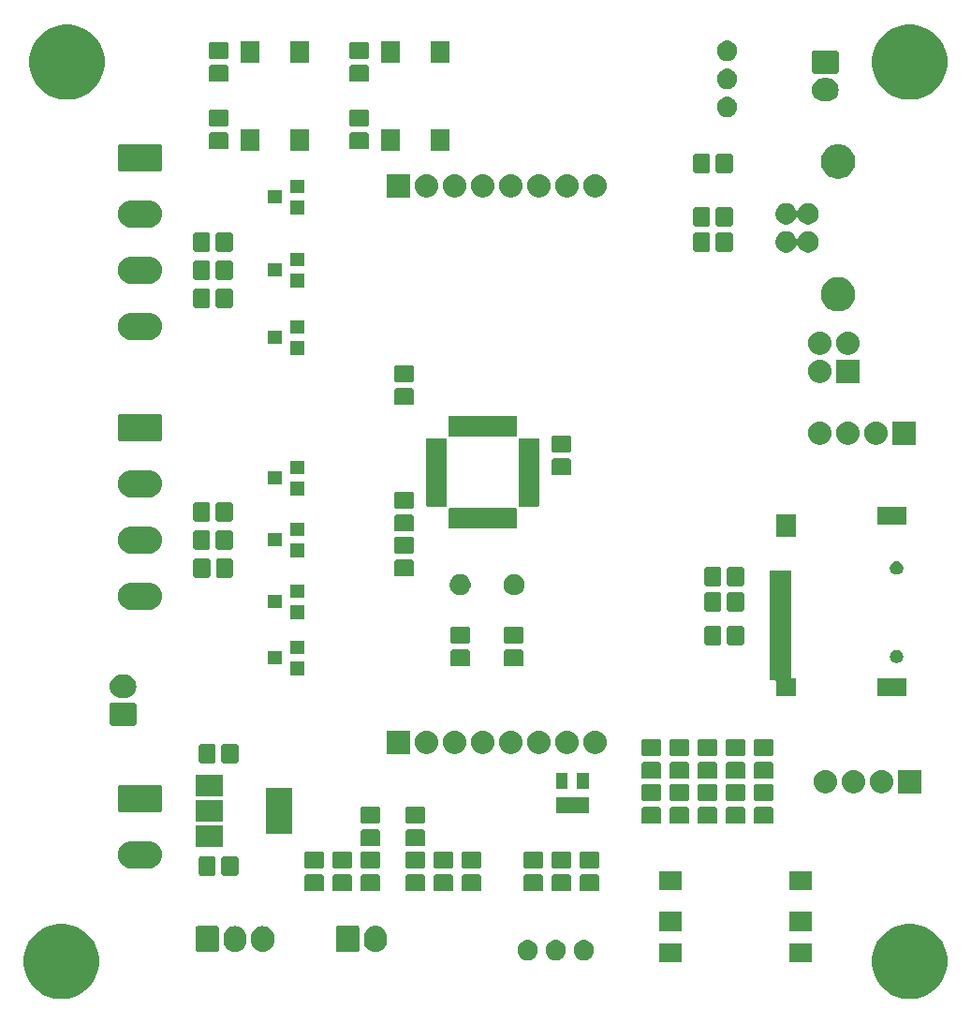
<source format=gts>
G04 #@! TF.GenerationSoftware,KiCad,Pcbnew,5.1.4*
G04 #@! TF.CreationDate,2019-10-27T19:08:13+08:00*
G04 #@! TF.ProjectId,LaserScanningProjector,4c617365-7253-4636-916e-6e696e675072,rev?*
G04 #@! TF.SameCoordinates,Original*
G04 #@! TF.FileFunction,Soldermask,Top*
G04 #@! TF.FilePolarity,Negative*
%FSLAX46Y46*%
G04 Gerber Fmt 4.6, Leading zero omitted, Abs format (unit mm)*
G04 Created by KiCad (PCBNEW 5.1.4) date 2019-10-27 19:08:13*
%MOMM*%
%LPD*%
G04 APERTURE LIST*
%ADD10C,0.100000*%
G04 APERTURE END LIST*
D10*
G36*
X146459307Y-106901330D02*
G01*
X146787743Y-106966660D01*
X147096260Y-107094452D01*
X147355258Y-107201732D01*
X147406504Y-107222959D01*
X147571111Y-107332946D01*
X147772981Y-107467831D01*
X147963374Y-107595048D01*
X148436952Y-108068626D01*
X148765168Y-108559835D01*
X148809042Y-108625498D01*
X148812371Y-108633536D01*
X149065340Y-109244257D01*
X149196000Y-109901129D01*
X149196000Y-110570871D01*
X149065340Y-111227743D01*
X148809041Y-111846504D01*
X148436952Y-112403374D01*
X147963374Y-112876952D01*
X147406504Y-113249041D01*
X146787743Y-113505340D01*
X146459307Y-113570670D01*
X146130872Y-113636000D01*
X145461128Y-113636000D01*
X145132693Y-113570670D01*
X144804257Y-113505340D01*
X144185496Y-113249041D01*
X143628626Y-112876952D01*
X143155048Y-112403374D01*
X142782959Y-111846504D01*
X142526660Y-111227743D01*
X142396000Y-110570871D01*
X142396000Y-109901129D01*
X142526660Y-109244257D01*
X142779629Y-108633536D01*
X142782958Y-108625498D01*
X142826833Y-108559835D01*
X143155048Y-108068626D01*
X143628626Y-107595048D01*
X143819020Y-107467831D01*
X144020889Y-107332946D01*
X144185496Y-107222959D01*
X144236743Y-107201732D01*
X144495740Y-107094452D01*
X144804257Y-106966660D01*
X145132693Y-106901330D01*
X145461128Y-106836000D01*
X146130872Y-106836000D01*
X146459307Y-106901330D01*
X146459307Y-106901330D01*
G37*
G36*
X69751307Y-106901330D02*
G01*
X70079743Y-106966660D01*
X70388260Y-107094452D01*
X70647258Y-107201732D01*
X70698504Y-107222959D01*
X70863111Y-107332946D01*
X71064981Y-107467831D01*
X71255374Y-107595048D01*
X71728952Y-108068626D01*
X72057168Y-108559835D01*
X72101042Y-108625498D01*
X72104371Y-108633536D01*
X72357340Y-109244257D01*
X72488000Y-109901129D01*
X72488000Y-110570871D01*
X72357340Y-111227743D01*
X72101041Y-111846504D01*
X71728952Y-112403374D01*
X71255374Y-112876952D01*
X70698504Y-113249041D01*
X70079743Y-113505340D01*
X69751307Y-113570670D01*
X69422872Y-113636000D01*
X68753128Y-113636000D01*
X68424693Y-113570670D01*
X68096257Y-113505340D01*
X67477496Y-113249041D01*
X66920626Y-112876952D01*
X66447048Y-112403374D01*
X66074959Y-111846504D01*
X65818660Y-111227743D01*
X65688000Y-110570871D01*
X65688000Y-109901129D01*
X65818660Y-109244257D01*
X66071629Y-108633536D01*
X66074958Y-108625498D01*
X66118833Y-108559835D01*
X66447048Y-108068626D01*
X66920626Y-107595048D01*
X67111020Y-107467831D01*
X67312889Y-107332946D01*
X67477496Y-107222959D01*
X67528743Y-107201732D01*
X67787740Y-107094452D01*
X68096257Y-106966660D01*
X68424693Y-106901330D01*
X68753128Y-106836000D01*
X69422872Y-106836000D01*
X69751307Y-106901330D01*
X69751307Y-106901330D01*
G37*
G36*
X125148000Y-110272000D02*
G01*
X123148000Y-110272000D01*
X123148000Y-108572000D01*
X125148000Y-108572000D01*
X125148000Y-110272000D01*
X125148000Y-110272000D01*
G37*
G36*
X136948000Y-110272000D02*
G01*
X134948000Y-110272000D01*
X134948000Y-108572000D01*
X136948000Y-108572000D01*
X136948000Y-110272000D01*
X136948000Y-110272000D01*
G37*
G36*
X114060353Y-108335355D02*
G01*
X114227782Y-108404706D01*
X114229090Y-108405580D01*
X114378466Y-108505390D01*
X114506610Y-108633534D01*
X114506611Y-108633536D01*
X114607294Y-108784218D01*
X114676645Y-108951647D01*
X114712000Y-109129387D01*
X114712000Y-109310613D01*
X114676645Y-109488353D01*
X114607294Y-109655782D01*
X114607293Y-109655783D01*
X114506610Y-109806466D01*
X114378466Y-109934610D01*
X114302612Y-109985294D01*
X114227782Y-110035294D01*
X114060353Y-110104645D01*
X113882613Y-110140000D01*
X113701387Y-110140000D01*
X113523647Y-110104645D01*
X113356218Y-110035294D01*
X113281388Y-109985294D01*
X113205534Y-109934610D01*
X113077390Y-109806466D01*
X112976707Y-109655783D01*
X112976706Y-109655782D01*
X112907355Y-109488353D01*
X112872000Y-109310613D01*
X112872000Y-109129387D01*
X112907355Y-108951647D01*
X112976706Y-108784218D01*
X113077389Y-108633536D01*
X113077390Y-108633534D01*
X113205534Y-108505390D01*
X113354910Y-108405580D01*
X113356218Y-108404706D01*
X113523647Y-108335355D01*
X113701387Y-108300000D01*
X113882613Y-108300000D01*
X114060353Y-108335355D01*
X114060353Y-108335355D01*
G37*
G36*
X116600353Y-108335355D02*
G01*
X116767782Y-108404706D01*
X116769090Y-108405580D01*
X116918466Y-108505390D01*
X117046610Y-108633534D01*
X117046611Y-108633536D01*
X117147294Y-108784218D01*
X117216645Y-108951647D01*
X117252000Y-109129387D01*
X117252000Y-109310613D01*
X117216645Y-109488353D01*
X117147294Y-109655782D01*
X117147293Y-109655783D01*
X117046610Y-109806466D01*
X116918466Y-109934610D01*
X116842612Y-109985294D01*
X116767782Y-110035294D01*
X116600353Y-110104645D01*
X116422613Y-110140000D01*
X116241387Y-110140000D01*
X116063647Y-110104645D01*
X115896218Y-110035294D01*
X115821388Y-109985294D01*
X115745534Y-109934610D01*
X115617390Y-109806466D01*
X115516707Y-109655783D01*
X115516706Y-109655782D01*
X115447355Y-109488353D01*
X115412000Y-109310613D01*
X115412000Y-109129387D01*
X115447355Y-108951647D01*
X115516706Y-108784218D01*
X115617389Y-108633536D01*
X115617390Y-108633534D01*
X115745534Y-108505390D01*
X115894910Y-108405580D01*
X115896218Y-108404706D01*
X116063647Y-108335355D01*
X116241387Y-108300000D01*
X116422613Y-108300000D01*
X116600353Y-108335355D01*
X116600353Y-108335355D01*
G37*
G36*
X111520353Y-108335355D02*
G01*
X111687782Y-108404706D01*
X111689090Y-108405580D01*
X111838466Y-108505390D01*
X111966610Y-108633534D01*
X111966611Y-108633536D01*
X112067294Y-108784218D01*
X112136645Y-108951647D01*
X112172000Y-109129387D01*
X112172000Y-109310613D01*
X112136645Y-109488353D01*
X112067294Y-109655782D01*
X112067293Y-109655783D01*
X111966610Y-109806466D01*
X111838466Y-109934610D01*
X111762612Y-109985294D01*
X111687782Y-110035294D01*
X111520353Y-110104645D01*
X111342613Y-110140000D01*
X111161387Y-110140000D01*
X110983647Y-110104645D01*
X110816218Y-110035294D01*
X110741388Y-109985294D01*
X110665534Y-109934610D01*
X110537390Y-109806466D01*
X110436707Y-109655783D01*
X110436706Y-109655782D01*
X110367355Y-109488353D01*
X110332000Y-109310613D01*
X110332000Y-109129387D01*
X110367355Y-108951647D01*
X110436706Y-108784218D01*
X110537389Y-108633536D01*
X110537390Y-108633534D01*
X110665534Y-108505390D01*
X110814910Y-108405580D01*
X110816218Y-108404706D01*
X110983647Y-108335355D01*
X111161387Y-108300000D01*
X111342613Y-108300000D01*
X111520353Y-108335355D01*
X111520353Y-108335355D01*
G37*
G36*
X97701835Y-107019193D02*
G01*
X97899761Y-107079233D01*
X97899764Y-107079234D01*
X97989707Y-107127310D01*
X98082171Y-107176733D01*
X98103993Y-107194642D01*
X98242055Y-107307945D01*
X98373268Y-107467830D01*
X98470766Y-107650235D01*
X98470766Y-107650236D01*
X98470767Y-107650238D01*
X98530807Y-107848164D01*
X98546000Y-108002422D01*
X98546000Y-108405577D01*
X98530807Y-108559835D01*
X98478350Y-108732762D01*
X98470766Y-108757764D01*
X98386631Y-108915169D01*
X98373267Y-108940171D01*
X98339087Y-108981819D01*
X98242055Y-109100055D01*
X98082170Y-109231268D01*
X97899765Y-109328766D01*
X97899762Y-109328767D01*
X97701836Y-109388807D01*
X97496000Y-109409080D01*
X97290165Y-109388807D01*
X97092239Y-109328767D01*
X97092236Y-109328766D01*
X96909831Y-109231268D01*
X96749946Y-109100055D01*
X96618734Y-108940172D01*
X96605371Y-108915171D01*
X96521233Y-108757762D01*
X96461193Y-108559836D01*
X96446000Y-108405578D01*
X96446000Y-108002423D01*
X96461193Y-107848165D01*
X96521233Y-107650239D01*
X96521234Y-107650236D01*
X96618732Y-107467831D01*
X96618733Y-107467829D01*
X96652913Y-107426181D01*
X96749945Y-107307945D01*
X96909830Y-107176732D01*
X97092235Y-107079234D01*
X97092238Y-107079233D01*
X97290164Y-107019193D01*
X97496000Y-106998920D01*
X97701835Y-107019193D01*
X97701835Y-107019193D01*
G37*
G36*
X95868326Y-107008831D02*
G01*
X95909596Y-107021350D01*
X95947631Y-107041681D01*
X95980964Y-107069036D01*
X96008319Y-107102369D01*
X96028650Y-107140404D01*
X96041169Y-107181674D01*
X96046000Y-107230727D01*
X96046000Y-109177273D01*
X96041169Y-109226326D01*
X96028650Y-109267596D01*
X96008319Y-109305631D01*
X95980964Y-109338964D01*
X95947631Y-109366319D01*
X95909596Y-109386650D01*
X95868326Y-109399169D01*
X95819273Y-109404000D01*
X94172727Y-109404000D01*
X94123674Y-109399169D01*
X94082404Y-109386650D01*
X94044369Y-109366319D01*
X94011036Y-109338964D01*
X93983681Y-109305631D01*
X93963350Y-109267596D01*
X93950831Y-109226326D01*
X93946000Y-109177273D01*
X93946000Y-107230727D01*
X93950831Y-107181674D01*
X93963350Y-107140404D01*
X93983681Y-107102369D01*
X94011036Y-107069036D01*
X94044369Y-107041681D01*
X94082404Y-107021350D01*
X94123674Y-107008831D01*
X94172727Y-107004000D01*
X95819273Y-107004000D01*
X95868326Y-107008831D01*
X95868326Y-107008831D01*
G37*
G36*
X85001835Y-107044193D02*
G01*
X85167517Y-107094452D01*
X85199764Y-107104234D01*
X85335399Y-107176733D01*
X85382171Y-107201733D01*
X85408035Y-107222959D01*
X85542055Y-107332945D01*
X85673268Y-107492830D01*
X85770766Y-107675235D01*
X85770766Y-107675236D01*
X85770767Y-107675238D01*
X85830807Y-107873164D01*
X85830807Y-107873166D01*
X85846000Y-108027420D01*
X85846000Y-108380579D01*
X85838403Y-108457706D01*
X85830807Y-108534835D01*
X85800867Y-108633534D01*
X85770766Y-108732764D01*
X85743263Y-108784218D01*
X85673267Y-108915171D01*
X85652750Y-108940171D01*
X85542055Y-109075055D01*
X85382170Y-109206268D01*
X85199765Y-109303766D01*
X85199762Y-109303767D01*
X85001836Y-109363807D01*
X84796000Y-109384080D01*
X84590165Y-109363807D01*
X84392239Y-109303767D01*
X84392236Y-109303766D01*
X84209831Y-109206268D01*
X84049946Y-109075054D01*
X83918732Y-108915170D01*
X83821234Y-108732765D01*
X83821233Y-108732761D01*
X83761193Y-108534836D01*
X83746000Y-108380578D01*
X83746000Y-108027423D01*
X83748463Y-108002420D01*
X83761193Y-107873167D01*
X83761193Y-107873165D01*
X83821233Y-107675239D01*
X83821234Y-107675236D01*
X83918732Y-107492831D01*
X83918733Y-107492829D01*
X83952913Y-107451181D01*
X84049945Y-107332945D01*
X84209830Y-107201732D01*
X84392235Y-107104234D01*
X84424482Y-107094452D01*
X84590164Y-107044193D01*
X84796000Y-107023920D01*
X85001835Y-107044193D01*
X85001835Y-107044193D01*
G37*
G36*
X87501835Y-107044193D02*
G01*
X87667517Y-107094452D01*
X87699764Y-107104234D01*
X87835399Y-107176733D01*
X87882171Y-107201733D01*
X87908035Y-107222959D01*
X88042055Y-107332945D01*
X88173268Y-107492830D01*
X88270766Y-107675235D01*
X88270766Y-107675236D01*
X88270767Y-107675238D01*
X88330807Y-107873164D01*
X88330807Y-107873166D01*
X88346000Y-108027420D01*
X88346000Y-108380579D01*
X88338403Y-108457706D01*
X88330807Y-108534835D01*
X88300867Y-108633534D01*
X88270766Y-108732764D01*
X88243263Y-108784218D01*
X88173267Y-108915171D01*
X88152750Y-108940171D01*
X88042055Y-109075055D01*
X87882170Y-109206268D01*
X87699765Y-109303766D01*
X87699762Y-109303767D01*
X87501836Y-109363807D01*
X87296000Y-109384080D01*
X87090165Y-109363807D01*
X86892239Y-109303767D01*
X86892236Y-109303766D01*
X86709831Y-109206268D01*
X86549946Y-109075054D01*
X86418732Y-108915170D01*
X86321234Y-108732765D01*
X86321233Y-108732761D01*
X86261193Y-108534836D01*
X86246000Y-108380578D01*
X86246000Y-108027423D01*
X86248463Y-108002420D01*
X86261193Y-107873167D01*
X86261193Y-107873165D01*
X86321233Y-107675239D01*
X86321234Y-107675236D01*
X86418732Y-107492831D01*
X86418733Y-107492829D01*
X86452913Y-107451181D01*
X86549945Y-107332945D01*
X86709830Y-107201732D01*
X86892235Y-107104234D01*
X86924482Y-107094452D01*
X87090164Y-107044193D01*
X87296000Y-107023920D01*
X87501835Y-107044193D01*
X87501835Y-107044193D01*
G37*
G36*
X83168438Y-107033829D02*
G01*
X83209682Y-107046340D01*
X83247690Y-107066656D01*
X83281004Y-107093996D01*
X83308344Y-107127310D01*
X83328660Y-107165318D01*
X83341171Y-107206562D01*
X83346000Y-107255591D01*
X83346000Y-109152409D01*
X83341171Y-109201438D01*
X83328660Y-109242682D01*
X83308344Y-109280690D01*
X83281004Y-109314004D01*
X83247690Y-109341344D01*
X83209682Y-109361660D01*
X83168438Y-109374171D01*
X83119409Y-109379000D01*
X81472591Y-109379000D01*
X81423562Y-109374171D01*
X81382318Y-109361660D01*
X81344310Y-109341344D01*
X81310996Y-109314004D01*
X81283656Y-109280690D01*
X81263340Y-109242682D01*
X81250829Y-109201438D01*
X81246000Y-109152409D01*
X81246000Y-107255591D01*
X81250829Y-107206562D01*
X81263340Y-107165318D01*
X81283656Y-107127310D01*
X81310996Y-107093996D01*
X81344310Y-107066656D01*
X81382318Y-107046340D01*
X81423562Y-107033829D01*
X81472591Y-107029000D01*
X83119409Y-107029000D01*
X83168438Y-107033829D01*
X83168438Y-107033829D01*
G37*
G36*
X136948000Y-107472000D02*
G01*
X134948000Y-107472000D01*
X134948000Y-105772000D01*
X136948000Y-105772000D01*
X136948000Y-107472000D01*
X136948000Y-107472000D01*
G37*
G36*
X125148000Y-107472000D02*
G01*
X123148000Y-107472000D01*
X123148000Y-105772000D01*
X125148000Y-105772000D01*
X125148000Y-107472000D01*
X125148000Y-107472000D01*
G37*
G36*
X101777529Y-102363710D02*
G01*
X101827378Y-102378831D01*
X101873310Y-102403382D01*
X101913574Y-102436426D01*
X101946618Y-102476690D01*
X101971169Y-102522622D01*
X101986290Y-102572471D01*
X101992000Y-102630444D01*
X101992000Y-103635556D01*
X101986290Y-103693529D01*
X101971169Y-103743378D01*
X101946618Y-103789310D01*
X101913574Y-103829574D01*
X101873310Y-103862618D01*
X101827378Y-103887169D01*
X101777529Y-103902290D01*
X101719556Y-103908000D01*
X100464444Y-103908000D01*
X100406471Y-103902290D01*
X100356622Y-103887169D01*
X100310690Y-103862618D01*
X100270426Y-103829574D01*
X100237382Y-103789310D01*
X100212831Y-103743378D01*
X100197710Y-103693529D01*
X100192000Y-103635556D01*
X100192000Y-102630444D01*
X100197710Y-102572471D01*
X100212831Y-102522622D01*
X100237382Y-102476690D01*
X100270426Y-102436426D01*
X100310690Y-102403382D01*
X100356622Y-102378831D01*
X100406471Y-102363710D01*
X100464444Y-102358000D01*
X101719556Y-102358000D01*
X101777529Y-102363710D01*
X101777529Y-102363710D01*
G37*
G36*
X117525529Y-102363710D02*
G01*
X117575378Y-102378831D01*
X117621310Y-102403382D01*
X117661574Y-102436426D01*
X117694618Y-102476690D01*
X117719169Y-102522622D01*
X117734290Y-102572471D01*
X117740000Y-102630444D01*
X117740000Y-103635556D01*
X117734290Y-103693529D01*
X117719169Y-103743378D01*
X117694618Y-103789310D01*
X117661574Y-103829574D01*
X117621310Y-103862618D01*
X117575378Y-103887169D01*
X117525529Y-103902290D01*
X117467556Y-103908000D01*
X116212444Y-103908000D01*
X116154471Y-103902290D01*
X116104622Y-103887169D01*
X116058690Y-103862618D01*
X116018426Y-103829574D01*
X115985382Y-103789310D01*
X115960831Y-103743378D01*
X115945710Y-103693529D01*
X115940000Y-103635556D01*
X115940000Y-102630444D01*
X115945710Y-102572471D01*
X115960831Y-102522622D01*
X115985382Y-102476690D01*
X116018426Y-102436426D01*
X116058690Y-102403382D01*
X116104622Y-102378831D01*
X116154471Y-102363710D01*
X116212444Y-102358000D01*
X117467556Y-102358000D01*
X117525529Y-102363710D01*
X117525529Y-102363710D01*
G37*
G36*
X112445529Y-102363710D02*
G01*
X112495378Y-102378831D01*
X112541310Y-102403382D01*
X112581574Y-102436426D01*
X112614618Y-102476690D01*
X112639169Y-102522622D01*
X112654290Y-102572471D01*
X112660000Y-102630444D01*
X112660000Y-103635556D01*
X112654290Y-103693529D01*
X112639169Y-103743378D01*
X112614618Y-103789310D01*
X112581574Y-103829574D01*
X112541310Y-103862618D01*
X112495378Y-103887169D01*
X112445529Y-103902290D01*
X112387556Y-103908000D01*
X111132444Y-103908000D01*
X111074471Y-103902290D01*
X111024622Y-103887169D01*
X110978690Y-103862618D01*
X110938426Y-103829574D01*
X110905382Y-103789310D01*
X110880831Y-103743378D01*
X110865710Y-103693529D01*
X110860000Y-103635556D01*
X110860000Y-102630444D01*
X110865710Y-102572471D01*
X110880831Y-102522622D01*
X110905382Y-102476690D01*
X110938426Y-102436426D01*
X110978690Y-102403382D01*
X111024622Y-102378831D01*
X111074471Y-102363710D01*
X111132444Y-102358000D01*
X112387556Y-102358000D01*
X112445529Y-102363710D01*
X112445529Y-102363710D01*
G37*
G36*
X95173529Y-102363710D02*
G01*
X95223378Y-102378831D01*
X95269310Y-102403382D01*
X95309574Y-102436426D01*
X95342618Y-102476690D01*
X95367169Y-102522622D01*
X95382290Y-102572471D01*
X95388000Y-102630444D01*
X95388000Y-103635556D01*
X95382290Y-103693529D01*
X95367169Y-103743378D01*
X95342618Y-103789310D01*
X95309574Y-103829574D01*
X95269310Y-103862618D01*
X95223378Y-103887169D01*
X95173529Y-103902290D01*
X95115556Y-103908000D01*
X93860444Y-103908000D01*
X93802471Y-103902290D01*
X93752622Y-103887169D01*
X93706690Y-103862618D01*
X93666426Y-103829574D01*
X93633382Y-103789310D01*
X93608831Y-103743378D01*
X93593710Y-103693529D01*
X93588000Y-103635556D01*
X93588000Y-102630444D01*
X93593710Y-102572471D01*
X93608831Y-102522622D01*
X93633382Y-102476690D01*
X93666426Y-102436426D01*
X93706690Y-102403382D01*
X93752622Y-102378831D01*
X93802471Y-102363710D01*
X93860444Y-102358000D01*
X95115556Y-102358000D01*
X95173529Y-102363710D01*
X95173529Y-102363710D01*
G37*
G36*
X92633529Y-102363710D02*
G01*
X92683378Y-102378831D01*
X92729310Y-102403382D01*
X92769574Y-102436426D01*
X92802618Y-102476690D01*
X92827169Y-102522622D01*
X92842290Y-102572471D01*
X92848000Y-102630444D01*
X92848000Y-103635556D01*
X92842290Y-103693529D01*
X92827169Y-103743378D01*
X92802618Y-103789310D01*
X92769574Y-103829574D01*
X92729310Y-103862618D01*
X92683378Y-103887169D01*
X92633529Y-103902290D01*
X92575556Y-103908000D01*
X91320444Y-103908000D01*
X91262471Y-103902290D01*
X91212622Y-103887169D01*
X91166690Y-103862618D01*
X91126426Y-103829574D01*
X91093382Y-103789310D01*
X91068831Y-103743378D01*
X91053710Y-103693529D01*
X91048000Y-103635556D01*
X91048000Y-102630444D01*
X91053710Y-102572471D01*
X91068831Y-102522622D01*
X91093382Y-102476690D01*
X91126426Y-102436426D01*
X91166690Y-102403382D01*
X91212622Y-102378831D01*
X91262471Y-102363710D01*
X91320444Y-102358000D01*
X92575556Y-102358000D01*
X92633529Y-102363710D01*
X92633529Y-102363710D01*
G37*
G36*
X104317529Y-102363710D02*
G01*
X104367378Y-102378831D01*
X104413310Y-102403382D01*
X104453574Y-102436426D01*
X104486618Y-102476690D01*
X104511169Y-102522622D01*
X104526290Y-102572471D01*
X104532000Y-102630444D01*
X104532000Y-103635556D01*
X104526290Y-103693529D01*
X104511169Y-103743378D01*
X104486618Y-103789310D01*
X104453574Y-103829574D01*
X104413310Y-103862618D01*
X104367378Y-103887169D01*
X104317529Y-103902290D01*
X104259556Y-103908000D01*
X103004444Y-103908000D01*
X102946471Y-103902290D01*
X102896622Y-103887169D01*
X102850690Y-103862618D01*
X102810426Y-103829574D01*
X102777382Y-103789310D01*
X102752831Y-103743378D01*
X102737710Y-103693529D01*
X102732000Y-103635556D01*
X102732000Y-102630444D01*
X102737710Y-102572471D01*
X102752831Y-102522622D01*
X102777382Y-102476690D01*
X102810426Y-102436426D01*
X102850690Y-102403382D01*
X102896622Y-102378831D01*
X102946471Y-102363710D01*
X103004444Y-102358000D01*
X104259556Y-102358000D01*
X104317529Y-102363710D01*
X104317529Y-102363710D01*
G37*
G36*
X106857529Y-102363710D02*
G01*
X106907378Y-102378831D01*
X106953310Y-102403382D01*
X106993574Y-102436426D01*
X107026618Y-102476690D01*
X107051169Y-102522622D01*
X107066290Y-102572471D01*
X107072000Y-102630444D01*
X107072000Y-103635556D01*
X107066290Y-103693529D01*
X107051169Y-103743378D01*
X107026618Y-103789310D01*
X106993574Y-103829574D01*
X106953310Y-103862618D01*
X106907378Y-103887169D01*
X106857529Y-103902290D01*
X106799556Y-103908000D01*
X105544444Y-103908000D01*
X105486471Y-103902290D01*
X105436622Y-103887169D01*
X105390690Y-103862618D01*
X105350426Y-103829574D01*
X105317382Y-103789310D01*
X105292831Y-103743378D01*
X105277710Y-103693529D01*
X105272000Y-103635556D01*
X105272000Y-102630444D01*
X105277710Y-102572471D01*
X105292831Y-102522622D01*
X105317382Y-102476690D01*
X105350426Y-102436426D01*
X105390690Y-102403382D01*
X105436622Y-102378831D01*
X105486471Y-102363710D01*
X105544444Y-102358000D01*
X106799556Y-102358000D01*
X106857529Y-102363710D01*
X106857529Y-102363710D01*
G37*
G36*
X97713529Y-102363710D02*
G01*
X97763378Y-102378831D01*
X97809310Y-102403382D01*
X97849574Y-102436426D01*
X97882618Y-102476690D01*
X97907169Y-102522622D01*
X97922290Y-102572471D01*
X97928000Y-102630444D01*
X97928000Y-103635556D01*
X97922290Y-103693529D01*
X97907169Y-103743378D01*
X97882618Y-103789310D01*
X97849574Y-103829574D01*
X97809310Y-103862618D01*
X97763378Y-103887169D01*
X97713529Y-103902290D01*
X97655556Y-103908000D01*
X96400444Y-103908000D01*
X96342471Y-103902290D01*
X96292622Y-103887169D01*
X96246690Y-103862618D01*
X96206426Y-103829574D01*
X96173382Y-103789310D01*
X96148831Y-103743378D01*
X96133710Y-103693529D01*
X96128000Y-103635556D01*
X96128000Y-102630444D01*
X96133710Y-102572471D01*
X96148831Y-102522622D01*
X96173382Y-102476690D01*
X96206426Y-102436426D01*
X96246690Y-102403382D01*
X96292622Y-102378831D01*
X96342471Y-102363710D01*
X96400444Y-102358000D01*
X97655556Y-102358000D01*
X97713529Y-102363710D01*
X97713529Y-102363710D01*
G37*
G36*
X114985529Y-102363710D02*
G01*
X115035378Y-102378831D01*
X115081310Y-102403382D01*
X115121574Y-102436426D01*
X115154618Y-102476690D01*
X115179169Y-102522622D01*
X115194290Y-102572471D01*
X115200000Y-102630444D01*
X115200000Y-103635556D01*
X115194290Y-103693529D01*
X115179169Y-103743378D01*
X115154618Y-103789310D01*
X115121574Y-103829574D01*
X115081310Y-103862618D01*
X115035378Y-103887169D01*
X114985529Y-103902290D01*
X114927556Y-103908000D01*
X113672444Y-103908000D01*
X113614471Y-103902290D01*
X113564622Y-103887169D01*
X113518690Y-103862618D01*
X113478426Y-103829574D01*
X113445382Y-103789310D01*
X113420831Y-103743378D01*
X113405710Y-103693529D01*
X113400000Y-103635556D01*
X113400000Y-102630444D01*
X113405710Y-102572471D01*
X113420831Y-102522622D01*
X113445382Y-102476690D01*
X113478426Y-102436426D01*
X113518690Y-102403382D01*
X113564622Y-102378831D01*
X113614471Y-102363710D01*
X113672444Y-102358000D01*
X114927556Y-102358000D01*
X114985529Y-102363710D01*
X114985529Y-102363710D01*
G37*
G36*
X125148000Y-103772000D02*
G01*
X123148000Y-103772000D01*
X123148000Y-102072000D01*
X125148000Y-102072000D01*
X125148000Y-103772000D01*
X125148000Y-103772000D01*
G37*
G36*
X136948000Y-103772000D02*
G01*
X134948000Y-103772000D01*
X134948000Y-102072000D01*
X136948000Y-102072000D01*
X136948000Y-103772000D01*
X136948000Y-103772000D01*
G37*
G36*
X84888529Y-100705710D02*
G01*
X84938378Y-100720831D01*
X84984310Y-100745382D01*
X85024574Y-100778426D01*
X85057618Y-100818690D01*
X85082169Y-100864622D01*
X85097290Y-100914471D01*
X85103000Y-100972444D01*
X85103000Y-102227556D01*
X85097290Y-102285529D01*
X85082169Y-102335378D01*
X85057618Y-102381310D01*
X85024574Y-102421574D01*
X84984310Y-102454618D01*
X84938378Y-102479169D01*
X84888529Y-102494290D01*
X84830556Y-102500000D01*
X83825444Y-102500000D01*
X83767471Y-102494290D01*
X83717622Y-102479169D01*
X83671690Y-102454618D01*
X83631426Y-102421574D01*
X83598382Y-102381310D01*
X83573831Y-102335378D01*
X83558710Y-102285529D01*
X83553000Y-102227556D01*
X83553000Y-100972444D01*
X83558710Y-100914471D01*
X83573831Y-100864622D01*
X83598382Y-100818690D01*
X83631426Y-100778426D01*
X83671690Y-100745382D01*
X83717622Y-100720831D01*
X83767471Y-100705710D01*
X83825444Y-100700000D01*
X84830556Y-100700000D01*
X84888529Y-100705710D01*
X84888529Y-100705710D01*
G37*
G36*
X82838529Y-100705710D02*
G01*
X82888378Y-100720831D01*
X82934310Y-100745382D01*
X82974574Y-100778426D01*
X83007618Y-100818690D01*
X83032169Y-100864622D01*
X83047290Y-100914471D01*
X83053000Y-100972444D01*
X83053000Y-102227556D01*
X83047290Y-102285529D01*
X83032169Y-102335378D01*
X83007618Y-102381310D01*
X82974574Y-102421574D01*
X82934310Y-102454618D01*
X82888378Y-102479169D01*
X82838529Y-102494290D01*
X82780556Y-102500000D01*
X81775444Y-102500000D01*
X81717471Y-102494290D01*
X81667622Y-102479169D01*
X81621690Y-102454618D01*
X81581426Y-102421574D01*
X81548382Y-102381310D01*
X81523831Y-102335378D01*
X81508710Y-102285529D01*
X81503000Y-102227556D01*
X81503000Y-100972444D01*
X81508710Y-100914471D01*
X81523831Y-100864622D01*
X81548382Y-100818690D01*
X81581426Y-100778426D01*
X81621690Y-100745382D01*
X81667622Y-100720831D01*
X81717471Y-100705710D01*
X81775444Y-100700000D01*
X82780556Y-100700000D01*
X82838529Y-100705710D01*
X82838529Y-100705710D01*
G37*
G36*
X104317529Y-100313710D02*
G01*
X104367378Y-100328831D01*
X104413310Y-100353382D01*
X104453574Y-100386426D01*
X104486618Y-100426690D01*
X104511169Y-100472622D01*
X104526290Y-100522471D01*
X104532000Y-100580444D01*
X104532000Y-101585556D01*
X104526290Y-101643529D01*
X104511169Y-101693378D01*
X104486618Y-101739310D01*
X104453574Y-101779574D01*
X104413310Y-101812618D01*
X104367378Y-101837169D01*
X104317529Y-101852290D01*
X104259556Y-101858000D01*
X103004444Y-101858000D01*
X102946471Y-101852290D01*
X102896622Y-101837169D01*
X102850690Y-101812618D01*
X102810426Y-101779574D01*
X102777382Y-101739310D01*
X102752831Y-101693378D01*
X102737710Y-101643529D01*
X102732000Y-101585556D01*
X102732000Y-100580444D01*
X102737710Y-100522471D01*
X102752831Y-100472622D01*
X102777382Y-100426690D01*
X102810426Y-100386426D01*
X102850690Y-100353382D01*
X102896622Y-100328831D01*
X102946471Y-100313710D01*
X103004444Y-100308000D01*
X104259556Y-100308000D01*
X104317529Y-100313710D01*
X104317529Y-100313710D01*
G37*
G36*
X106857529Y-100313710D02*
G01*
X106907378Y-100328831D01*
X106953310Y-100353382D01*
X106993574Y-100386426D01*
X107026618Y-100426690D01*
X107051169Y-100472622D01*
X107066290Y-100522471D01*
X107072000Y-100580444D01*
X107072000Y-101585556D01*
X107066290Y-101643529D01*
X107051169Y-101693378D01*
X107026618Y-101739310D01*
X106993574Y-101779574D01*
X106953310Y-101812618D01*
X106907378Y-101837169D01*
X106857529Y-101852290D01*
X106799556Y-101858000D01*
X105544444Y-101858000D01*
X105486471Y-101852290D01*
X105436622Y-101837169D01*
X105390690Y-101812618D01*
X105350426Y-101779574D01*
X105317382Y-101739310D01*
X105292831Y-101693378D01*
X105277710Y-101643529D01*
X105272000Y-101585556D01*
X105272000Y-100580444D01*
X105277710Y-100522471D01*
X105292831Y-100472622D01*
X105317382Y-100426690D01*
X105350426Y-100386426D01*
X105390690Y-100353382D01*
X105436622Y-100328831D01*
X105486471Y-100313710D01*
X105544444Y-100308000D01*
X106799556Y-100308000D01*
X106857529Y-100313710D01*
X106857529Y-100313710D01*
G37*
G36*
X114985529Y-100313710D02*
G01*
X115035378Y-100328831D01*
X115081310Y-100353382D01*
X115121574Y-100386426D01*
X115154618Y-100426690D01*
X115179169Y-100472622D01*
X115194290Y-100522471D01*
X115200000Y-100580444D01*
X115200000Y-101585556D01*
X115194290Y-101643529D01*
X115179169Y-101693378D01*
X115154618Y-101739310D01*
X115121574Y-101779574D01*
X115081310Y-101812618D01*
X115035378Y-101837169D01*
X114985529Y-101852290D01*
X114927556Y-101858000D01*
X113672444Y-101858000D01*
X113614471Y-101852290D01*
X113564622Y-101837169D01*
X113518690Y-101812618D01*
X113478426Y-101779574D01*
X113445382Y-101739310D01*
X113420831Y-101693378D01*
X113405710Y-101643529D01*
X113400000Y-101585556D01*
X113400000Y-100580444D01*
X113405710Y-100522471D01*
X113420831Y-100472622D01*
X113445382Y-100426690D01*
X113478426Y-100386426D01*
X113518690Y-100353382D01*
X113564622Y-100328831D01*
X113614471Y-100313710D01*
X113672444Y-100308000D01*
X114927556Y-100308000D01*
X114985529Y-100313710D01*
X114985529Y-100313710D01*
G37*
G36*
X112445529Y-100313710D02*
G01*
X112495378Y-100328831D01*
X112541310Y-100353382D01*
X112581574Y-100386426D01*
X112614618Y-100426690D01*
X112639169Y-100472622D01*
X112654290Y-100522471D01*
X112660000Y-100580444D01*
X112660000Y-101585556D01*
X112654290Y-101643529D01*
X112639169Y-101693378D01*
X112614618Y-101739310D01*
X112581574Y-101779574D01*
X112541310Y-101812618D01*
X112495378Y-101837169D01*
X112445529Y-101852290D01*
X112387556Y-101858000D01*
X111132444Y-101858000D01*
X111074471Y-101852290D01*
X111024622Y-101837169D01*
X110978690Y-101812618D01*
X110938426Y-101779574D01*
X110905382Y-101739310D01*
X110880831Y-101693378D01*
X110865710Y-101643529D01*
X110860000Y-101585556D01*
X110860000Y-100580444D01*
X110865710Y-100522471D01*
X110880831Y-100472622D01*
X110905382Y-100426690D01*
X110938426Y-100386426D01*
X110978690Y-100353382D01*
X111024622Y-100328831D01*
X111074471Y-100313710D01*
X111132444Y-100308000D01*
X112387556Y-100308000D01*
X112445529Y-100313710D01*
X112445529Y-100313710D01*
G37*
G36*
X117525529Y-100313710D02*
G01*
X117575378Y-100328831D01*
X117621310Y-100353382D01*
X117661574Y-100386426D01*
X117694618Y-100426690D01*
X117719169Y-100472622D01*
X117734290Y-100522471D01*
X117740000Y-100580444D01*
X117740000Y-101585556D01*
X117734290Y-101643529D01*
X117719169Y-101693378D01*
X117694618Y-101739310D01*
X117661574Y-101779574D01*
X117621310Y-101812618D01*
X117575378Y-101837169D01*
X117525529Y-101852290D01*
X117467556Y-101858000D01*
X116212444Y-101858000D01*
X116154471Y-101852290D01*
X116104622Y-101837169D01*
X116058690Y-101812618D01*
X116018426Y-101779574D01*
X115985382Y-101739310D01*
X115960831Y-101693378D01*
X115945710Y-101643529D01*
X115940000Y-101585556D01*
X115940000Y-100580444D01*
X115945710Y-100522471D01*
X115960831Y-100472622D01*
X115985382Y-100426690D01*
X116018426Y-100386426D01*
X116058690Y-100353382D01*
X116104622Y-100328831D01*
X116154471Y-100313710D01*
X116212444Y-100308000D01*
X117467556Y-100308000D01*
X117525529Y-100313710D01*
X117525529Y-100313710D01*
G37*
G36*
X97713529Y-100313710D02*
G01*
X97763378Y-100328831D01*
X97809310Y-100353382D01*
X97849574Y-100386426D01*
X97882618Y-100426690D01*
X97907169Y-100472622D01*
X97922290Y-100522471D01*
X97928000Y-100580444D01*
X97928000Y-101585556D01*
X97922290Y-101643529D01*
X97907169Y-101693378D01*
X97882618Y-101739310D01*
X97849574Y-101779574D01*
X97809310Y-101812618D01*
X97763378Y-101837169D01*
X97713529Y-101852290D01*
X97655556Y-101858000D01*
X96400444Y-101858000D01*
X96342471Y-101852290D01*
X96292622Y-101837169D01*
X96246690Y-101812618D01*
X96206426Y-101779574D01*
X96173382Y-101739310D01*
X96148831Y-101693378D01*
X96133710Y-101643529D01*
X96128000Y-101585556D01*
X96128000Y-100580444D01*
X96133710Y-100522471D01*
X96148831Y-100472622D01*
X96173382Y-100426690D01*
X96206426Y-100386426D01*
X96246690Y-100353382D01*
X96292622Y-100328831D01*
X96342471Y-100313710D01*
X96400444Y-100308000D01*
X97655556Y-100308000D01*
X97713529Y-100313710D01*
X97713529Y-100313710D01*
G37*
G36*
X92633529Y-100313710D02*
G01*
X92683378Y-100328831D01*
X92729310Y-100353382D01*
X92769574Y-100386426D01*
X92802618Y-100426690D01*
X92827169Y-100472622D01*
X92842290Y-100522471D01*
X92848000Y-100580444D01*
X92848000Y-101585556D01*
X92842290Y-101643529D01*
X92827169Y-101693378D01*
X92802618Y-101739310D01*
X92769574Y-101779574D01*
X92729310Y-101812618D01*
X92683378Y-101837169D01*
X92633529Y-101852290D01*
X92575556Y-101858000D01*
X91320444Y-101858000D01*
X91262471Y-101852290D01*
X91212622Y-101837169D01*
X91166690Y-101812618D01*
X91126426Y-101779574D01*
X91093382Y-101739310D01*
X91068831Y-101693378D01*
X91053710Y-101643529D01*
X91048000Y-101585556D01*
X91048000Y-100580444D01*
X91053710Y-100522471D01*
X91068831Y-100472622D01*
X91093382Y-100426690D01*
X91126426Y-100386426D01*
X91166690Y-100353382D01*
X91212622Y-100328831D01*
X91262471Y-100313710D01*
X91320444Y-100308000D01*
X92575556Y-100308000D01*
X92633529Y-100313710D01*
X92633529Y-100313710D01*
G37*
G36*
X101777529Y-100313710D02*
G01*
X101827378Y-100328831D01*
X101873310Y-100353382D01*
X101913574Y-100386426D01*
X101946618Y-100426690D01*
X101971169Y-100472622D01*
X101986290Y-100522471D01*
X101992000Y-100580444D01*
X101992000Y-101585556D01*
X101986290Y-101643529D01*
X101971169Y-101693378D01*
X101946618Y-101739310D01*
X101913574Y-101779574D01*
X101873310Y-101812618D01*
X101827378Y-101837169D01*
X101777529Y-101852290D01*
X101719556Y-101858000D01*
X100464444Y-101858000D01*
X100406471Y-101852290D01*
X100356622Y-101837169D01*
X100310690Y-101812618D01*
X100270426Y-101779574D01*
X100237382Y-101739310D01*
X100212831Y-101693378D01*
X100197710Y-101643529D01*
X100192000Y-101585556D01*
X100192000Y-100580444D01*
X100197710Y-100522471D01*
X100212831Y-100472622D01*
X100237382Y-100426690D01*
X100270426Y-100386426D01*
X100310690Y-100353382D01*
X100356622Y-100328831D01*
X100406471Y-100313710D01*
X100464444Y-100308000D01*
X101719556Y-100308000D01*
X101777529Y-100313710D01*
X101777529Y-100313710D01*
G37*
G36*
X95173529Y-100313710D02*
G01*
X95223378Y-100328831D01*
X95269310Y-100353382D01*
X95309574Y-100386426D01*
X95342618Y-100426690D01*
X95367169Y-100472622D01*
X95382290Y-100522471D01*
X95388000Y-100580444D01*
X95388000Y-101585556D01*
X95382290Y-101643529D01*
X95367169Y-101693378D01*
X95342618Y-101739310D01*
X95309574Y-101779574D01*
X95269310Y-101812618D01*
X95223378Y-101837169D01*
X95173529Y-101852290D01*
X95115556Y-101858000D01*
X93860444Y-101858000D01*
X93802471Y-101852290D01*
X93752622Y-101837169D01*
X93706690Y-101812618D01*
X93666426Y-101779574D01*
X93633382Y-101739310D01*
X93608831Y-101693378D01*
X93593710Y-101643529D01*
X93588000Y-101585556D01*
X93588000Y-100580444D01*
X93593710Y-100522471D01*
X93608831Y-100472622D01*
X93633382Y-100426690D01*
X93666426Y-100386426D01*
X93706690Y-100353382D01*
X93752622Y-100328831D01*
X93802471Y-100313710D01*
X93860444Y-100308000D01*
X95115556Y-100308000D01*
X95173529Y-100313710D01*
X95173529Y-100313710D01*
G37*
G36*
X77203080Y-99361942D02*
G01*
X77436826Y-99432848D01*
X77652239Y-99547989D01*
X77841055Y-99702945D01*
X77996011Y-99891761D01*
X78111152Y-100107174D01*
X78182058Y-100340920D01*
X78205999Y-100584000D01*
X78182058Y-100827080D01*
X78111152Y-101060826D01*
X77996011Y-101276239D01*
X77841055Y-101465055D01*
X77652239Y-101620011D01*
X77436826Y-101735152D01*
X77203080Y-101806058D01*
X77020911Y-101824000D01*
X75379089Y-101824000D01*
X75196920Y-101806058D01*
X74963174Y-101735152D01*
X74747761Y-101620011D01*
X74558945Y-101465055D01*
X74403989Y-101276239D01*
X74288848Y-101060826D01*
X74217942Y-100827080D01*
X74194001Y-100584000D01*
X74217942Y-100340920D01*
X74288848Y-100107174D01*
X74403989Y-99891761D01*
X74558945Y-99702945D01*
X74747761Y-99547989D01*
X74963174Y-99432848D01*
X75196920Y-99361942D01*
X75379089Y-99344000D01*
X77020911Y-99344000D01*
X77203080Y-99361942D01*
X77203080Y-99361942D01*
G37*
G36*
X83668500Y-99875500D02*
G01*
X81268500Y-99875500D01*
X81268500Y-97975500D01*
X83668500Y-97975500D01*
X83668500Y-99875500D01*
X83668500Y-99875500D01*
G37*
G36*
X97713529Y-98299710D02*
G01*
X97763378Y-98314831D01*
X97809310Y-98339382D01*
X97849574Y-98372426D01*
X97882618Y-98412690D01*
X97907169Y-98458622D01*
X97922290Y-98508471D01*
X97928000Y-98566444D01*
X97928000Y-99571556D01*
X97922290Y-99629529D01*
X97907169Y-99679378D01*
X97882618Y-99725310D01*
X97849574Y-99765574D01*
X97809310Y-99798618D01*
X97763378Y-99823169D01*
X97713529Y-99838290D01*
X97655556Y-99844000D01*
X96400444Y-99844000D01*
X96342471Y-99838290D01*
X96292622Y-99823169D01*
X96246690Y-99798618D01*
X96206426Y-99765574D01*
X96173382Y-99725310D01*
X96148831Y-99679378D01*
X96133710Y-99629529D01*
X96128000Y-99571556D01*
X96128000Y-98566444D01*
X96133710Y-98508471D01*
X96148831Y-98458622D01*
X96173382Y-98412690D01*
X96206426Y-98372426D01*
X96246690Y-98339382D01*
X96292622Y-98314831D01*
X96342471Y-98299710D01*
X96400444Y-98294000D01*
X97655556Y-98294000D01*
X97713529Y-98299710D01*
X97713529Y-98299710D01*
G37*
G36*
X101777529Y-98299710D02*
G01*
X101827378Y-98314831D01*
X101873310Y-98339382D01*
X101913574Y-98372426D01*
X101946618Y-98412690D01*
X101971169Y-98458622D01*
X101986290Y-98508471D01*
X101992000Y-98566444D01*
X101992000Y-99571556D01*
X101986290Y-99629529D01*
X101971169Y-99679378D01*
X101946618Y-99725310D01*
X101913574Y-99765574D01*
X101873310Y-99798618D01*
X101827378Y-99823169D01*
X101777529Y-99838290D01*
X101719556Y-99844000D01*
X100464444Y-99844000D01*
X100406471Y-99838290D01*
X100356622Y-99823169D01*
X100310690Y-99798618D01*
X100270426Y-99765574D01*
X100237382Y-99725310D01*
X100212831Y-99679378D01*
X100197710Y-99629529D01*
X100192000Y-99571556D01*
X100192000Y-98566444D01*
X100197710Y-98508471D01*
X100212831Y-98458622D01*
X100237382Y-98412690D01*
X100270426Y-98372426D01*
X100310690Y-98339382D01*
X100356622Y-98314831D01*
X100406471Y-98299710D01*
X100464444Y-98294000D01*
X101719556Y-98294000D01*
X101777529Y-98299710D01*
X101777529Y-98299710D01*
G37*
G36*
X89968500Y-98725500D02*
G01*
X87568500Y-98725500D01*
X87568500Y-94525500D01*
X89968500Y-94525500D01*
X89968500Y-98725500D01*
X89968500Y-98725500D01*
G37*
G36*
X128193529Y-96267710D02*
G01*
X128243378Y-96282831D01*
X128289310Y-96307382D01*
X128329574Y-96340426D01*
X128362618Y-96380690D01*
X128387169Y-96426622D01*
X128402290Y-96476471D01*
X128408000Y-96534444D01*
X128408000Y-97539556D01*
X128402290Y-97597529D01*
X128387169Y-97647378D01*
X128362618Y-97693310D01*
X128329574Y-97733574D01*
X128289310Y-97766618D01*
X128243378Y-97791169D01*
X128193529Y-97806290D01*
X128135556Y-97812000D01*
X126880444Y-97812000D01*
X126822471Y-97806290D01*
X126772622Y-97791169D01*
X126726690Y-97766618D01*
X126686426Y-97733574D01*
X126653382Y-97693310D01*
X126628831Y-97647378D01*
X126613710Y-97597529D01*
X126608000Y-97539556D01*
X126608000Y-96534444D01*
X126613710Y-96476471D01*
X126628831Y-96426622D01*
X126653382Y-96380690D01*
X126686426Y-96340426D01*
X126726690Y-96307382D01*
X126772622Y-96282831D01*
X126822471Y-96267710D01*
X126880444Y-96262000D01*
X128135556Y-96262000D01*
X128193529Y-96267710D01*
X128193529Y-96267710D01*
G37*
G36*
X123113529Y-96267710D02*
G01*
X123163378Y-96282831D01*
X123209310Y-96307382D01*
X123249574Y-96340426D01*
X123282618Y-96380690D01*
X123307169Y-96426622D01*
X123322290Y-96476471D01*
X123328000Y-96534444D01*
X123328000Y-97539556D01*
X123322290Y-97597529D01*
X123307169Y-97647378D01*
X123282618Y-97693310D01*
X123249574Y-97733574D01*
X123209310Y-97766618D01*
X123163378Y-97791169D01*
X123113529Y-97806290D01*
X123055556Y-97812000D01*
X121800444Y-97812000D01*
X121742471Y-97806290D01*
X121692622Y-97791169D01*
X121646690Y-97766618D01*
X121606426Y-97733574D01*
X121573382Y-97693310D01*
X121548831Y-97647378D01*
X121533710Y-97597529D01*
X121528000Y-97539556D01*
X121528000Y-96534444D01*
X121533710Y-96476471D01*
X121548831Y-96426622D01*
X121573382Y-96380690D01*
X121606426Y-96340426D01*
X121646690Y-96307382D01*
X121692622Y-96282831D01*
X121742471Y-96267710D01*
X121800444Y-96262000D01*
X123055556Y-96262000D01*
X123113529Y-96267710D01*
X123113529Y-96267710D01*
G37*
G36*
X125653529Y-96267710D02*
G01*
X125703378Y-96282831D01*
X125749310Y-96307382D01*
X125789574Y-96340426D01*
X125822618Y-96380690D01*
X125847169Y-96426622D01*
X125862290Y-96476471D01*
X125868000Y-96534444D01*
X125868000Y-97539556D01*
X125862290Y-97597529D01*
X125847169Y-97647378D01*
X125822618Y-97693310D01*
X125789574Y-97733574D01*
X125749310Y-97766618D01*
X125703378Y-97791169D01*
X125653529Y-97806290D01*
X125595556Y-97812000D01*
X124340444Y-97812000D01*
X124282471Y-97806290D01*
X124232622Y-97791169D01*
X124186690Y-97766618D01*
X124146426Y-97733574D01*
X124113382Y-97693310D01*
X124088831Y-97647378D01*
X124073710Y-97597529D01*
X124068000Y-97539556D01*
X124068000Y-96534444D01*
X124073710Y-96476471D01*
X124088831Y-96426622D01*
X124113382Y-96380690D01*
X124146426Y-96340426D01*
X124186690Y-96307382D01*
X124232622Y-96282831D01*
X124282471Y-96267710D01*
X124340444Y-96262000D01*
X125595556Y-96262000D01*
X125653529Y-96267710D01*
X125653529Y-96267710D01*
G37*
G36*
X130733529Y-96267710D02*
G01*
X130783378Y-96282831D01*
X130829310Y-96307382D01*
X130869574Y-96340426D01*
X130902618Y-96380690D01*
X130927169Y-96426622D01*
X130942290Y-96476471D01*
X130948000Y-96534444D01*
X130948000Y-97539556D01*
X130942290Y-97597529D01*
X130927169Y-97647378D01*
X130902618Y-97693310D01*
X130869574Y-97733574D01*
X130829310Y-97766618D01*
X130783378Y-97791169D01*
X130733529Y-97806290D01*
X130675556Y-97812000D01*
X129420444Y-97812000D01*
X129362471Y-97806290D01*
X129312622Y-97791169D01*
X129266690Y-97766618D01*
X129226426Y-97733574D01*
X129193382Y-97693310D01*
X129168831Y-97647378D01*
X129153710Y-97597529D01*
X129148000Y-97539556D01*
X129148000Y-96534444D01*
X129153710Y-96476471D01*
X129168831Y-96426622D01*
X129193382Y-96380690D01*
X129226426Y-96340426D01*
X129266690Y-96307382D01*
X129312622Y-96282831D01*
X129362471Y-96267710D01*
X129420444Y-96262000D01*
X130675556Y-96262000D01*
X130733529Y-96267710D01*
X130733529Y-96267710D01*
G37*
G36*
X133273529Y-96267710D02*
G01*
X133323378Y-96282831D01*
X133369310Y-96307382D01*
X133409574Y-96340426D01*
X133442618Y-96380690D01*
X133467169Y-96426622D01*
X133482290Y-96476471D01*
X133488000Y-96534444D01*
X133488000Y-97539556D01*
X133482290Y-97597529D01*
X133467169Y-97647378D01*
X133442618Y-97693310D01*
X133409574Y-97733574D01*
X133369310Y-97766618D01*
X133323378Y-97791169D01*
X133273529Y-97806290D01*
X133215556Y-97812000D01*
X131960444Y-97812000D01*
X131902471Y-97806290D01*
X131852622Y-97791169D01*
X131806690Y-97766618D01*
X131766426Y-97733574D01*
X131733382Y-97693310D01*
X131708831Y-97647378D01*
X131693710Y-97597529D01*
X131688000Y-97539556D01*
X131688000Y-96534444D01*
X131693710Y-96476471D01*
X131708831Y-96426622D01*
X131733382Y-96380690D01*
X131766426Y-96340426D01*
X131806690Y-96307382D01*
X131852622Y-96282831D01*
X131902471Y-96267710D01*
X131960444Y-96262000D01*
X133215556Y-96262000D01*
X133273529Y-96267710D01*
X133273529Y-96267710D01*
G37*
G36*
X101777529Y-96249710D02*
G01*
X101827378Y-96264831D01*
X101873310Y-96289382D01*
X101913574Y-96322426D01*
X101946618Y-96362690D01*
X101971169Y-96408622D01*
X101986290Y-96458471D01*
X101992000Y-96516444D01*
X101992000Y-97521556D01*
X101986290Y-97579529D01*
X101971169Y-97629378D01*
X101946618Y-97675310D01*
X101913574Y-97715574D01*
X101873310Y-97748618D01*
X101827378Y-97773169D01*
X101777529Y-97788290D01*
X101719556Y-97794000D01*
X100464444Y-97794000D01*
X100406471Y-97788290D01*
X100356622Y-97773169D01*
X100310690Y-97748618D01*
X100270426Y-97715574D01*
X100237382Y-97675310D01*
X100212831Y-97629378D01*
X100197710Y-97579529D01*
X100192000Y-97521556D01*
X100192000Y-96516444D01*
X100197710Y-96458471D01*
X100212831Y-96408622D01*
X100237382Y-96362690D01*
X100270426Y-96322426D01*
X100310690Y-96289382D01*
X100356622Y-96264831D01*
X100406471Y-96249710D01*
X100464444Y-96244000D01*
X101719556Y-96244000D01*
X101777529Y-96249710D01*
X101777529Y-96249710D01*
G37*
G36*
X97713529Y-96249710D02*
G01*
X97763378Y-96264831D01*
X97809310Y-96289382D01*
X97849574Y-96322426D01*
X97882618Y-96362690D01*
X97907169Y-96408622D01*
X97922290Y-96458471D01*
X97928000Y-96516444D01*
X97928000Y-97521556D01*
X97922290Y-97579529D01*
X97907169Y-97629378D01*
X97882618Y-97675310D01*
X97849574Y-97715574D01*
X97809310Y-97748618D01*
X97763378Y-97773169D01*
X97713529Y-97788290D01*
X97655556Y-97794000D01*
X96400444Y-97794000D01*
X96342471Y-97788290D01*
X96292622Y-97773169D01*
X96246690Y-97748618D01*
X96206426Y-97715574D01*
X96173382Y-97675310D01*
X96148831Y-97629378D01*
X96133710Y-97579529D01*
X96128000Y-97521556D01*
X96128000Y-96516444D01*
X96133710Y-96458471D01*
X96148831Y-96408622D01*
X96173382Y-96362690D01*
X96206426Y-96322426D01*
X96246690Y-96289382D01*
X96292622Y-96264831D01*
X96342471Y-96249710D01*
X96400444Y-96244000D01*
X97655556Y-96244000D01*
X97713529Y-96249710D01*
X97713529Y-96249710D01*
G37*
G36*
X83668500Y-97575500D02*
G01*
X81268500Y-97575500D01*
X81268500Y-95675500D01*
X83668500Y-95675500D01*
X83668500Y-97575500D01*
X83668500Y-97575500D01*
G37*
G36*
X116791000Y-96826000D02*
G01*
X113841000Y-96826000D01*
X113841000Y-95366000D01*
X116791000Y-95366000D01*
X116791000Y-96826000D01*
X116791000Y-96826000D01*
G37*
G36*
X78036384Y-94268496D02*
G01*
X78074377Y-94280021D01*
X78109390Y-94298736D01*
X78140079Y-94323921D01*
X78165264Y-94354610D01*
X78183979Y-94389623D01*
X78195504Y-94427616D01*
X78200000Y-94473264D01*
X78200000Y-96534736D01*
X78195504Y-96580384D01*
X78183979Y-96618377D01*
X78165264Y-96653390D01*
X78140079Y-96684079D01*
X78109390Y-96709264D01*
X78074377Y-96727979D01*
X78036384Y-96739504D01*
X77990736Y-96744000D01*
X74409264Y-96744000D01*
X74363616Y-96739504D01*
X74325623Y-96727979D01*
X74290610Y-96709264D01*
X74259921Y-96684079D01*
X74234736Y-96653390D01*
X74216021Y-96618377D01*
X74204496Y-96580384D01*
X74200000Y-96534736D01*
X74200000Y-94473264D01*
X74204496Y-94427616D01*
X74216021Y-94389623D01*
X74234736Y-94354610D01*
X74259921Y-94323921D01*
X74290610Y-94298736D01*
X74325623Y-94280021D01*
X74363616Y-94268496D01*
X74409264Y-94264000D01*
X77990736Y-94264000D01*
X78036384Y-94268496D01*
X78036384Y-94268496D01*
G37*
G36*
X125653529Y-94217710D02*
G01*
X125703378Y-94232831D01*
X125749310Y-94257382D01*
X125789574Y-94290426D01*
X125822618Y-94330690D01*
X125847169Y-94376622D01*
X125862290Y-94426471D01*
X125868000Y-94484444D01*
X125868000Y-95489556D01*
X125862290Y-95547529D01*
X125847169Y-95597378D01*
X125822618Y-95643310D01*
X125789574Y-95683574D01*
X125749310Y-95716618D01*
X125703378Y-95741169D01*
X125653529Y-95756290D01*
X125595556Y-95762000D01*
X124340444Y-95762000D01*
X124282471Y-95756290D01*
X124232622Y-95741169D01*
X124186690Y-95716618D01*
X124146426Y-95683574D01*
X124113382Y-95643310D01*
X124088831Y-95597378D01*
X124073710Y-95547529D01*
X124068000Y-95489556D01*
X124068000Y-94484444D01*
X124073710Y-94426471D01*
X124088831Y-94376622D01*
X124113382Y-94330690D01*
X124146426Y-94290426D01*
X124186690Y-94257382D01*
X124232622Y-94232831D01*
X124282471Y-94217710D01*
X124340444Y-94212000D01*
X125595556Y-94212000D01*
X125653529Y-94217710D01*
X125653529Y-94217710D01*
G37*
G36*
X128193529Y-94217710D02*
G01*
X128243378Y-94232831D01*
X128289310Y-94257382D01*
X128329574Y-94290426D01*
X128362618Y-94330690D01*
X128387169Y-94376622D01*
X128402290Y-94426471D01*
X128408000Y-94484444D01*
X128408000Y-95489556D01*
X128402290Y-95547529D01*
X128387169Y-95597378D01*
X128362618Y-95643310D01*
X128329574Y-95683574D01*
X128289310Y-95716618D01*
X128243378Y-95741169D01*
X128193529Y-95756290D01*
X128135556Y-95762000D01*
X126880444Y-95762000D01*
X126822471Y-95756290D01*
X126772622Y-95741169D01*
X126726690Y-95716618D01*
X126686426Y-95683574D01*
X126653382Y-95643310D01*
X126628831Y-95597378D01*
X126613710Y-95547529D01*
X126608000Y-95489556D01*
X126608000Y-94484444D01*
X126613710Y-94426471D01*
X126628831Y-94376622D01*
X126653382Y-94330690D01*
X126686426Y-94290426D01*
X126726690Y-94257382D01*
X126772622Y-94232831D01*
X126822471Y-94217710D01*
X126880444Y-94212000D01*
X128135556Y-94212000D01*
X128193529Y-94217710D01*
X128193529Y-94217710D01*
G37*
G36*
X133273529Y-94217710D02*
G01*
X133323378Y-94232831D01*
X133369310Y-94257382D01*
X133409574Y-94290426D01*
X133442618Y-94330690D01*
X133467169Y-94376622D01*
X133482290Y-94426471D01*
X133488000Y-94484444D01*
X133488000Y-95489556D01*
X133482290Y-95547529D01*
X133467169Y-95597378D01*
X133442618Y-95643310D01*
X133409574Y-95683574D01*
X133369310Y-95716618D01*
X133323378Y-95741169D01*
X133273529Y-95756290D01*
X133215556Y-95762000D01*
X131960444Y-95762000D01*
X131902471Y-95756290D01*
X131852622Y-95741169D01*
X131806690Y-95716618D01*
X131766426Y-95683574D01*
X131733382Y-95643310D01*
X131708831Y-95597378D01*
X131693710Y-95547529D01*
X131688000Y-95489556D01*
X131688000Y-94484444D01*
X131693710Y-94426471D01*
X131708831Y-94376622D01*
X131733382Y-94330690D01*
X131766426Y-94290426D01*
X131806690Y-94257382D01*
X131852622Y-94232831D01*
X131902471Y-94217710D01*
X131960444Y-94212000D01*
X133215556Y-94212000D01*
X133273529Y-94217710D01*
X133273529Y-94217710D01*
G37*
G36*
X130733529Y-94217710D02*
G01*
X130783378Y-94232831D01*
X130829310Y-94257382D01*
X130869574Y-94290426D01*
X130902618Y-94330690D01*
X130927169Y-94376622D01*
X130942290Y-94426471D01*
X130948000Y-94484444D01*
X130948000Y-95489556D01*
X130942290Y-95547529D01*
X130927169Y-95597378D01*
X130902618Y-95643310D01*
X130869574Y-95683574D01*
X130829310Y-95716618D01*
X130783378Y-95741169D01*
X130733529Y-95756290D01*
X130675556Y-95762000D01*
X129420444Y-95762000D01*
X129362471Y-95756290D01*
X129312622Y-95741169D01*
X129266690Y-95716618D01*
X129226426Y-95683574D01*
X129193382Y-95643310D01*
X129168831Y-95597378D01*
X129153710Y-95547529D01*
X129148000Y-95489556D01*
X129148000Y-94484444D01*
X129153710Y-94426471D01*
X129168831Y-94376622D01*
X129193382Y-94330690D01*
X129226426Y-94290426D01*
X129266690Y-94257382D01*
X129312622Y-94232831D01*
X129362471Y-94217710D01*
X129420444Y-94212000D01*
X130675556Y-94212000D01*
X130733529Y-94217710D01*
X130733529Y-94217710D01*
G37*
G36*
X123113529Y-94217710D02*
G01*
X123163378Y-94232831D01*
X123209310Y-94257382D01*
X123249574Y-94290426D01*
X123282618Y-94330690D01*
X123307169Y-94376622D01*
X123322290Y-94426471D01*
X123328000Y-94484444D01*
X123328000Y-95489556D01*
X123322290Y-95547529D01*
X123307169Y-95597378D01*
X123282618Y-95643310D01*
X123249574Y-95683574D01*
X123209310Y-95716618D01*
X123163378Y-95741169D01*
X123113529Y-95756290D01*
X123055556Y-95762000D01*
X121800444Y-95762000D01*
X121742471Y-95756290D01*
X121692622Y-95741169D01*
X121646690Y-95716618D01*
X121606426Y-95683574D01*
X121573382Y-95643310D01*
X121548831Y-95597378D01*
X121533710Y-95547529D01*
X121528000Y-95489556D01*
X121528000Y-94484444D01*
X121533710Y-94426471D01*
X121548831Y-94376622D01*
X121573382Y-94330690D01*
X121606426Y-94290426D01*
X121646690Y-94257382D01*
X121692622Y-94232831D01*
X121742471Y-94217710D01*
X121800444Y-94212000D01*
X123055556Y-94212000D01*
X123113529Y-94217710D01*
X123113529Y-94217710D01*
G37*
G36*
X83668500Y-95275500D02*
G01*
X81268500Y-95275500D01*
X81268500Y-93375500D01*
X83668500Y-93375500D01*
X83668500Y-95275500D01*
X83668500Y-95275500D01*
G37*
G36*
X138304707Y-92937596D02*
G01*
X138381836Y-92945193D01*
X138579762Y-93005233D01*
X138579765Y-93005234D01*
X138762170Y-93102732D01*
X138922055Y-93233945D01*
X139053268Y-93393830D01*
X139150766Y-93576235D01*
X139150767Y-93576238D01*
X139210807Y-93774164D01*
X139231080Y-93980000D01*
X139210807Y-94185836D01*
X139166866Y-94330690D01*
X139150766Y-94383765D01*
X139053268Y-94566170D01*
X138922055Y-94726055D01*
X138762170Y-94857268D01*
X138579765Y-94954766D01*
X138579762Y-94954767D01*
X138381836Y-95014807D01*
X138304707Y-95022403D01*
X138227580Y-95030000D01*
X138124420Y-95030000D01*
X138047293Y-95022403D01*
X137970164Y-95014807D01*
X137772238Y-94954767D01*
X137772235Y-94954766D01*
X137589830Y-94857268D01*
X137429945Y-94726055D01*
X137298732Y-94566170D01*
X137201234Y-94383765D01*
X137185134Y-94330690D01*
X137141193Y-94185836D01*
X137120920Y-93980000D01*
X137141193Y-93774164D01*
X137201233Y-93576238D01*
X137201234Y-93576235D01*
X137298732Y-93393830D01*
X137429945Y-93233945D01*
X137589830Y-93102732D01*
X137772235Y-93005234D01*
X137772238Y-93005233D01*
X137970164Y-92945193D01*
X138047293Y-92937596D01*
X138124420Y-92930000D01*
X138227580Y-92930000D01*
X138304707Y-92937596D01*
X138304707Y-92937596D01*
G37*
G36*
X140844707Y-92937596D02*
G01*
X140921836Y-92945193D01*
X141119762Y-93005233D01*
X141119765Y-93005234D01*
X141302170Y-93102732D01*
X141462055Y-93233945D01*
X141593268Y-93393830D01*
X141690766Y-93576235D01*
X141690767Y-93576238D01*
X141750807Y-93774164D01*
X141771080Y-93980000D01*
X141750807Y-94185836D01*
X141706866Y-94330690D01*
X141690766Y-94383765D01*
X141593268Y-94566170D01*
X141462055Y-94726055D01*
X141302170Y-94857268D01*
X141119765Y-94954766D01*
X141119762Y-94954767D01*
X140921836Y-95014807D01*
X140844707Y-95022403D01*
X140767580Y-95030000D01*
X140664420Y-95030000D01*
X140587293Y-95022403D01*
X140510164Y-95014807D01*
X140312238Y-94954767D01*
X140312235Y-94954766D01*
X140129830Y-94857268D01*
X139969945Y-94726055D01*
X139838732Y-94566170D01*
X139741234Y-94383765D01*
X139725134Y-94330690D01*
X139681193Y-94185836D01*
X139660920Y-93980000D01*
X139681193Y-93774164D01*
X139741233Y-93576238D01*
X139741234Y-93576235D01*
X139838732Y-93393830D01*
X139969945Y-93233945D01*
X140129830Y-93102732D01*
X140312235Y-93005234D01*
X140312238Y-93005233D01*
X140510164Y-92945193D01*
X140587293Y-92937596D01*
X140664420Y-92930000D01*
X140767580Y-92930000D01*
X140844707Y-92937596D01*
X140844707Y-92937596D01*
G37*
G36*
X143384707Y-92937596D02*
G01*
X143461836Y-92945193D01*
X143659762Y-93005233D01*
X143659765Y-93005234D01*
X143842170Y-93102732D01*
X144002055Y-93233945D01*
X144133268Y-93393830D01*
X144230766Y-93576235D01*
X144230767Y-93576238D01*
X144290807Y-93774164D01*
X144311080Y-93980000D01*
X144290807Y-94185836D01*
X144246866Y-94330690D01*
X144230766Y-94383765D01*
X144133268Y-94566170D01*
X144002055Y-94726055D01*
X143842170Y-94857268D01*
X143659765Y-94954766D01*
X143659762Y-94954767D01*
X143461836Y-95014807D01*
X143384707Y-95022403D01*
X143307580Y-95030000D01*
X143204420Y-95030000D01*
X143127293Y-95022403D01*
X143050164Y-95014807D01*
X142852238Y-94954767D01*
X142852235Y-94954766D01*
X142669830Y-94857268D01*
X142509945Y-94726055D01*
X142378732Y-94566170D01*
X142281234Y-94383765D01*
X142265134Y-94330690D01*
X142221193Y-94185836D01*
X142200920Y-93980000D01*
X142221193Y-93774164D01*
X142281233Y-93576238D01*
X142281234Y-93576235D01*
X142378732Y-93393830D01*
X142509945Y-93233945D01*
X142669830Y-93102732D01*
X142852235Y-93005234D01*
X142852238Y-93005233D01*
X143050164Y-92945193D01*
X143127293Y-92937596D01*
X143204420Y-92930000D01*
X143307580Y-92930000D01*
X143384707Y-92937596D01*
X143384707Y-92937596D01*
G37*
G36*
X146846000Y-95030000D02*
G01*
X144746000Y-95030000D01*
X144746000Y-92930000D01*
X146846000Y-92930000D01*
X146846000Y-95030000D01*
X146846000Y-95030000D01*
G37*
G36*
X116791000Y-94626000D02*
G01*
X115741000Y-94626000D01*
X115741000Y-93166000D01*
X116791000Y-93166000D01*
X116791000Y-94626000D01*
X116791000Y-94626000D01*
G37*
G36*
X114891000Y-94626000D02*
G01*
X113841000Y-94626000D01*
X113841000Y-93166000D01*
X114891000Y-93166000D01*
X114891000Y-94626000D01*
X114891000Y-94626000D01*
G37*
G36*
X133273529Y-92203710D02*
G01*
X133323378Y-92218831D01*
X133369310Y-92243382D01*
X133409574Y-92276426D01*
X133442618Y-92316690D01*
X133467169Y-92362622D01*
X133482290Y-92412471D01*
X133488000Y-92470444D01*
X133488000Y-93475556D01*
X133482290Y-93533529D01*
X133467169Y-93583378D01*
X133442618Y-93629310D01*
X133409574Y-93669574D01*
X133369310Y-93702618D01*
X133323378Y-93727169D01*
X133273529Y-93742290D01*
X133215556Y-93748000D01*
X131960444Y-93748000D01*
X131902471Y-93742290D01*
X131852622Y-93727169D01*
X131806690Y-93702618D01*
X131766426Y-93669574D01*
X131733382Y-93629310D01*
X131708831Y-93583378D01*
X131693710Y-93533529D01*
X131688000Y-93475556D01*
X131688000Y-92470444D01*
X131693710Y-92412471D01*
X131708831Y-92362622D01*
X131733382Y-92316690D01*
X131766426Y-92276426D01*
X131806690Y-92243382D01*
X131852622Y-92218831D01*
X131902471Y-92203710D01*
X131960444Y-92198000D01*
X133215556Y-92198000D01*
X133273529Y-92203710D01*
X133273529Y-92203710D01*
G37*
G36*
X123113529Y-92203710D02*
G01*
X123163378Y-92218831D01*
X123209310Y-92243382D01*
X123249574Y-92276426D01*
X123282618Y-92316690D01*
X123307169Y-92362622D01*
X123322290Y-92412471D01*
X123328000Y-92470444D01*
X123328000Y-93475556D01*
X123322290Y-93533529D01*
X123307169Y-93583378D01*
X123282618Y-93629310D01*
X123249574Y-93669574D01*
X123209310Y-93702618D01*
X123163378Y-93727169D01*
X123113529Y-93742290D01*
X123055556Y-93748000D01*
X121800444Y-93748000D01*
X121742471Y-93742290D01*
X121692622Y-93727169D01*
X121646690Y-93702618D01*
X121606426Y-93669574D01*
X121573382Y-93629310D01*
X121548831Y-93583378D01*
X121533710Y-93533529D01*
X121528000Y-93475556D01*
X121528000Y-92470444D01*
X121533710Y-92412471D01*
X121548831Y-92362622D01*
X121573382Y-92316690D01*
X121606426Y-92276426D01*
X121646690Y-92243382D01*
X121692622Y-92218831D01*
X121742471Y-92203710D01*
X121800444Y-92198000D01*
X123055556Y-92198000D01*
X123113529Y-92203710D01*
X123113529Y-92203710D01*
G37*
G36*
X130733529Y-92203710D02*
G01*
X130783378Y-92218831D01*
X130829310Y-92243382D01*
X130869574Y-92276426D01*
X130902618Y-92316690D01*
X130927169Y-92362622D01*
X130942290Y-92412471D01*
X130948000Y-92470444D01*
X130948000Y-93475556D01*
X130942290Y-93533529D01*
X130927169Y-93583378D01*
X130902618Y-93629310D01*
X130869574Y-93669574D01*
X130829310Y-93702618D01*
X130783378Y-93727169D01*
X130733529Y-93742290D01*
X130675556Y-93748000D01*
X129420444Y-93748000D01*
X129362471Y-93742290D01*
X129312622Y-93727169D01*
X129266690Y-93702618D01*
X129226426Y-93669574D01*
X129193382Y-93629310D01*
X129168831Y-93583378D01*
X129153710Y-93533529D01*
X129148000Y-93475556D01*
X129148000Y-92470444D01*
X129153710Y-92412471D01*
X129168831Y-92362622D01*
X129193382Y-92316690D01*
X129226426Y-92276426D01*
X129266690Y-92243382D01*
X129312622Y-92218831D01*
X129362471Y-92203710D01*
X129420444Y-92198000D01*
X130675556Y-92198000D01*
X130733529Y-92203710D01*
X130733529Y-92203710D01*
G37*
G36*
X128193529Y-92203710D02*
G01*
X128243378Y-92218831D01*
X128289310Y-92243382D01*
X128329574Y-92276426D01*
X128362618Y-92316690D01*
X128387169Y-92362622D01*
X128402290Y-92412471D01*
X128408000Y-92470444D01*
X128408000Y-93475556D01*
X128402290Y-93533529D01*
X128387169Y-93583378D01*
X128362618Y-93629310D01*
X128329574Y-93669574D01*
X128289310Y-93702618D01*
X128243378Y-93727169D01*
X128193529Y-93742290D01*
X128135556Y-93748000D01*
X126880444Y-93748000D01*
X126822471Y-93742290D01*
X126772622Y-93727169D01*
X126726690Y-93702618D01*
X126686426Y-93669574D01*
X126653382Y-93629310D01*
X126628831Y-93583378D01*
X126613710Y-93533529D01*
X126608000Y-93475556D01*
X126608000Y-92470444D01*
X126613710Y-92412471D01*
X126628831Y-92362622D01*
X126653382Y-92316690D01*
X126686426Y-92276426D01*
X126726690Y-92243382D01*
X126772622Y-92218831D01*
X126822471Y-92203710D01*
X126880444Y-92198000D01*
X128135556Y-92198000D01*
X128193529Y-92203710D01*
X128193529Y-92203710D01*
G37*
G36*
X125653529Y-92203710D02*
G01*
X125703378Y-92218831D01*
X125749310Y-92243382D01*
X125789574Y-92276426D01*
X125822618Y-92316690D01*
X125847169Y-92362622D01*
X125862290Y-92412471D01*
X125868000Y-92470444D01*
X125868000Y-93475556D01*
X125862290Y-93533529D01*
X125847169Y-93583378D01*
X125822618Y-93629310D01*
X125789574Y-93669574D01*
X125749310Y-93702618D01*
X125703378Y-93727169D01*
X125653529Y-93742290D01*
X125595556Y-93748000D01*
X124340444Y-93748000D01*
X124282471Y-93742290D01*
X124232622Y-93727169D01*
X124186690Y-93702618D01*
X124146426Y-93669574D01*
X124113382Y-93629310D01*
X124088831Y-93583378D01*
X124073710Y-93533529D01*
X124068000Y-93475556D01*
X124068000Y-92470444D01*
X124073710Y-92412471D01*
X124088831Y-92362622D01*
X124113382Y-92316690D01*
X124146426Y-92276426D01*
X124186690Y-92243382D01*
X124232622Y-92218831D01*
X124282471Y-92203710D01*
X124340444Y-92198000D01*
X125595556Y-92198000D01*
X125653529Y-92203710D01*
X125653529Y-92203710D01*
G37*
G36*
X84897529Y-90545710D02*
G01*
X84947378Y-90560831D01*
X84993310Y-90585382D01*
X85033574Y-90618426D01*
X85066618Y-90658690D01*
X85091169Y-90704622D01*
X85106290Y-90754471D01*
X85112000Y-90812444D01*
X85112000Y-92067556D01*
X85106290Y-92125529D01*
X85091169Y-92175378D01*
X85066618Y-92221310D01*
X85033574Y-92261574D01*
X84993310Y-92294618D01*
X84947378Y-92319169D01*
X84897529Y-92334290D01*
X84839556Y-92340000D01*
X83834444Y-92340000D01*
X83776471Y-92334290D01*
X83726622Y-92319169D01*
X83680690Y-92294618D01*
X83640426Y-92261574D01*
X83607382Y-92221310D01*
X83582831Y-92175378D01*
X83567710Y-92125529D01*
X83562000Y-92067556D01*
X83562000Y-90812444D01*
X83567710Y-90754471D01*
X83582831Y-90704622D01*
X83607382Y-90658690D01*
X83640426Y-90618426D01*
X83680690Y-90585382D01*
X83726622Y-90560831D01*
X83776471Y-90545710D01*
X83834444Y-90540000D01*
X84839556Y-90540000D01*
X84897529Y-90545710D01*
X84897529Y-90545710D01*
G37*
G36*
X82847529Y-90545710D02*
G01*
X82897378Y-90560831D01*
X82943310Y-90585382D01*
X82983574Y-90618426D01*
X83016618Y-90658690D01*
X83041169Y-90704622D01*
X83056290Y-90754471D01*
X83062000Y-90812444D01*
X83062000Y-92067556D01*
X83056290Y-92125529D01*
X83041169Y-92175378D01*
X83016618Y-92221310D01*
X82983574Y-92261574D01*
X82943310Y-92294618D01*
X82897378Y-92319169D01*
X82847529Y-92334290D01*
X82789556Y-92340000D01*
X81784444Y-92340000D01*
X81726471Y-92334290D01*
X81676622Y-92319169D01*
X81630690Y-92294618D01*
X81590426Y-92261574D01*
X81557382Y-92221310D01*
X81532831Y-92175378D01*
X81517710Y-92125529D01*
X81512000Y-92067556D01*
X81512000Y-90812444D01*
X81517710Y-90754471D01*
X81532831Y-90704622D01*
X81557382Y-90658690D01*
X81590426Y-90618426D01*
X81630690Y-90585382D01*
X81676622Y-90560831D01*
X81726471Y-90545710D01*
X81784444Y-90540000D01*
X82789556Y-90540000D01*
X82847529Y-90545710D01*
X82847529Y-90545710D01*
G37*
G36*
X123113529Y-90153710D02*
G01*
X123163378Y-90168831D01*
X123209310Y-90193382D01*
X123249574Y-90226426D01*
X123282618Y-90266690D01*
X123307169Y-90312622D01*
X123322290Y-90362471D01*
X123328000Y-90420444D01*
X123328000Y-91425556D01*
X123322290Y-91483529D01*
X123307169Y-91533378D01*
X123282618Y-91579310D01*
X123249574Y-91619574D01*
X123209310Y-91652618D01*
X123163378Y-91677169D01*
X123113529Y-91692290D01*
X123055556Y-91698000D01*
X121800444Y-91698000D01*
X121742471Y-91692290D01*
X121692622Y-91677169D01*
X121646690Y-91652618D01*
X121606426Y-91619574D01*
X121573382Y-91579310D01*
X121548831Y-91533378D01*
X121533710Y-91483529D01*
X121528000Y-91425556D01*
X121528000Y-90420444D01*
X121533710Y-90362471D01*
X121548831Y-90312622D01*
X121573382Y-90266690D01*
X121606426Y-90226426D01*
X121646690Y-90193382D01*
X121692622Y-90168831D01*
X121742471Y-90153710D01*
X121800444Y-90148000D01*
X123055556Y-90148000D01*
X123113529Y-90153710D01*
X123113529Y-90153710D01*
G37*
G36*
X130733529Y-90153710D02*
G01*
X130783378Y-90168831D01*
X130829310Y-90193382D01*
X130869574Y-90226426D01*
X130902618Y-90266690D01*
X130927169Y-90312622D01*
X130942290Y-90362471D01*
X130948000Y-90420444D01*
X130948000Y-91425556D01*
X130942290Y-91483529D01*
X130927169Y-91533378D01*
X130902618Y-91579310D01*
X130869574Y-91619574D01*
X130829310Y-91652618D01*
X130783378Y-91677169D01*
X130733529Y-91692290D01*
X130675556Y-91698000D01*
X129420444Y-91698000D01*
X129362471Y-91692290D01*
X129312622Y-91677169D01*
X129266690Y-91652618D01*
X129226426Y-91619574D01*
X129193382Y-91579310D01*
X129168831Y-91533378D01*
X129153710Y-91483529D01*
X129148000Y-91425556D01*
X129148000Y-90420444D01*
X129153710Y-90362471D01*
X129168831Y-90312622D01*
X129193382Y-90266690D01*
X129226426Y-90226426D01*
X129266690Y-90193382D01*
X129312622Y-90168831D01*
X129362471Y-90153710D01*
X129420444Y-90148000D01*
X130675556Y-90148000D01*
X130733529Y-90153710D01*
X130733529Y-90153710D01*
G37*
G36*
X133273529Y-90153710D02*
G01*
X133323378Y-90168831D01*
X133369310Y-90193382D01*
X133409574Y-90226426D01*
X133442618Y-90266690D01*
X133467169Y-90312622D01*
X133482290Y-90362471D01*
X133488000Y-90420444D01*
X133488000Y-91425556D01*
X133482290Y-91483529D01*
X133467169Y-91533378D01*
X133442618Y-91579310D01*
X133409574Y-91619574D01*
X133369310Y-91652618D01*
X133323378Y-91677169D01*
X133273529Y-91692290D01*
X133215556Y-91698000D01*
X131960444Y-91698000D01*
X131902471Y-91692290D01*
X131852622Y-91677169D01*
X131806690Y-91652618D01*
X131766426Y-91619574D01*
X131733382Y-91579310D01*
X131708831Y-91533378D01*
X131693710Y-91483529D01*
X131688000Y-91425556D01*
X131688000Y-90420444D01*
X131693710Y-90362471D01*
X131708831Y-90312622D01*
X131733382Y-90266690D01*
X131766426Y-90226426D01*
X131806690Y-90193382D01*
X131852622Y-90168831D01*
X131902471Y-90153710D01*
X131960444Y-90148000D01*
X133215556Y-90148000D01*
X133273529Y-90153710D01*
X133273529Y-90153710D01*
G37*
G36*
X128193529Y-90153710D02*
G01*
X128243378Y-90168831D01*
X128289310Y-90193382D01*
X128329574Y-90226426D01*
X128362618Y-90266690D01*
X128387169Y-90312622D01*
X128402290Y-90362471D01*
X128408000Y-90420444D01*
X128408000Y-91425556D01*
X128402290Y-91483529D01*
X128387169Y-91533378D01*
X128362618Y-91579310D01*
X128329574Y-91619574D01*
X128289310Y-91652618D01*
X128243378Y-91677169D01*
X128193529Y-91692290D01*
X128135556Y-91698000D01*
X126880444Y-91698000D01*
X126822471Y-91692290D01*
X126772622Y-91677169D01*
X126726690Y-91652618D01*
X126686426Y-91619574D01*
X126653382Y-91579310D01*
X126628831Y-91533378D01*
X126613710Y-91483529D01*
X126608000Y-91425556D01*
X126608000Y-90420444D01*
X126613710Y-90362471D01*
X126628831Y-90312622D01*
X126653382Y-90266690D01*
X126686426Y-90226426D01*
X126726690Y-90193382D01*
X126772622Y-90168831D01*
X126822471Y-90153710D01*
X126880444Y-90148000D01*
X128135556Y-90148000D01*
X128193529Y-90153710D01*
X128193529Y-90153710D01*
G37*
G36*
X125653529Y-90153710D02*
G01*
X125703378Y-90168831D01*
X125749310Y-90193382D01*
X125789574Y-90226426D01*
X125822618Y-90266690D01*
X125847169Y-90312622D01*
X125862290Y-90362471D01*
X125868000Y-90420444D01*
X125868000Y-91425556D01*
X125862290Y-91483529D01*
X125847169Y-91533378D01*
X125822618Y-91579310D01*
X125789574Y-91619574D01*
X125749310Y-91652618D01*
X125703378Y-91677169D01*
X125653529Y-91692290D01*
X125595556Y-91698000D01*
X124340444Y-91698000D01*
X124282471Y-91692290D01*
X124232622Y-91677169D01*
X124186690Y-91652618D01*
X124146426Y-91619574D01*
X124113382Y-91579310D01*
X124088831Y-91533378D01*
X124073710Y-91483529D01*
X124068000Y-91425556D01*
X124068000Y-90420444D01*
X124073710Y-90362471D01*
X124088831Y-90312622D01*
X124113382Y-90266690D01*
X124146426Y-90226426D01*
X124186690Y-90193382D01*
X124232622Y-90168831D01*
X124282471Y-90153710D01*
X124340444Y-90148000D01*
X125595556Y-90148000D01*
X125653529Y-90153710D01*
X125653529Y-90153710D01*
G37*
G36*
X109856707Y-89381596D02*
G01*
X109933836Y-89389193D01*
X110131762Y-89449233D01*
X110131765Y-89449234D01*
X110314170Y-89546732D01*
X110474055Y-89677945D01*
X110605268Y-89837830D01*
X110702766Y-90020235D01*
X110702767Y-90020238D01*
X110762807Y-90218164D01*
X110783080Y-90424000D01*
X110762807Y-90629836D01*
X110707785Y-90811219D01*
X110702766Y-90827765D01*
X110605268Y-91010170D01*
X110474055Y-91170055D01*
X110314170Y-91301268D01*
X110131765Y-91398766D01*
X110131762Y-91398767D01*
X109933836Y-91458807D01*
X109856707Y-91466403D01*
X109779580Y-91474000D01*
X109676420Y-91474000D01*
X109599293Y-91466403D01*
X109522164Y-91458807D01*
X109324238Y-91398767D01*
X109324235Y-91398766D01*
X109141830Y-91301268D01*
X108981945Y-91170055D01*
X108850732Y-91010170D01*
X108753234Y-90827765D01*
X108748215Y-90811219D01*
X108693193Y-90629836D01*
X108672920Y-90424000D01*
X108693193Y-90218164D01*
X108753233Y-90020238D01*
X108753234Y-90020235D01*
X108850732Y-89837830D01*
X108981945Y-89677945D01*
X109141830Y-89546732D01*
X109324235Y-89449234D01*
X109324238Y-89449233D01*
X109522164Y-89389193D01*
X109599293Y-89381596D01*
X109676420Y-89374000D01*
X109779580Y-89374000D01*
X109856707Y-89381596D01*
X109856707Y-89381596D01*
G37*
G36*
X102236707Y-89381596D02*
G01*
X102313836Y-89389193D01*
X102511762Y-89449233D01*
X102511765Y-89449234D01*
X102694170Y-89546732D01*
X102854055Y-89677945D01*
X102985268Y-89837830D01*
X103082766Y-90020235D01*
X103082767Y-90020238D01*
X103142807Y-90218164D01*
X103163080Y-90424000D01*
X103142807Y-90629836D01*
X103087785Y-90811219D01*
X103082766Y-90827765D01*
X102985268Y-91010170D01*
X102854055Y-91170055D01*
X102694170Y-91301268D01*
X102511765Y-91398766D01*
X102511762Y-91398767D01*
X102313836Y-91458807D01*
X102236707Y-91466403D01*
X102159580Y-91474000D01*
X102056420Y-91474000D01*
X101979293Y-91466403D01*
X101902164Y-91458807D01*
X101704238Y-91398767D01*
X101704235Y-91398766D01*
X101521830Y-91301268D01*
X101361945Y-91170055D01*
X101230732Y-91010170D01*
X101133234Y-90827765D01*
X101128215Y-90811219D01*
X101073193Y-90629836D01*
X101052920Y-90424000D01*
X101073193Y-90218164D01*
X101133233Y-90020238D01*
X101133234Y-90020235D01*
X101230732Y-89837830D01*
X101361945Y-89677945D01*
X101521830Y-89546732D01*
X101704235Y-89449234D01*
X101704238Y-89449233D01*
X101902164Y-89389193D01*
X101979293Y-89381596D01*
X102056420Y-89374000D01*
X102159580Y-89374000D01*
X102236707Y-89381596D01*
X102236707Y-89381596D01*
G37*
G36*
X117476707Y-89381596D02*
G01*
X117553836Y-89389193D01*
X117751762Y-89449233D01*
X117751765Y-89449234D01*
X117934170Y-89546732D01*
X118094055Y-89677945D01*
X118225268Y-89837830D01*
X118322766Y-90020235D01*
X118322767Y-90020238D01*
X118382807Y-90218164D01*
X118403080Y-90424000D01*
X118382807Y-90629836D01*
X118327785Y-90811219D01*
X118322766Y-90827765D01*
X118225268Y-91010170D01*
X118094055Y-91170055D01*
X117934170Y-91301268D01*
X117751765Y-91398766D01*
X117751762Y-91398767D01*
X117553836Y-91458807D01*
X117476707Y-91466403D01*
X117399580Y-91474000D01*
X117296420Y-91474000D01*
X117219293Y-91466403D01*
X117142164Y-91458807D01*
X116944238Y-91398767D01*
X116944235Y-91398766D01*
X116761830Y-91301268D01*
X116601945Y-91170055D01*
X116470732Y-91010170D01*
X116373234Y-90827765D01*
X116368215Y-90811219D01*
X116313193Y-90629836D01*
X116292920Y-90424000D01*
X116313193Y-90218164D01*
X116373233Y-90020238D01*
X116373234Y-90020235D01*
X116470732Y-89837830D01*
X116601945Y-89677945D01*
X116761830Y-89546732D01*
X116944235Y-89449234D01*
X116944238Y-89449233D01*
X117142164Y-89389193D01*
X117219293Y-89381596D01*
X117296420Y-89374000D01*
X117399580Y-89374000D01*
X117476707Y-89381596D01*
X117476707Y-89381596D01*
G37*
G36*
X100618000Y-91474000D02*
G01*
X98518000Y-91474000D01*
X98518000Y-89374000D01*
X100618000Y-89374000D01*
X100618000Y-91474000D01*
X100618000Y-91474000D01*
G37*
G36*
X104776707Y-89381596D02*
G01*
X104853836Y-89389193D01*
X105051762Y-89449233D01*
X105051765Y-89449234D01*
X105234170Y-89546732D01*
X105394055Y-89677945D01*
X105525268Y-89837830D01*
X105622766Y-90020235D01*
X105622767Y-90020238D01*
X105682807Y-90218164D01*
X105703080Y-90424000D01*
X105682807Y-90629836D01*
X105627785Y-90811219D01*
X105622766Y-90827765D01*
X105525268Y-91010170D01*
X105394055Y-91170055D01*
X105234170Y-91301268D01*
X105051765Y-91398766D01*
X105051762Y-91398767D01*
X104853836Y-91458807D01*
X104776707Y-91466403D01*
X104699580Y-91474000D01*
X104596420Y-91474000D01*
X104519293Y-91466403D01*
X104442164Y-91458807D01*
X104244238Y-91398767D01*
X104244235Y-91398766D01*
X104061830Y-91301268D01*
X103901945Y-91170055D01*
X103770732Y-91010170D01*
X103673234Y-90827765D01*
X103668215Y-90811219D01*
X103613193Y-90629836D01*
X103592920Y-90424000D01*
X103613193Y-90218164D01*
X103673233Y-90020238D01*
X103673234Y-90020235D01*
X103770732Y-89837830D01*
X103901945Y-89677945D01*
X104061830Y-89546732D01*
X104244235Y-89449234D01*
X104244238Y-89449233D01*
X104442164Y-89389193D01*
X104519293Y-89381596D01*
X104596420Y-89374000D01*
X104699580Y-89374000D01*
X104776707Y-89381596D01*
X104776707Y-89381596D01*
G37*
G36*
X112396707Y-89381596D02*
G01*
X112473836Y-89389193D01*
X112671762Y-89449233D01*
X112671765Y-89449234D01*
X112854170Y-89546732D01*
X113014055Y-89677945D01*
X113145268Y-89837830D01*
X113242766Y-90020235D01*
X113242767Y-90020238D01*
X113302807Y-90218164D01*
X113323080Y-90424000D01*
X113302807Y-90629836D01*
X113247785Y-90811219D01*
X113242766Y-90827765D01*
X113145268Y-91010170D01*
X113014055Y-91170055D01*
X112854170Y-91301268D01*
X112671765Y-91398766D01*
X112671762Y-91398767D01*
X112473836Y-91458807D01*
X112396707Y-91466403D01*
X112319580Y-91474000D01*
X112216420Y-91474000D01*
X112139293Y-91466403D01*
X112062164Y-91458807D01*
X111864238Y-91398767D01*
X111864235Y-91398766D01*
X111681830Y-91301268D01*
X111521945Y-91170055D01*
X111390732Y-91010170D01*
X111293234Y-90827765D01*
X111288215Y-90811219D01*
X111233193Y-90629836D01*
X111212920Y-90424000D01*
X111233193Y-90218164D01*
X111293233Y-90020238D01*
X111293234Y-90020235D01*
X111390732Y-89837830D01*
X111521945Y-89677945D01*
X111681830Y-89546732D01*
X111864235Y-89449234D01*
X111864238Y-89449233D01*
X112062164Y-89389193D01*
X112139293Y-89381596D01*
X112216420Y-89374000D01*
X112319580Y-89374000D01*
X112396707Y-89381596D01*
X112396707Y-89381596D01*
G37*
G36*
X107316707Y-89381596D02*
G01*
X107393836Y-89389193D01*
X107591762Y-89449233D01*
X107591765Y-89449234D01*
X107774170Y-89546732D01*
X107934055Y-89677945D01*
X108065268Y-89837830D01*
X108162766Y-90020235D01*
X108162767Y-90020238D01*
X108222807Y-90218164D01*
X108243080Y-90424000D01*
X108222807Y-90629836D01*
X108167785Y-90811219D01*
X108162766Y-90827765D01*
X108065268Y-91010170D01*
X107934055Y-91170055D01*
X107774170Y-91301268D01*
X107591765Y-91398766D01*
X107591762Y-91398767D01*
X107393836Y-91458807D01*
X107316707Y-91466403D01*
X107239580Y-91474000D01*
X107136420Y-91474000D01*
X107059293Y-91466403D01*
X106982164Y-91458807D01*
X106784238Y-91398767D01*
X106784235Y-91398766D01*
X106601830Y-91301268D01*
X106441945Y-91170055D01*
X106310732Y-91010170D01*
X106213234Y-90827765D01*
X106208215Y-90811219D01*
X106153193Y-90629836D01*
X106132920Y-90424000D01*
X106153193Y-90218164D01*
X106213233Y-90020238D01*
X106213234Y-90020235D01*
X106310732Y-89837830D01*
X106441945Y-89677945D01*
X106601830Y-89546732D01*
X106784235Y-89449234D01*
X106784238Y-89449233D01*
X106982164Y-89389193D01*
X107059293Y-89381596D01*
X107136420Y-89374000D01*
X107239580Y-89374000D01*
X107316707Y-89381596D01*
X107316707Y-89381596D01*
G37*
G36*
X114936707Y-89381596D02*
G01*
X115013836Y-89389193D01*
X115211762Y-89449233D01*
X115211765Y-89449234D01*
X115394170Y-89546732D01*
X115554055Y-89677945D01*
X115685268Y-89837830D01*
X115782766Y-90020235D01*
X115782767Y-90020238D01*
X115842807Y-90218164D01*
X115863080Y-90424000D01*
X115842807Y-90629836D01*
X115787785Y-90811219D01*
X115782766Y-90827765D01*
X115685268Y-91010170D01*
X115554055Y-91170055D01*
X115394170Y-91301268D01*
X115211765Y-91398766D01*
X115211762Y-91398767D01*
X115013836Y-91458807D01*
X114936707Y-91466403D01*
X114859580Y-91474000D01*
X114756420Y-91474000D01*
X114679293Y-91466403D01*
X114602164Y-91458807D01*
X114404238Y-91398767D01*
X114404235Y-91398766D01*
X114221830Y-91301268D01*
X114061945Y-91170055D01*
X113930732Y-91010170D01*
X113833234Y-90827765D01*
X113828215Y-90811219D01*
X113773193Y-90629836D01*
X113752920Y-90424000D01*
X113773193Y-90218164D01*
X113833233Y-90020238D01*
X113833234Y-90020235D01*
X113930732Y-89837830D01*
X114061945Y-89677945D01*
X114221830Y-89546732D01*
X114404235Y-89449234D01*
X114404238Y-89449233D01*
X114602164Y-89389193D01*
X114679293Y-89381596D01*
X114756420Y-89374000D01*
X114859580Y-89374000D01*
X114936707Y-89381596D01*
X114936707Y-89381596D01*
G37*
G36*
X75698326Y-86838831D02*
G01*
X75739596Y-86851350D01*
X75777631Y-86871681D01*
X75810964Y-86899036D01*
X75838319Y-86932369D01*
X75858650Y-86970404D01*
X75871169Y-87011674D01*
X75876000Y-87060727D01*
X75876000Y-88707273D01*
X75871169Y-88756326D01*
X75858650Y-88797596D01*
X75838319Y-88835631D01*
X75810964Y-88868964D01*
X75777631Y-88896319D01*
X75739596Y-88916650D01*
X75698326Y-88929169D01*
X75649273Y-88934000D01*
X73702727Y-88934000D01*
X73653674Y-88929169D01*
X73612404Y-88916650D01*
X73574369Y-88896319D01*
X73541036Y-88868964D01*
X73513681Y-88835631D01*
X73493350Y-88797596D01*
X73480831Y-88756326D01*
X73476000Y-88707273D01*
X73476000Y-87060727D01*
X73480831Y-87011674D01*
X73493350Y-86970404D01*
X73513681Y-86932369D01*
X73541036Y-86899036D01*
X73574369Y-86871681D01*
X73612404Y-86851350D01*
X73653674Y-86838831D01*
X73702727Y-86834000D01*
X75649273Y-86834000D01*
X75698326Y-86838831D01*
X75698326Y-86838831D01*
G37*
G36*
X74954707Y-84341597D02*
G01*
X75031836Y-84349193D01*
X75229762Y-84409233D01*
X75229765Y-84409234D01*
X75412170Y-84506732D01*
X75572055Y-84637945D01*
X75703268Y-84797830D01*
X75800766Y-84980235D01*
X75800767Y-84980238D01*
X75860807Y-85178164D01*
X75881080Y-85384000D01*
X75860807Y-85589836D01*
X75800767Y-85787762D01*
X75800766Y-85787765D01*
X75703268Y-85970170D01*
X75572055Y-86130055D01*
X75412170Y-86261268D01*
X75229765Y-86358766D01*
X75229762Y-86358767D01*
X75031836Y-86418807D01*
X74954707Y-86426404D01*
X74877580Y-86434000D01*
X74474420Y-86434000D01*
X74397293Y-86426404D01*
X74320164Y-86418807D01*
X74122238Y-86358767D01*
X74122235Y-86358766D01*
X73939830Y-86261268D01*
X73779945Y-86130055D01*
X73648732Y-85970170D01*
X73551234Y-85787765D01*
X73551233Y-85787762D01*
X73491193Y-85589836D01*
X73470920Y-85384000D01*
X73491193Y-85178164D01*
X73551233Y-84980238D01*
X73551234Y-84980235D01*
X73648732Y-84797830D01*
X73779945Y-84637945D01*
X73939830Y-84506732D01*
X74122235Y-84409234D01*
X74122238Y-84409233D01*
X74320164Y-84349193D01*
X74397293Y-84341597D01*
X74474420Y-84334000D01*
X74877580Y-84334000D01*
X74954707Y-84341597D01*
X74954707Y-84341597D01*
G37*
G36*
X145512000Y-86274000D02*
G01*
X142912000Y-86274000D01*
X142912000Y-84674000D01*
X145512000Y-84674000D01*
X145512000Y-86274000D01*
X145512000Y-86274000D01*
G37*
G36*
X135112000Y-84549001D02*
G01*
X135114402Y-84573387D01*
X135121515Y-84596836D01*
X135133066Y-84618447D01*
X135148611Y-84637389D01*
X135167553Y-84652934D01*
X135189164Y-84664485D01*
X135212613Y-84671598D01*
X135236999Y-84674000D01*
X135512000Y-84674000D01*
X135512000Y-86274000D01*
X133712000Y-86274000D01*
X133712000Y-84948999D01*
X133709598Y-84924613D01*
X133702485Y-84901164D01*
X133690934Y-84879553D01*
X133675389Y-84860611D01*
X133656447Y-84845066D01*
X133634836Y-84833515D01*
X133611387Y-84826402D01*
X133587001Y-84824000D01*
X133112000Y-84824000D01*
X133112000Y-74924000D01*
X135112000Y-74924000D01*
X135112000Y-84549001D01*
X135112000Y-84549001D01*
G37*
G36*
X91058000Y-84354000D02*
G01*
X89758000Y-84354000D01*
X89758000Y-83154000D01*
X91058000Y-83154000D01*
X91058000Y-84354000D01*
X91058000Y-84354000D01*
G37*
G36*
X110667529Y-82043710D02*
G01*
X110717378Y-82058831D01*
X110763310Y-82083382D01*
X110803574Y-82116426D01*
X110836618Y-82156690D01*
X110861169Y-82202622D01*
X110876290Y-82252471D01*
X110882000Y-82310444D01*
X110882000Y-83315556D01*
X110876290Y-83373529D01*
X110861169Y-83423378D01*
X110836618Y-83469310D01*
X110803574Y-83509574D01*
X110763310Y-83542618D01*
X110717378Y-83567169D01*
X110667529Y-83582290D01*
X110609556Y-83588000D01*
X109354444Y-83588000D01*
X109296471Y-83582290D01*
X109246622Y-83567169D01*
X109200690Y-83542618D01*
X109160426Y-83509574D01*
X109127382Y-83469310D01*
X109102831Y-83423378D01*
X109087710Y-83373529D01*
X109082000Y-83315556D01*
X109082000Y-82310444D01*
X109087710Y-82252471D01*
X109102831Y-82202622D01*
X109127382Y-82156690D01*
X109160426Y-82116426D01*
X109200690Y-82083382D01*
X109246622Y-82058831D01*
X109296471Y-82043710D01*
X109354444Y-82038000D01*
X110609556Y-82038000D01*
X110667529Y-82043710D01*
X110667529Y-82043710D01*
G37*
G36*
X105841529Y-82043710D02*
G01*
X105891378Y-82058831D01*
X105937310Y-82083382D01*
X105977574Y-82116426D01*
X106010618Y-82156690D01*
X106035169Y-82202622D01*
X106050290Y-82252471D01*
X106056000Y-82310444D01*
X106056000Y-83315556D01*
X106050290Y-83373529D01*
X106035169Y-83423378D01*
X106010618Y-83469310D01*
X105977574Y-83509574D01*
X105937310Y-83542618D01*
X105891378Y-83567169D01*
X105841529Y-83582290D01*
X105783556Y-83588000D01*
X104528444Y-83588000D01*
X104470471Y-83582290D01*
X104420622Y-83567169D01*
X104374690Y-83542618D01*
X104334426Y-83509574D01*
X104301382Y-83469310D01*
X104276831Y-83423378D01*
X104261710Y-83373529D01*
X104256000Y-83315556D01*
X104256000Y-82310444D01*
X104261710Y-82252471D01*
X104276831Y-82202622D01*
X104301382Y-82156690D01*
X104334426Y-82116426D01*
X104374690Y-82083382D01*
X104420622Y-82058831D01*
X104470471Y-82043710D01*
X104528444Y-82038000D01*
X105783556Y-82038000D01*
X105841529Y-82043710D01*
X105841529Y-82043710D01*
G37*
G36*
X89058000Y-83404000D02*
G01*
X87758000Y-83404000D01*
X87758000Y-82204000D01*
X89058000Y-82204000D01*
X89058000Y-83404000D01*
X89058000Y-83404000D01*
G37*
G36*
X144787013Y-82097057D02*
G01*
X144896206Y-82142286D01*
X144994477Y-82207949D01*
X145078051Y-82291523D01*
X145143714Y-82389794D01*
X145188943Y-82498987D01*
X145212000Y-82614904D01*
X145212000Y-82733096D01*
X145188943Y-82849013D01*
X145143714Y-82958206D01*
X145078051Y-83056477D01*
X144994477Y-83140051D01*
X144896206Y-83205714D01*
X144787013Y-83250943D01*
X144671096Y-83274000D01*
X144552904Y-83274000D01*
X144436987Y-83250943D01*
X144327794Y-83205714D01*
X144229523Y-83140051D01*
X144145949Y-83056477D01*
X144080286Y-82958206D01*
X144035057Y-82849013D01*
X144012000Y-82733096D01*
X144012000Y-82614904D01*
X144035057Y-82498987D01*
X144080286Y-82389794D01*
X144145949Y-82291523D01*
X144229523Y-82207949D01*
X144327794Y-82142286D01*
X144436987Y-82097057D01*
X144552904Y-82074000D01*
X144671096Y-82074000D01*
X144787013Y-82097057D01*
X144787013Y-82097057D01*
G37*
G36*
X91058000Y-82454000D02*
G01*
X89758000Y-82454000D01*
X89758000Y-81254000D01*
X91058000Y-81254000D01*
X91058000Y-82454000D01*
X91058000Y-82454000D01*
G37*
G36*
X128567529Y-79877710D02*
G01*
X128617378Y-79892831D01*
X128663310Y-79917382D01*
X128703574Y-79950426D01*
X128736618Y-79990690D01*
X128761169Y-80036622D01*
X128776290Y-80086471D01*
X128782000Y-80144444D01*
X128782000Y-81399556D01*
X128776290Y-81457529D01*
X128761169Y-81507378D01*
X128736618Y-81553310D01*
X128703574Y-81593574D01*
X128663310Y-81626618D01*
X128617378Y-81651169D01*
X128567529Y-81666290D01*
X128509556Y-81672000D01*
X127504444Y-81672000D01*
X127446471Y-81666290D01*
X127396622Y-81651169D01*
X127350690Y-81626618D01*
X127310426Y-81593574D01*
X127277382Y-81553310D01*
X127252831Y-81507378D01*
X127237710Y-81457529D01*
X127232000Y-81399556D01*
X127232000Y-80144444D01*
X127237710Y-80086471D01*
X127252831Y-80036622D01*
X127277382Y-79990690D01*
X127310426Y-79950426D01*
X127350690Y-79917382D01*
X127396622Y-79892831D01*
X127446471Y-79877710D01*
X127504444Y-79872000D01*
X128509556Y-79872000D01*
X128567529Y-79877710D01*
X128567529Y-79877710D01*
G37*
G36*
X130617529Y-79877710D02*
G01*
X130667378Y-79892831D01*
X130713310Y-79917382D01*
X130753574Y-79950426D01*
X130786618Y-79990690D01*
X130811169Y-80036622D01*
X130826290Y-80086471D01*
X130832000Y-80144444D01*
X130832000Y-81399556D01*
X130826290Y-81457529D01*
X130811169Y-81507378D01*
X130786618Y-81553310D01*
X130753574Y-81593574D01*
X130713310Y-81626618D01*
X130667378Y-81651169D01*
X130617529Y-81666290D01*
X130559556Y-81672000D01*
X129554444Y-81672000D01*
X129496471Y-81666290D01*
X129446622Y-81651169D01*
X129400690Y-81626618D01*
X129360426Y-81593574D01*
X129327382Y-81553310D01*
X129302831Y-81507378D01*
X129287710Y-81457529D01*
X129282000Y-81399556D01*
X129282000Y-80144444D01*
X129287710Y-80086471D01*
X129302831Y-80036622D01*
X129327382Y-79990690D01*
X129360426Y-79950426D01*
X129400690Y-79917382D01*
X129446622Y-79892831D01*
X129496471Y-79877710D01*
X129554444Y-79872000D01*
X130559556Y-79872000D01*
X130617529Y-79877710D01*
X130617529Y-79877710D01*
G37*
G36*
X105841529Y-79993710D02*
G01*
X105891378Y-80008831D01*
X105937310Y-80033382D01*
X105977574Y-80066426D01*
X106010618Y-80106690D01*
X106035169Y-80152622D01*
X106050290Y-80202471D01*
X106056000Y-80260444D01*
X106056000Y-81265556D01*
X106050290Y-81323529D01*
X106035169Y-81373378D01*
X106010618Y-81419310D01*
X105977574Y-81459574D01*
X105937310Y-81492618D01*
X105891378Y-81517169D01*
X105841529Y-81532290D01*
X105783556Y-81538000D01*
X104528444Y-81538000D01*
X104470471Y-81532290D01*
X104420622Y-81517169D01*
X104374690Y-81492618D01*
X104334426Y-81459574D01*
X104301382Y-81419310D01*
X104276831Y-81373378D01*
X104261710Y-81323529D01*
X104256000Y-81265556D01*
X104256000Y-80260444D01*
X104261710Y-80202471D01*
X104276831Y-80152622D01*
X104301382Y-80106690D01*
X104334426Y-80066426D01*
X104374690Y-80033382D01*
X104420622Y-80008831D01*
X104470471Y-79993710D01*
X104528444Y-79988000D01*
X105783556Y-79988000D01*
X105841529Y-79993710D01*
X105841529Y-79993710D01*
G37*
G36*
X110667529Y-79993710D02*
G01*
X110717378Y-80008831D01*
X110763310Y-80033382D01*
X110803574Y-80066426D01*
X110836618Y-80106690D01*
X110861169Y-80152622D01*
X110876290Y-80202471D01*
X110882000Y-80260444D01*
X110882000Y-81265556D01*
X110876290Y-81323529D01*
X110861169Y-81373378D01*
X110836618Y-81419310D01*
X110803574Y-81459574D01*
X110763310Y-81492618D01*
X110717378Y-81517169D01*
X110667529Y-81532290D01*
X110609556Y-81538000D01*
X109354444Y-81538000D01*
X109296471Y-81532290D01*
X109246622Y-81517169D01*
X109200690Y-81492618D01*
X109160426Y-81459574D01*
X109127382Y-81419310D01*
X109102831Y-81373378D01*
X109087710Y-81323529D01*
X109082000Y-81265556D01*
X109082000Y-80260444D01*
X109087710Y-80202471D01*
X109102831Y-80152622D01*
X109127382Y-80106690D01*
X109160426Y-80066426D01*
X109200690Y-80033382D01*
X109246622Y-80008831D01*
X109296471Y-79993710D01*
X109354444Y-79988000D01*
X110609556Y-79988000D01*
X110667529Y-79993710D01*
X110667529Y-79993710D01*
G37*
G36*
X91058000Y-79274000D02*
G01*
X89758000Y-79274000D01*
X89758000Y-78074000D01*
X91058000Y-78074000D01*
X91058000Y-79274000D01*
X91058000Y-79274000D01*
G37*
G36*
X130617529Y-76829710D02*
G01*
X130667378Y-76844831D01*
X130713310Y-76869382D01*
X130753574Y-76902426D01*
X130786618Y-76942690D01*
X130811169Y-76988622D01*
X130826290Y-77038471D01*
X130832000Y-77096444D01*
X130832000Y-78351556D01*
X130826290Y-78409529D01*
X130811169Y-78459378D01*
X130786618Y-78505310D01*
X130753574Y-78545574D01*
X130713310Y-78578618D01*
X130667378Y-78603169D01*
X130617529Y-78618290D01*
X130559556Y-78624000D01*
X129554444Y-78624000D01*
X129496471Y-78618290D01*
X129446622Y-78603169D01*
X129400690Y-78578618D01*
X129360426Y-78545574D01*
X129327382Y-78505310D01*
X129302831Y-78459378D01*
X129287710Y-78409529D01*
X129282000Y-78351556D01*
X129282000Y-77096444D01*
X129287710Y-77038471D01*
X129302831Y-76988622D01*
X129327382Y-76942690D01*
X129360426Y-76902426D01*
X129400690Y-76869382D01*
X129446622Y-76844831D01*
X129496471Y-76829710D01*
X129554444Y-76824000D01*
X130559556Y-76824000D01*
X130617529Y-76829710D01*
X130617529Y-76829710D01*
G37*
G36*
X128567529Y-76829710D02*
G01*
X128617378Y-76844831D01*
X128663310Y-76869382D01*
X128703574Y-76902426D01*
X128736618Y-76942690D01*
X128761169Y-76988622D01*
X128776290Y-77038471D01*
X128782000Y-77096444D01*
X128782000Y-78351556D01*
X128776290Y-78409529D01*
X128761169Y-78459378D01*
X128736618Y-78505310D01*
X128703574Y-78545574D01*
X128663310Y-78578618D01*
X128617378Y-78603169D01*
X128567529Y-78618290D01*
X128509556Y-78624000D01*
X127504444Y-78624000D01*
X127446471Y-78618290D01*
X127396622Y-78603169D01*
X127350690Y-78578618D01*
X127310426Y-78545574D01*
X127277382Y-78505310D01*
X127252831Y-78459378D01*
X127237710Y-78409529D01*
X127232000Y-78351556D01*
X127232000Y-77096444D01*
X127237710Y-77038471D01*
X127252831Y-76988622D01*
X127277382Y-76942690D01*
X127310426Y-76902426D01*
X127350690Y-76869382D01*
X127396622Y-76844831D01*
X127446471Y-76829710D01*
X127504444Y-76824000D01*
X128509556Y-76824000D01*
X128567529Y-76829710D01*
X128567529Y-76829710D01*
G37*
G36*
X77203080Y-75993942D02*
G01*
X77436826Y-76064848D01*
X77652239Y-76179989D01*
X77841055Y-76334945D01*
X77996011Y-76523761D01*
X78111152Y-76739174D01*
X78182058Y-76972920D01*
X78205999Y-77216000D01*
X78182058Y-77459080D01*
X78111152Y-77692826D01*
X77996011Y-77908239D01*
X77841055Y-78097055D01*
X77652239Y-78252011D01*
X77436826Y-78367152D01*
X77203080Y-78438058D01*
X77020911Y-78456000D01*
X75379089Y-78456000D01*
X75196920Y-78438058D01*
X74963174Y-78367152D01*
X74747761Y-78252011D01*
X74558945Y-78097055D01*
X74403989Y-77908239D01*
X74288848Y-77692826D01*
X74217942Y-77459080D01*
X74194001Y-77216000D01*
X74217942Y-76972920D01*
X74288848Y-76739174D01*
X74403989Y-76523761D01*
X74558945Y-76334945D01*
X74747761Y-76179989D01*
X74963174Y-76064848D01*
X75196920Y-75993942D01*
X75379089Y-75976000D01*
X77020911Y-75976000D01*
X77203080Y-75993942D01*
X77203080Y-75993942D01*
G37*
G36*
X89058000Y-78324000D02*
G01*
X87758000Y-78324000D01*
X87758000Y-77124000D01*
X89058000Y-77124000D01*
X89058000Y-78324000D01*
X89058000Y-78324000D01*
G37*
G36*
X91058000Y-77374000D02*
G01*
X89758000Y-77374000D01*
X89758000Y-76174000D01*
X91058000Y-76174000D01*
X91058000Y-77374000D01*
X91058000Y-77374000D01*
G37*
G36*
X110221336Y-75268254D02*
G01*
X110313105Y-75286508D01*
X110485994Y-75358121D01*
X110641590Y-75462087D01*
X110773913Y-75594410D01*
X110877879Y-75750006D01*
X110949492Y-75922895D01*
X110949492Y-75922896D01*
X110986000Y-76106432D01*
X110986000Y-76293568D01*
X110977769Y-76334946D01*
X110949492Y-76477105D01*
X110877879Y-76649994D01*
X110773913Y-76805590D01*
X110641590Y-76937913D01*
X110485994Y-77041879D01*
X110313105Y-77113492D01*
X110221336Y-77131746D01*
X110129568Y-77150000D01*
X109942432Y-77150000D01*
X109850664Y-77131746D01*
X109758895Y-77113492D01*
X109586006Y-77041879D01*
X109430410Y-76937913D01*
X109298087Y-76805590D01*
X109194121Y-76649994D01*
X109122508Y-76477105D01*
X109094231Y-76334946D01*
X109086000Y-76293568D01*
X109086000Y-76106432D01*
X109122508Y-75922896D01*
X109122508Y-75922895D01*
X109194121Y-75750006D01*
X109298087Y-75594410D01*
X109430410Y-75462087D01*
X109586006Y-75358121D01*
X109758895Y-75286508D01*
X109850664Y-75268254D01*
X109942432Y-75250000D01*
X110129568Y-75250000D01*
X110221336Y-75268254D01*
X110221336Y-75268254D01*
G37*
G36*
X105341336Y-75268254D02*
G01*
X105433105Y-75286508D01*
X105605994Y-75358121D01*
X105761590Y-75462087D01*
X105893913Y-75594410D01*
X105997879Y-75750006D01*
X106069492Y-75922895D01*
X106069492Y-75922896D01*
X106106000Y-76106432D01*
X106106000Y-76293568D01*
X106097769Y-76334946D01*
X106069492Y-76477105D01*
X105997879Y-76649994D01*
X105893913Y-76805590D01*
X105761590Y-76937913D01*
X105605994Y-77041879D01*
X105433105Y-77113492D01*
X105341336Y-77131746D01*
X105249568Y-77150000D01*
X105062432Y-77150000D01*
X104970664Y-77131746D01*
X104878895Y-77113492D01*
X104706006Y-77041879D01*
X104550410Y-76937913D01*
X104418087Y-76805590D01*
X104314121Y-76649994D01*
X104242508Y-76477105D01*
X104214231Y-76334946D01*
X104206000Y-76293568D01*
X104206000Y-76106432D01*
X104242508Y-75922896D01*
X104242508Y-75922895D01*
X104314121Y-75750006D01*
X104418087Y-75594410D01*
X104550410Y-75462087D01*
X104706006Y-75358121D01*
X104878895Y-75286508D01*
X104970664Y-75268254D01*
X105062432Y-75250000D01*
X105249568Y-75250000D01*
X105341336Y-75268254D01*
X105341336Y-75268254D01*
G37*
G36*
X130617529Y-74543710D02*
G01*
X130667378Y-74558831D01*
X130713310Y-74583382D01*
X130753574Y-74616426D01*
X130786618Y-74656690D01*
X130811169Y-74702622D01*
X130826290Y-74752471D01*
X130832000Y-74810444D01*
X130832000Y-76065556D01*
X130826290Y-76123529D01*
X130811169Y-76173378D01*
X130786618Y-76219310D01*
X130753574Y-76259574D01*
X130713310Y-76292618D01*
X130667378Y-76317169D01*
X130617529Y-76332290D01*
X130559556Y-76338000D01*
X129554444Y-76338000D01*
X129496471Y-76332290D01*
X129446622Y-76317169D01*
X129400690Y-76292618D01*
X129360426Y-76259574D01*
X129327382Y-76219310D01*
X129302831Y-76173378D01*
X129287710Y-76123529D01*
X129282000Y-76065556D01*
X129282000Y-74810444D01*
X129287710Y-74752471D01*
X129302831Y-74702622D01*
X129327382Y-74656690D01*
X129360426Y-74616426D01*
X129400690Y-74583382D01*
X129446622Y-74558831D01*
X129496471Y-74543710D01*
X129554444Y-74538000D01*
X130559556Y-74538000D01*
X130617529Y-74543710D01*
X130617529Y-74543710D01*
G37*
G36*
X128567529Y-74543710D02*
G01*
X128617378Y-74558831D01*
X128663310Y-74583382D01*
X128703574Y-74616426D01*
X128736618Y-74656690D01*
X128761169Y-74702622D01*
X128776290Y-74752471D01*
X128782000Y-74810444D01*
X128782000Y-76065556D01*
X128776290Y-76123529D01*
X128761169Y-76173378D01*
X128736618Y-76219310D01*
X128703574Y-76259574D01*
X128663310Y-76292618D01*
X128617378Y-76317169D01*
X128567529Y-76332290D01*
X128509556Y-76338000D01*
X127504444Y-76338000D01*
X127446471Y-76332290D01*
X127396622Y-76317169D01*
X127350690Y-76292618D01*
X127310426Y-76259574D01*
X127277382Y-76219310D01*
X127252831Y-76173378D01*
X127237710Y-76123529D01*
X127232000Y-76065556D01*
X127232000Y-74810444D01*
X127237710Y-74752471D01*
X127252831Y-74702622D01*
X127277382Y-74656690D01*
X127310426Y-74616426D01*
X127350690Y-74583382D01*
X127396622Y-74558831D01*
X127446471Y-74543710D01*
X127504444Y-74538000D01*
X128509556Y-74538000D01*
X128567529Y-74543710D01*
X128567529Y-74543710D01*
G37*
G36*
X82348529Y-73781710D02*
G01*
X82398378Y-73796831D01*
X82444310Y-73821382D01*
X82484574Y-73854426D01*
X82517618Y-73894690D01*
X82542169Y-73940622D01*
X82557290Y-73990471D01*
X82563000Y-74048444D01*
X82563000Y-75303556D01*
X82557290Y-75361529D01*
X82542169Y-75411378D01*
X82517618Y-75457310D01*
X82484574Y-75497574D01*
X82444310Y-75530618D01*
X82398378Y-75555169D01*
X82348529Y-75570290D01*
X82290556Y-75576000D01*
X81285444Y-75576000D01*
X81227471Y-75570290D01*
X81177622Y-75555169D01*
X81131690Y-75530618D01*
X81091426Y-75497574D01*
X81058382Y-75457310D01*
X81033831Y-75411378D01*
X81018710Y-75361529D01*
X81013000Y-75303556D01*
X81013000Y-74048444D01*
X81018710Y-73990471D01*
X81033831Y-73940622D01*
X81058382Y-73894690D01*
X81091426Y-73854426D01*
X81131690Y-73821382D01*
X81177622Y-73796831D01*
X81227471Y-73781710D01*
X81285444Y-73776000D01*
X82290556Y-73776000D01*
X82348529Y-73781710D01*
X82348529Y-73781710D01*
G37*
G36*
X84398529Y-73781710D02*
G01*
X84448378Y-73796831D01*
X84494310Y-73821382D01*
X84534574Y-73854426D01*
X84567618Y-73894690D01*
X84592169Y-73940622D01*
X84607290Y-73990471D01*
X84613000Y-74048444D01*
X84613000Y-75303556D01*
X84607290Y-75361529D01*
X84592169Y-75411378D01*
X84567618Y-75457310D01*
X84534574Y-75497574D01*
X84494310Y-75530618D01*
X84448378Y-75555169D01*
X84398529Y-75570290D01*
X84340556Y-75576000D01*
X83335444Y-75576000D01*
X83277471Y-75570290D01*
X83227622Y-75555169D01*
X83181690Y-75530618D01*
X83141426Y-75497574D01*
X83108382Y-75457310D01*
X83083831Y-75411378D01*
X83068710Y-75361529D01*
X83063000Y-75303556D01*
X83063000Y-74048444D01*
X83068710Y-73990471D01*
X83083831Y-73940622D01*
X83108382Y-73894690D01*
X83141426Y-73854426D01*
X83181690Y-73821382D01*
X83227622Y-73796831D01*
X83277471Y-73781710D01*
X83335444Y-73776000D01*
X84340556Y-73776000D01*
X84398529Y-73781710D01*
X84398529Y-73781710D01*
G37*
G36*
X100761529Y-73915710D02*
G01*
X100811378Y-73930831D01*
X100857310Y-73955382D01*
X100897574Y-73988426D01*
X100930618Y-74028690D01*
X100955169Y-74074622D01*
X100970290Y-74124471D01*
X100976000Y-74182444D01*
X100976000Y-75187556D01*
X100970290Y-75245529D01*
X100955169Y-75295378D01*
X100930618Y-75341310D01*
X100897574Y-75381574D01*
X100857310Y-75414618D01*
X100811378Y-75439169D01*
X100761529Y-75454290D01*
X100703556Y-75460000D01*
X99448444Y-75460000D01*
X99390471Y-75454290D01*
X99340622Y-75439169D01*
X99294690Y-75414618D01*
X99254426Y-75381574D01*
X99221382Y-75341310D01*
X99196831Y-75295378D01*
X99181710Y-75245529D01*
X99176000Y-75187556D01*
X99176000Y-74182444D01*
X99181710Y-74124471D01*
X99196831Y-74074622D01*
X99221382Y-74028690D01*
X99254426Y-73988426D01*
X99294690Y-73955382D01*
X99340622Y-73930831D01*
X99390471Y-73915710D01*
X99448444Y-73910000D01*
X100703556Y-73910000D01*
X100761529Y-73915710D01*
X100761529Y-73915710D01*
G37*
G36*
X144787013Y-74097057D02*
G01*
X144896206Y-74142286D01*
X144994477Y-74207949D01*
X145078051Y-74291523D01*
X145143714Y-74389794D01*
X145188943Y-74498987D01*
X145212000Y-74614904D01*
X145212000Y-74733096D01*
X145188943Y-74849013D01*
X145143714Y-74958206D01*
X145078051Y-75056477D01*
X144994477Y-75140051D01*
X144896206Y-75205714D01*
X144787013Y-75250943D01*
X144671096Y-75274000D01*
X144552904Y-75274000D01*
X144436987Y-75250943D01*
X144327794Y-75205714D01*
X144229523Y-75140051D01*
X144145949Y-75056477D01*
X144080286Y-74958206D01*
X144035057Y-74849013D01*
X144012000Y-74733096D01*
X144012000Y-74614904D01*
X144035057Y-74498987D01*
X144080286Y-74389794D01*
X144145949Y-74291523D01*
X144229523Y-74207949D01*
X144327794Y-74142286D01*
X144436987Y-74097057D01*
X144552904Y-74074000D01*
X144671096Y-74074000D01*
X144787013Y-74097057D01*
X144787013Y-74097057D01*
G37*
G36*
X91058000Y-73686000D02*
G01*
X89758000Y-73686000D01*
X89758000Y-72486000D01*
X91058000Y-72486000D01*
X91058000Y-73686000D01*
X91058000Y-73686000D01*
G37*
G36*
X100761529Y-71865710D02*
G01*
X100811378Y-71880831D01*
X100857310Y-71905382D01*
X100897574Y-71938426D01*
X100930618Y-71978690D01*
X100955169Y-72024622D01*
X100970290Y-72074471D01*
X100976000Y-72132444D01*
X100976000Y-73137556D01*
X100970290Y-73195529D01*
X100955169Y-73245378D01*
X100930618Y-73291310D01*
X100897574Y-73331574D01*
X100857310Y-73364618D01*
X100811378Y-73389169D01*
X100761529Y-73404290D01*
X100703556Y-73410000D01*
X99448444Y-73410000D01*
X99390471Y-73404290D01*
X99340622Y-73389169D01*
X99294690Y-73364618D01*
X99254426Y-73331574D01*
X99221382Y-73291310D01*
X99196831Y-73245378D01*
X99181710Y-73195529D01*
X99176000Y-73137556D01*
X99176000Y-72132444D01*
X99181710Y-72074471D01*
X99196831Y-72024622D01*
X99221382Y-71978690D01*
X99254426Y-71938426D01*
X99294690Y-71905382D01*
X99340622Y-71880831D01*
X99390471Y-71865710D01*
X99448444Y-71860000D01*
X100703556Y-71860000D01*
X100761529Y-71865710D01*
X100761529Y-71865710D01*
G37*
G36*
X77203080Y-70913942D02*
G01*
X77436826Y-70984848D01*
X77652239Y-71099989D01*
X77841055Y-71254945D01*
X77996011Y-71443761D01*
X78111152Y-71659174D01*
X78182058Y-71892920D01*
X78205999Y-72136000D01*
X78182058Y-72379080D01*
X78111152Y-72612826D01*
X77996011Y-72828239D01*
X77841055Y-73017055D01*
X77652239Y-73172011D01*
X77436826Y-73287152D01*
X77203080Y-73358058D01*
X77020911Y-73376000D01*
X75379089Y-73376000D01*
X75196920Y-73358058D01*
X74963174Y-73287152D01*
X74747761Y-73172011D01*
X74558945Y-73017055D01*
X74403989Y-72828239D01*
X74288848Y-72612826D01*
X74217942Y-72379080D01*
X74194001Y-72136000D01*
X74217942Y-71892920D01*
X74288848Y-71659174D01*
X74403989Y-71443761D01*
X74558945Y-71254945D01*
X74747761Y-71099989D01*
X74963174Y-70984848D01*
X75196920Y-70913942D01*
X75379089Y-70896000D01*
X77020911Y-70896000D01*
X77203080Y-70913942D01*
X77203080Y-70913942D01*
G37*
G36*
X84389529Y-71241710D02*
G01*
X84439378Y-71256831D01*
X84485310Y-71281382D01*
X84525574Y-71314426D01*
X84558618Y-71354690D01*
X84583169Y-71400622D01*
X84598290Y-71450471D01*
X84604000Y-71508444D01*
X84604000Y-72763556D01*
X84598290Y-72821529D01*
X84583169Y-72871378D01*
X84558618Y-72917310D01*
X84525574Y-72957574D01*
X84485310Y-72990618D01*
X84439378Y-73015169D01*
X84389529Y-73030290D01*
X84331556Y-73036000D01*
X83326444Y-73036000D01*
X83268471Y-73030290D01*
X83218622Y-73015169D01*
X83172690Y-72990618D01*
X83132426Y-72957574D01*
X83099382Y-72917310D01*
X83074831Y-72871378D01*
X83059710Y-72821529D01*
X83054000Y-72763556D01*
X83054000Y-71508444D01*
X83059710Y-71450471D01*
X83074831Y-71400622D01*
X83099382Y-71354690D01*
X83132426Y-71314426D01*
X83172690Y-71281382D01*
X83218622Y-71256831D01*
X83268471Y-71241710D01*
X83326444Y-71236000D01*
X84331556Y-71236000D01*
X84389529Y-71241710D01*
X84389529Y-71241710D01*
G37*
G36*
X82339529Y-71241710D02*
G01*
X82389378Y-71256831D01*
X82435310Y-71281382D01*
X82475574Y-71314426D01*
X82508618Y-71354690D01*
X82533169Y-71400622D01*
X82548290Y-71450471D01*
X82554000Y-71508444D01*
X82554000Y-72763556D01*
X82548290Y-72821529D01*
X82533169Y-72871378D01*
X82508618Y-72917310D01*
X82475574Y-72957574D01*
X82435310Y-72990618D01*
X82389378Y-73015169D01*
X82339529Y-73030290D01*
X82281556Y-73036000D01*
X81276444Y-73036000D01*
X81218471Y-73030290D01*
X81168622Y-73015169D01*
X81122690Y-72990618D01*
X81082426Y-72957574D01*
X81049382Y-72917310D01*
X81024831Y-72871378D01*
X81009710Y-72821529D01*
X81004000Y-72763556D01*
X81004000Y-71508444D01*
X81009710Y-71450471D01*
X81024831Y-71400622D01*
X81049382Y-71354690D01*
X81082426Y-71314426D01*
X81122690Y-71281382D01*
X81168622Y-71256831D01*
X81218471Y-71241710D01*
X81276444Y-71236000D01*
X82281556Y-71236000D01*
X82339529Y-71241710D01*
X82339529Y-71241710D01*
G37*
G36*
X89058000Y-72736000D02*
G01*
X87758000Y-72736000D01*
X87758000Y-71536000D01*
X89058000Y-71536000D01*
X89058000Y-72736000D01*
X89058000Y-72736000D01*
G37*
G36*
X135512000Y-71874000D02*
G01*
X133712000Y-71874000D01*
X133712000Y-69874000D01*
X135512000Y-69874000D01*
X135512000Y-71874000D01*
X135512000Y-71874000D01*
G37*
G36*
X91058000Y-71786000D02*
G01*
X89758000Y-71786000D01*
X89758000Y-70586000D01*
X91058000Y-70586000D01*
X91058000Y-71786000D01*
X91058000Y-71786000D01*
G37*
G36*
X100761529Y-69851710D02*
G01*
X100811378Y-69866831D01*
X100857310Y-69891382D01*
X100897574Y-69924426D01*
X100930618Y-69964690D01*
X100955169Y-70010622D01*
X100970290Y-70060471D01*
X100976000Y-70118444D01*
X100976000Y-71123556D01*
X100970290Y-71181529D01*
X100955169Y-71231378D01*
X100930618Y-71277310D01*
X100897574Y-71317574D01*
X100857310Y-71350618D01*
X100811378Y-71375169D01*
X100761529Y-71390290D01*
X100703556Y-71396000D01*
X99448444Y-71396000D01*
X99390471Y-71390290D01*
X99340622Y-71375169D01*
X99294690Y-71350618D01*
X99254426Y-71317574D01*
X99221382Y-71277310D01*
X99196831Y-71231378D01*
X99181710Y-71181529D01*
X99176000Y-71123556D01*
X99176000Y-70118444D01*
X99181710Y-70060471D01*
X99196831Y-70010622D01*
X99221382Y-69964690D01*
X99254426Y-69924426D01*
X99294690Y-69891382D01*
X99340622Y-69866831D01*
X99390471Y-69851710D01*
X99448444Y-69846000D01*
X100703556Y-69846000D01*
X100761529Y-69851710D01*
X100761529Y-69851710D01*
G37*
G36*
X104675749Y-69265629D02*
G01*
X104700251Y-69265629D01*
X104706638Y-69265000D01*
X105169362Y-69265000D01*
X105175749Y-69265629D01*
X105200251Y-69265629D01*
X105206638Y-69265000D01*
X105669362Y-69265000D01*
X105675749Y-69265629D01*
X105700251Y-69265629D01*
X105706638Y-69265000D01*
X106169362Y-69265000D01*
X106175749Y-69265629D01*
X106200251Y-69265629D01*
X106206638Y-69265000D01*
X106669362Y-69265000D01*
X106675749Y-69265629D01*
X106700251Y-69265629D01*
X106706638Y-69265000D01*
X107169362Y-69265000D01*
X107175749Y-69265629D01*
X107200251Y-69265629D01*
X107206638Y-69265000D01*
X107669362Y-69265000D01*
X107675749Y-69265629D01*
X107700251Y-69265629D01*
X107706638Y-69265000D01*
X108169362Y-69265000D01*
X108175749Y-69265629D01*
X108200251Y-69265629D01*
X108206638Y-69265000D01*
X108669362Y-69265000D01*
X108675749Y-69265629D01*
X108700251Y-69265629D01*
X108706638Y-69265000D01*
X109169362Y-69265000D01*
X109175749Y-69265629D01*
X109200251Y-69265629D01*
X109206638Y-69265000D01*
X109669362Y-69265000D01*
X109675749Y-69265629D01*
X109700251Y-69265629D01*
X109706638Y-69265000D01*
X110169362Y-69265000D01*
X110197327Y-69267754D01*
X110218322Y-69274123D01*
X110237664Y-69284462D01*
X110254622Y-69298378D01*
X110268538Y-69315336D01*
X110278877Y-69334678D01*
X110285246Y-69355673D01*
X110288000Y-69383638D01*
X110288000Y-71021362D01*
X110285246Y-71049327D01*
X110278877Y-71070322D01*
X110268538Y-71089664D01*
X110254622Y-71106622D01*
X110237664Y-71120538D01*
X110218322Y-71130877D01*
X110197327Y-71137246D01*
X110169362Y-71140000D01*
X109706638Y-71140000D01*
X109700251Y-71139371D01*
X109675749Y-71139371D01*
X109669362Y-71140000D01*
X109206638Y-71140000D01*
X109200251Y-71139371D01*
X109175749Y-71139371D01*
X109169362Y-71140000D01*
X108706638Y-71140000D01*
X108700251Y-71139371D01*
X108675749Y-71139371D01*
X108669362Y-71140000D01*
X108206638Y-71140000D01*
X108200251Y-71139371D01*
X108175749Y-71139371D01*
X108169362Y-71140000D01*
X107706638Y-71140000D01*
X107700251Y-71139371D01*
X107675749Y-71139371D01*
X107669362Y-71140000D01*
X107206638Y-71140000D01*
X107200251Y-71139371D01*
X107175749Y-71139371D01*
X107169362Y-71140000D01*
X106706638Y-71140000D01*
X106700251Y-71139371D01*
X106675749Y-71139371D01*
X106669362Y-71140000D01*
X106206638Y-71140000D01*
X106200251Y-71139371D01*
X106175749Y-71139371D01*
X106169362Y-71140000D01*
X105706638Y-71140000D01*
X105700251Y-71139371D01*
X105675749Y-71139371D01*
X105669362Y-71140000D01*
X105206638Y-71140000D01*
X105200251Y-71139371D01*
X105175749Y-71139371D01*
X105169362Y-71140000D01*
X104706638Y-71140000D01*
X104700251Y-71139371D01*
X104675749Y-71139371D01*
X104669362Y-71140000D01*
X104206638Y-71140000D01*
X104178673Y-71137246D01*
X104157678Y-71130877D01*
X104138336Y-71120538D01*
X104121378Y-71106622D01*
X104107462Y-71089664D01*
X104097123Y-71070322D01*
X104090754Y-71049327D01*
X104088000Y-71021362D01*
X104088000Y-69383638D01*
X104090754Y-69355673D01*
X104097123Y-69334678D01*
X104107462Y-69315336D01*
X104121378Y-69298378D01*
X104138336Y-69284462D01*
X104157678Y-69274123D01*
X104178673Y-69267754D01*
X104206638Y-69265000D01*
X104669362Y-69265000D01*
X104675749Y-69265629D01*
X104675749Y-69265629D01*
G37*
G36*
X145512000Y-70774000D02*
G01*
X142912000Y-70774000D01*
X142912000Y-69174000D01*
X145512000Y-69174000D01*
X145512000Y-70774000D01*
X145512000Y-70774000D01*
G37*
G36*
X82339529Y-68701710D02*
G01*
X82389378Y-68716831D01*
X82435310Y-68741382D01*
X82475574Y-68774426D01*
X82508618Y-68814690D01*
X82533169Y-68860622D01*
X82548290Y-68910471D01*
X82554000Y-68968444D01*
X82554000Y-70223556D01*
X82548290Y-70281529D01*
X82533169Y-70331378D01*
X82508618Y-70377310D01*
X82475574Y-70417574D01*
X82435310Y-70450618D01*
X82389378Y-70475169D01*
X82339529Y-70490290D01*
X82281556Y-70496000D01*
X81276444Y-70496000D01*
X81218471Y-70490290D01*
X81168622Y-70475169D01*
X81122690Y-70450618D01*
X81082426Y-70417574D01*
X81049382Y-70377310D01*
X81024831Y-70331378D01*
X81009710Y-70281529D01*
X81004000Y-70223556D01*
X81004000Y-68968444D01*
X81009710Y-68910471D01*
X81024831Y-68860622D01*
X81049382Y-68814690D01*
X81082426Y-68774426D01*
X81122690Y-68741382D01*
X81168622Y-68716831D01*
X81218471Y-68701710D01*
X81276444Y-68696000D01*
X82281556Y-68696000D01*
X82339529Y-68701710D01*
X82339529Y-68701710D01*
G37*
G36*
X84389529Y-68701710D02*
G01*
X84439378Y-68716831D01*
X84485310Y-68741382D01*
X84525574Y-68774426D01*
X84558618Y-68814690D01*
X84583169Y-68860622D01*
X84598290Y-68910471D01*
X84604000Y-68968444D01*
X84604000Y-70223556D01*
X84598290Y-70281529D01*
X84583169Y-70331378D01*
X84558618Y-70377310D01*
X84525574Y-70417574D01*
X84485310Y-70450618D01*
X84439378Y-70475169D01*
X84389529Y-70490290D01*
X84331556Y-70496000D01*
X83326444Y-70496000D01*
X83268471Y-70490290D01*
X83218622Y-70475169D01*
X83172690Y-70450618D01*
X83132426Y-70417574D01*
X83099382Y-70377310D01*
X83074831Y-70331378D01*
X83059710Y-70281529D01*
X83054000Y-70223556D01*
X83054000Y-68968444D01*
X83059710Y-68910471D01*
X83074831Y-68860622D01*
X83099382Y-68814690D01*
X83132426Y-68774426D01*
X83172690Y-68741382D01*
X83218622Y-68716831D01*
X83268471Y-68701710D01*
X83326444Y-68696000D01*
X84331556Y-68696000D01*
X84389529Y-68701710D01*
X84389529Y-68701710D01*
G37*
G36*
X100761529Y-67801710D02*
G01*
X100811378Y-67816831D01*
X100857310Y-67841382D01*
X100897574Y-67874426D01*
X100930618Y-67914690D01*
X100955169Y-67960622D01*
X100970290Y-68010471D01*
X100976000Y-68068444D01*
X100976000Y-69073556D01*
X100970290Y-69131529D01*
X100955169Y-69181378D01*
X100930618Y-69227310D01*
X100897574Y-69267574D01*
X100857310Y-69300618D01*
X100811378Y-69325169D01*
X100761529Y-69340290D01*
X100703556Y-69346000D01*
X99448444Y-69346000D01*
X99390471Y-69340290D01*
X99340622Y-69325169D01*
X99294690Y-69300618D01*
X99254426Y-69267574D01*
X99221382Y-69227310D01*
X99196831Y-69181378D01*
X99181710Y-69131529D01*
X99176000Y-69073556D01*
X99176000Y-68068444D01*
X99181710Y-68010471D01*
X99196831Y-67960622D01*
X99221382Y-67914690D01*
X99254426Y-67874426D01*
X99294690Y-67841382D01*
X99340622Y-67816831D01*
X99390471Y-67801710D01*
X99448444Y-67796000D01*
X100703556Y-67796000D01*
X100761529Y-67801710D01*
X100761529Y-67801710D01*
G37*
G36*
X112197327Y-62942754D02*
G01*
X112218322Y-62949123D01*
X112237664Y-62959462D01*
X112254622Y-62973378D01*
X112268538Y-62990336D01*
X112278877Y-63009678D01*
X112285246Y-63030673D01*
X112288000Y-63058638D01*
X112288000Y-63521362D01*
X112287371Y-63527749D01*
X112287371Y-63552251D01*
X112288000Y-63558638D01*
X112288000Y-64021362D01*
X112287371Y-64027749D01*
X112287371Y-64052251D01*
X112288000Y-64058638D01*
X112288000Y-64521362D01*
X112287371Y-64527749D01*
X112287371Y-64552251D01*
X112288000Y-64558638D01*
X112288000Y-65021362D01*
X112287371Y-65027749D01*
X112287371Y-65052251D01*
X112288000Y-65058638D01*
X112288000Y-65521362D01*
X112287371Y-65527749D01*
X112287371Y-65552251D01*
X112288000Y-65558638D01*
X112288000Y-66021362D01*
X112287371Y-66027749D01*
X112287371Y-66052251D01*
X112288000Y-66058638D01*
X112288000Y-66521362D01*
X112287371Y-66527749D01*
X112287371Y-66552251D01*
X112288000Y-66558638D01*
X112288000Y-67021362D01*
X112287371Y-67027749D01*
X112287371Y-67052251D01*
X112288000Y-67058638D01*
X112288000Y-67521362D01*
X112287371Y-67527749D01*
X112287371Y-67552251D01*
X112288000Y-67558638D01*
X112288000Y-68021362D01*
X112287371Y-68027749D01*
X112287371Y-68052251D01*
X112288000Y-68058638D01*
X112288000Y-68521362D01*
X112287371Y-68527749D01*
X112287371Y-68552251D01*
X112288000Y-68558638D01*
X112288000Y-69021362D01*
X112285246Y-69049327D01*
X112278877Y-69070322D01*
X112268538Y-69089664D01*
X112254622Y-69106622D01*
X112237664Y-69120538D01*
X112218322Y-69130877D01*
X112197327Y-69137246D01*
X112169362Y-69140000D01*
X110531638Y-69140000D01*
X110503673Y-69137246D01*
X110482678Y-69130877D01*
X110463336Y-69120538D01*
X110446378Y-69106622D01*
X110432462Y-69089664D01*
X110422123Y-69070322D01*
X110415754Y-69049327D01*
X110413000Y-69021362D01*
X110413000Y-68558638D01*
X110413629Y-68552251D01*
X110413629Y-68527749D01*
X110413000Y-68521362D01*
X110413000Y-68058638D01*
X110413629Y-68052251D01*
X110413629Y-68027749D01*
X110413000Y-68021362D01*
X110413000Y-67558638D01*
X110413629Y-67552251D01*
X110413629Y-67527749D01*
X110413000Y-67521362D01*
X110413000Y-67058638D01*
X110413629Y-67052251D01*
X110413629Y-67027749D01*
X110413000Y-67021362D01*
X110413000Y-66558638D01*
X110413629Y-66552251D01*
X110413629Y-66527749D01*
X110413000Y-66521362D01*
X110413000Y-66058638D01*
X110413629Y-66052251D01*
X110413629Y-66027749D01*
X110413000Y-66021362D01*
X110413000Y-65558638D01*
X110413629Y-65552251D01*
X110413629Y-65527749D01*
X110413000Y-65521362D01*
X110413000Y-65058638D01*
X110413629Y-65052251D01*
X110413629Y-65027749D01*
X110413000Y-65021362D01*
X110413000Y-64558638D01*
X110413629Y-64552251D01*
X110413629Y-64527749D01*
X110413000Y-64521362D01*
X110413000Y-64058638D01*
X110413629Y-64052251D01*
X110413629Y-64027749D01*
X110413000Y-64021362D01*
X110413000Y-63558638D01*
X110413629Y-63552251D01*
X110413629Y-63527749D01*
X110413000Y-63521362D01*
X110413000Y-63058638D01*
X110415754Y-63030673D01*
X110422123Y-63009678D01*
X110432462Y-62990336D01*
X110446378Y-62973378D01*
X110463336Y-62959462D01*
X110482678Y-62949123D01*
X110503673Y-62942754D01*
X110531638Y-62940000D01*
X112169362Y-62940000D01*
X112197327Y-62942754D01*
X112197327Y-62942754D01*
G37*
G36*
X103872327Y-62942754D02*
G01*
X103893322Y-62949123D01*
X103912664Y-62959462D01*
X103929622Y-62973378D01*
X103943538Y-62990336D01*
X103953877Y-63009678D01*
X103960246Y-63030673D01*
X103963000Y-63058638D01*
X103963000Y-63521362D01*
X103962371Y-63527749D01*
X103962371Y-63552251D01*
X103963000Y-63558638D01*
X103963000Y-64021362D01*
X103962371Y-64027749D01*
X103962371Y-64052251D01*
X103963000Y-64058638D01*
X103963000Y-64521362D01*
X103962371Y-64527749D01*
X103962371Y-64552251D01*
X103963000Y-64558638D01*
X103963000Y-65021362D01*
X103962371Y-65027749D01*
X103962371Y-65052251D01*
X103963000Y-65058638D01*
X103963000Y-65521362D01*
X103962371Y-65527749D01*
X103962371Y-65552251D01*
X103963000Y-65558638D01*
X103963000Y-66021362D01*
X103962371Y-66027749D01*
X103962371Y-66052251D01*
X103963000Y-66058638D01*
X103963000Y-66521362D01*
X103962371Y-66527749D01*
X103962371Y-66552251D01*
X103963000Y-66558638D01*
X103963000Y-67021362D01*
X103962371Y-67027749D01*
X103962371Y-67052251D01*
X103963000Y-67058638D01*
X103963000Y-67521362D01*
X103962371Y-67527749D01*
X103962371Y-67552251D01*
X103963000Y-67558638D01*
X103963000Y-68021362D01*
X103962371Y-68027749D01*
X103962371Y-68052251D01*
X103963000Y-68058638D01*
X103963000Y-68521362D01*
X103962371Y-68527749D01*
X103962371Y-68552251D01*
X103963000Y-68558638D01*
X103963000Y-69021362D01*
X103960246Y-69049327D01*
X103953877Y-69070322D01*
X103943538Y-69089664D01*
X103929622Y-69106622D01*
X103912664Y-69120538D01*
X103893322Y-69130877D01*
X103872327Y-69137246D01*
X103844362Y-69140000D01*
X102206638Y-69140000D01*
X102178673Y-69137246D01*
X102157678Y-69130877D01*
X102138336Y-69120538D01*
X102121378Y-69106622D01*
X102107462Y-69089664D01*
X102097123Y-69070322D01*
X102090754Y-69049327D01*
X102088000Y-69021362D01*
X102088000Y-68558638D01*
X102088629Y-68552251D01*
X102088629Y-68527749D01*
X102088000Y-68521362D01*
X102088000Y-68058638D01*
X102088629Y-68052251D01*
X102088629Y-68027749D01*
X102088000Y-68021362D01*
X102088000Y-67558638D01*
X102088629Y-67552251D01*
X102088629Y-67527749D01*
X102088000Y-67521362D01*
X102088000Y-67058638D01*
X102088629Y-67052251D01*
X102088629Y-67027749D01*
X102088000Y-67021362D01*
X102088000Y-66558638D01*
X102088629Y-66552251D01*
X102088629Y-66527749D01*
X102088000Y-66521362D01*
X102088000Y-66058638D01*
X102088629Y-66052251D01*
X102088629Y-66027749D01*
X102088000Y-66021362D01*
X102088000Y-65558638D01*
X102088629Y-65552251D01*
X102088629Y-65527749D01*
X102088000Y-65521362D01*
X102088000Y-65058638D01*
X102088629Y-65052251D01*
X102088629Y-65027749D01*
X102088000Y-65021362D01*
X102088000Y-64558638D01*
X102088629Y-64552251D01*
X102088629Y-64527749D01*
X102088000Y-64521362D01*
X102088000Y-64058638D01*
X102088629Y-64052251D01*
X102088629Y-64027749D01*
X102088000Y-64021362D01*
X102088000Y-63558638D01*
X102088629Y-63552251D01*
X102088629Y-63527749D01*
X102088000Y-63521362D01*
X102088000Y-63058638D01*
X102090754Y-63030673D01*
X102097123Y-63009678D01*
X102107462Y-62990336D01*
X102121378Y-62973378D01*
X102138336Y-62959462D01*
X102157678Y-62949123D01*
X102178673Y-62942754D01*
X102206638Y-62940000D01*
X103844362Y-62940000D01*
X103872327Y-62942754D01*
X103872327Y-62942754D01*
G37*
G36*
X77203080Y-65833942D02*
G01*
X77436826Y-65904848D01*
X77652239Y-66019989D01*
X77841055Y-66174945D01*
X77996011Y-66363761D01*
X78111152Y-66579174D01*
X78182058Y-66812920D01*
X78205999Y-67056000D01*
X78182058Y-67299080D01*
X78111152Y-67532826D01*
X77996011Y-67748239D01*
X77841055Y-67937055D01*
X77652239Y-68092011D01*
X77436826Y-68207152D01*
X77203080Y-68278058D01*
X77020911Y-68296000D01*
X75379089Y-68296000D01*
X75196920Y-68278058D01*
X74963174Y-68207152D01*
X74747761Y-68092011D01*
X74558945Y-67937055D01*
X74403989Y-67748239D01*
X74288848Y-67532826D01*
X74217942Y-67299080D01*
X74194001Y-67056000D01*
X74217942Y-66812920D01*
X74288848Y-66579174D01*
X74403989Y-66363761D01*
X74558945Y-66174945D01*
X74747761Y-66019989D01*
X74963174Y-65904848D01*
X75196920Y-65833942D01*
X75379089Y-65816000D01*
X77020911Y-65816000D01*
X77203080Y-65833942D01*
X77203080Y-65833942D01*
G37*
G36*
X91058000Y-68098000D02*
G01*
X89758000Y-68098000D01*
X89758000Y-66898000D01*
X91058000Y-66898000D01*
X91058000Y-68098000D01*
X91058000Y-68098000D01*
G37*
G36*
X89058000Y-67148000D02*
G01*
X87758000Y-67148000D01*
X87758000Y-65948000D01*
X89058000Y-65948000D01*
X89058000Y-67148000D01*
X89058000Y-67148000D01*
G37*
G36*
X114985529Y-64771710D02*
G01*
X115035378Y-64786831D01*
X115081310Y-64811382D01*
X115121574Y-64844426D01*
X115154618Y-64884690D01*
X115179169Y-64930622D01*
X115194290Y-64980471D01*
X115200000Y-65038444D01*
X115200000Y-66043556D01*
X115194290Y-66101529D01*
X115179169Y-66151378D01*
X115154618Y-66197310D01*
X115121574Y-66237574D01*
X115081310Y-66270618D01*
X115035378Y-66295169D01*
X114985529Y-66310290D01*
X114927556Y-66316000D01*
X113672444Y-66316000D01*
X113614471Y-66310290D01*
X113564622Y-66295169D01*
X113518690Y-66270618D01*
X113478426Y-66237574D01*
X113445382Y-66197310D01*
X113420831Y-66151378D01*
X113405710Y-66101529D01*
X113400000Y-66043556D01*
X113400000Y-65038444D01*
X113405710Y-64980471D01*
X113420831Y-64930622D01*
X113445382Y-64884690D01*
X113478426Y-64844426D01*
X113518690Y-64811382D01*
X113564622Y-64786831D01*
X113614471Y-64771710D01*
X113672444Y-64766000D01*
X114927556Y-64766000D01*
X114985529Y-64771710D01*
X114985529Y-64771710D01*
G37*
G36*
X91058000Y-66198000D02*
G01*
X89758000Y-66198000D01*
X89758000Y-64998000D01*
X91058000Y-64998000D01*
X91058000Y-66198000D01*
X91058000Y-66198000D01*
G37*
G36*
X114985529Y-62721710D02*
G01*
X115035378Y-62736831D01*
X115081310Y-62761382D01*
X115121574Y-62794426D01*
X115154618Y-62834690D01*
X115179169Y-62880622D01*
X115194290Y-62930471D01*
X115200000Y-62988444D01*
X115200000Y-63993556D01*
X115194290Y-64051529D01*
X115179169Y-64101378D01*
X115154618Y-64147310D01*
X115121574Y-64187574D01*
X115081310Y-64220618D01*
X115035378Y-64245169D01*
X114985529Y-64260290D01*
X114927556Y-64266000D01*
X113672444Y-64266000D01*
X113614471Y-64260290D01*
X113564622Y-64245169D01*
X113518690Y-64220618D01*
X113478426Y-64187574D01*
X113445382Y-64147310D01*
X113420831Y-64101378D01*
X113405710Y-64051529D01*
X113400000Y-63993556D01*
X113400000Y-62988444D01*
X113405710Y-62930471D01*
X113420831Y-62880622D01*
X113445382Y-62834690D01*
X113478426Y-62794426D01*
X113518690Y-62761382D01*
X113564622Y-62736831D01*
X113614471Y-62721710D01*
X113672444Y-62716000D01*
X114927556Y-62716000D01*
X114985529Y-62721710D01*
X114985529Y-62721710D01*
G37*
G36*
X142876707Y-61441596D02*
G01*
X142953836Y-61449193D01*
X143151762Y-61509233D01*
X143151765Y-61509234D01*
X143334170Y-61606732D01*
X143494055Y-61737945D01*
X143625268Y-61897830D01*
X143722766Y-62080235D01*
X143722767Y-62080238D01*
X143782807Y-62278164D01*
X143803080Y-62484000D01*
X143782807Y-62689836D01*
X143748880Y-62801679D01*
X143722766Y-62887765D01*
X143625268Y-63070170D01*
X143494055Y-63230055D01*
X143334170Y-63361268D01*
X143151765Y-63458766D01*
X143151762Y-63458767D01*
X142953836Y-63518807D01*
X142876707Y-63526403D01*
X142799580Y-63534000D01*
X142696420Y-63534000D01*
X142619293Y-63526403D01*
X142542164Y-63518807D01*
X142344238Y-63458767D01*
X142344235Y-63458766D01*
X142161830Y-63361268D01*
X142001945Y-63230055D01*
X141870732Y-63070170D01*
X141773234Y-62887765D01*
X141747120Y-62801679D01*
X141713193Y-62689836D01*
X141692920Y-62484000D01*
X141713193Y-62278164D01*
X141773233Y-62080238D01*
X141773234Y-62080235D01*
X141870732Y-61897830D01*
X142001945Y-61737945D01*
X142161830Y-61606732D01*
X142344235Y-61509234D01*
X142344238Y-61509233D01*
X142542164Y-61449193D01*
X142619293Y-61441596D01*
X142696420Y-61434000D01*
X142799580Y-61434000D01*
X142876707Y-61441596D01*
X142876707Y-61441596D01*
G37*
G36*
X146338000Y-63534000D02*
G01*
X144238000Y-63534000D01*
X144238000Y-61434000D01*
X146338000Y-61434000D01*
X146338000Y-63534000D01*
X146338000Y-63534000D01*
G37*
G36*
X140336707Y-61441596D02*
G01*
X140413836Y-61449193D01*
X140611762Y-61509233D01*
X140611765Y-61509234D01*
X140794170Y-61606732D01*
X140954055Y-61737945D01*
X141085268Y-61897830D01*
X141182766Y-62080235D01*
X141182767Y-62080238D01*
X141242807Y-62278164D01*
X141263080Y-62484000D01*
X141242807Y-62689836D01*
X141208880Y-62801679D01*
X141182766Y-62887765D01*
X141085268Y-63070170D01*
X140954055Y-63230055D01*
X140794170Y-63361268D01*
X140611765Y-63458766D01*
X140611762Y-63458767D01*
X140413836Y-63518807D01*
X140336707Y-63526403D01*
X140259580Y-63534000D01*
X140156420Y-63534000D01*
X140079293Y-63526403D01*
X140002164Y-63518807D01*
X139804238Y-63458767D01*
X139804235Y-63458766D01*
X139621830Y-63361268D01*
X139461945Y-63230055D01*
X139330732Y-63070170D01*
X139233234Y-62887765D01*
X139207120Y-62801679D01*
X139173193Y-62689836D01*
X139152920Y-62484000D01*
X139173193Y-62278164D01*
X139233233Y-62080238D01*
X139233234Y-62080235D01*
X139330732Y-61897830D01*
X139461945Y-61737945D01*
X139621830Y-61606732D01*
X139804235Y-61509234D01*
X139804238Y-61509233D01*
X140002164Y-61449193D01*
X140079293Y-61441596D01*
X140156420Y-61434000D01*
X140259580Y-61434000D01*
X140336707Y-61441596D01*
X140336707Y-61441596D01*
G37*
G36*
X137796707Y-61441596D02*
G01*
X137873836Y-61449193D01*
X138071762Y-61509233D01*
X138071765Y-61509234D01*
X138254170Y-61606732D01*
X138414055Y-61737945D01*
X138545268Y-61897830D01*
X138642766Y-62080235D01*
X138642767Y-62080238D01*
X138702807Y-62278164D01*
X138723080Y-62484000D01*
X138702807Y-62689836D01*
X138668880Y-62801679D01*
X138642766Y-62887765D01*
X138545268Y-63070170D01*
X138414055Y-63230055D01*
X138254170Y-63361268D01*
X138071765Y-63458766D01*
X138071762Y-63458767D01*
X137873836Y-63518807D01*
X137796707Y-63526403D01*
X137719580Y-63534000D01*
X137616420Y-63534000D01*
X137539293Y-63526403D01*
X137462164Y-63518807D01*
X137264238Y-63458767D01*
X137264235Y-63458766D01*
X137081830Y-63361268D01*
X136921945Y-63230055D01*
X136790732Y-63070170D01*
X136693234Y-62887765D01*
X136667120Y-62801679D01*
X136633193Y-62689836D01*
X136612920Y-62484000D01*
X136633193Y-62278164D01*
X136693233Y-62080238D01*
X136693234Y-62080235D01*
X136790732Y-61897830D01*
X136921945Y-61737945D01*
X137081830Y-61606732D01*
X137264235Y-61509234D01*
X137264238Y-61509233D01*
X137462164Y-61449193D01*
X137539293Y-61441596D01*
X137616420Y-61434000D01*
X137719580Y-61434000D01*
X137796707Y-61441596D01*
X137796707Y-61441596D01*
G37*
G36*
X78036384Y-60740496D02*
G01*
X78074377Y-60752021D01*
X78109390Y-60770736D01*
X78140079Y-60795921D01*
X78165264Y-60826610D01*
X78183979Y-60861623D01*
X78195504Y-60899616D01*
X78200000Y-60945264D01*
X78200000Y-63006736D01*
X78195504Y-63052384D01*
X78183979Y-63090377D01*
X78165264Y-63125390D01*
X78140079Y-63156079D01*
X78109390Y-63181264D01*
X78074377Y-63199979D01*
X78036384Y-63211504D01*
X77990736Y-63216000D01*
X74409264Y-63216000D01*
X74363616Y-63211504D01*
X74325623Y-63199979D01*
X74290610Y-63181264D01*
X74259921Y-63156079D01*
X74234736Y-63125390D01*
X74216021Y-63090377D01*
X74204496Y-63052384D01*
X74200000Y-63006736D01*
X74200000Y-60945264D01*
X74204496Y-60899616D01*
X74216021Y-60861623D01*
X74234736Y-60826610D01*
X74259921Y-60795921D01*
X74290610Y-60770736D01*
X74325623Y-60752021D01*
X74363616Y-60740496D01*
X74409264Y-60736000D01*
X77990736Y-60736000D01*
X78036384Y-60740496D01*
X78036384Y-60740496D01*
G37*
G36*
X104675749Y-60940629D02*
G01*
X104700251Y-60940629D01*
X104706638Y-60940000D01*
X105169362Y-60940000D01*
X105175749Y-60940629D01*
X105200251Y-60940629D01*
X105206638Y-60940000D01*
X105669362Y-60940000D01*
X105675749Y-60940629D01*
X105700251Y-60940629D01*
X105706638Y-60940000D01*
X106169362Y-60940000D01*
X106175749Y-60940629D01*
X106200251Y-60940629D01*
X106206638Y-60940000D01*
X106669362Y-60940000D01*
X106675749Y-60940629D01*
X106700251Y-60940629D01*
X106706638Y-60940000D01*
X107169362Y-60940000D01*
X107175749Y-60940629D01*
X107200251Y-60940629D01*
X107206638Y-60940000D01*
X107669362Y-60940000D01*
X107675749Y-60940629D01*
X107700251Y-60940629D01*
X107706638Y-60940000D01*
X108169362Y-60940000D01*
X108175749Y-60940629D01*
X108200251Y-60940629D01*
X108206638Y-60940000D01*
X108669362Y-60940000D01*
X108675749Y-60940629D01*
X108700251Y-60940629D01*
X108706638Y-60940000D01*
X109169362Y-60940000D01*
X109175749Y-60940629D01*
X109200251Y-60940629D01*
X109206638Y-60940000D01*
X109669362Y-60940000D01*
X109675749Y-60940629D01*
X109700251Y-60940629D01*
X109706638Y-60940000D01*
X110169362Y-60940000D01*
X110197327Y-60942754D01*
X110218322Y-60949123D01*
X110237664Y-60959462D01*
X110254622Y-60973378D01*
X110268538Y-60990336D01*
X110278877Y-61009678D01*
X110285246Y-61030673D01*
X110288000Y-61058638D01*
X110288000Y-62696362D01*
X110285246Y-62724327D01*
X110278877Y-62745322D01*
X110268538Y-62764664D01*
X110254622Y-62781622D01*
X110237664Y-62795538D01*
X110218322Y-62805877D01*
X110197327Y-62812246D01*
X110169362Y-62815000D01*
X109706638Y-62815000D01*
X109700251Y-62814371D01*
X109675749Y-62814371D01*
X109669362Y-62815000D01*
X109206638Y-62815000D01*
X109200251Y-62814371D01*
X109175749Y-62814371D01*
X109169362Y-62815000D01*
X108706638Y-62815000D01*
X108700251Y-62814371D01*
X108675749Y-62814371D01*
X108669362Y-62815000D01*
X108206638Y-62815000D01*
X108200251Y-62814371D01*
X108175749Y-62814371D01*
X108169362Y-62815000D01*
X107706638Y-62815000D01*
X107700251Y-62814371D01*
X107675749Y-62814371D01*
X107669362Y-62815000D01*
X107206638Y-62815000D01*
X107200251Y-62814371D01*
X107175749Y-62814371D01*
X107169362Y-62815000D01*
X106706638Y-62815000D01*
X106700251Y-62814371D01*
X106675749Y-62814371D01*
X106669362Y-62815000D01*
X106206638Y-62815000D01*
X106200251Y-62814371D01*
X106175749Y-62814371D01*
X106169362Y-62815000D01*
X105706638Y-62815000D01*
X105700251Y-62814371D01*
X105675749Y-62814371D01*
X105669362Y-62815000D01*
X105206638Y-62815000D01*
X105200251Y-62814371D01*
X105175749Y-62814371D01*
X105169362Y-62815000D01*
X104706638Y-62815000D01*
X104700251Y-62814371D01*
X104675749Y-62814371D01*
X104669362Y-62815000D01*
X104206638Y-62815000D01*
X104178673Y-62812246D01*
X104157678Y-62805877D01*
X104138336Y-62795538D01*
X104121378Y-62781622D01*
X104107462Y-62764664D01*
X104097123Y-62745322D01*
X104090754Y-62724327D01*
X104088000Y-62696362D01*
X104088000Y-61058638D01*
X104090754Y-61030673D01*
X104097123Y-61009678D01*
X104107462Y-60990336D01*
X104121378Y-60973378D01*
X104138336Y-60959462D01*
X104157678Y-60949123D01*
X104178673Y-60942754D01*
X104206638Y-60940000D01*
X104669362Y-60940000D01*
X104675749Y-60940629D01*
X104675749Y-60940629D01*
G37*
G36*
X100761529Y-58421710D02*
G01*
X100811378Y-58436831D01*
X100857310Y-58461382D01*
X100897574Y-58494426D01*
X100930618Y-58534690D01*
X100955169Y-58580622D01*
X100970290Y-58630471D01*
X100976000Y-58688444D01*
X100976000Y-59693556D01*
X100970290Y-59751529D01*
X100955169Y-59801378D01*
X100930618Y-59847310D01*
X100897574Y-59887574D01*
X100857310Y-59920618D01*
X100811378Y-59945169D01*
X100761529Y-59960290D01*
X100703556Y-59966000D01*
X99448444Y-59966000D01*
X99390471Y-59960290D01*
X99340622Y-59945169D01*
X99294690Y-59920618D01*
X99254426Y-59887574D01*
X99221382Y-59847310D01*
X99196831Y-59801378D01*
X99181710Y-59751529D01*
X99176000Y-59693556D01*
X99176000Y-58688444D01*
X99181710Y-58630471D01*
X99196831Y-58580622D01*
X99221382Y-58534690D01*
X99254426Y-58494426D01*
X99294690Y-58461382D01*
X99340622Y-58436831D01*
X99390471Y-58421710D01*
X99448444Y-58416000D01*
X100703556Y-58416000D01*
X100761529Y-58421710D01*
X100761529Y-58421710D01*
G37*
G36*
X137796707Y-55853597D02*
G01*
X137873836Y-55861193D01*
X138071762Y-55921233D01*
X138071765Y-55921234D01*
X138254170Y-56018732D01*
X138414055Y-56149945D01*
X138545268Y-56309830D01*
X138642766Y-56492235D01*
X138642767Y-56492238D01*
X138702807Y-56690164D01*
X138723080Y-56896000D01*
X138702807Y-57101836D01*
X138642767Y-57299762D01*
X138642766Y-57299765D01*
X138545268Y-57482170D01*
X138414055Y-57642055D01*
X138254170Y-57773268D01*
X138071765Y-57870766D01*
X138071762Y-57870767D01*
X137873836Y-57930807D01*
X137796707Y-57938404D01*
X137719580Y-57946000D01*
X137616420Y-57946000D01*
X137539293Y-57938404D01*
X137462164Y-57930807D01*
X137264238Y-57870767D01*
X137264235Y-57870766D01*
X137081830Y-57773268D01*
X136921945Y-57642055D01*
X136790732Y-57482170D01*
X136693234Y-57299765D01*
X136693233Y-57299762D01*
X136633193Y-57101836D01*
X136612920Y-56896000D01*
X136633193Y-56690164D01*
X136693233Y-56492238D01*
X136693234Y-56492235D01*
X136790732Y-56309830D01*
X136921945Y-56149945D01*
X137081830Y-56018732D01*
X137264235Y-55921234D01*
X137264238Y-55921233D01*
X137462164Y-55861193D01*
X137539293Y-55853597D01*
X137616420Y-55846000D01*
X137719580Y-55846000D01*
X137796707Y-55853597D01*
X137796707Y-55853597D01*
G37*
G36*
X141258000Y-57946000D02*
G01*
X139158000Y-57946000D01*
X139158000Y-55846000D01*
X141258000Y-55846000D01*
X141258000Y-57946000D01*
X141258000Y-57946000D01*
G37*
G36*
X100761529Y-56371710D02*
G01*
X100811378Y-56386831D01*
X100857310Y-56411382D01*
X100897574Y-56444426D01*
X100930618Y-56484690D01*
X100955169Y-56530622D01*
X100970290Y-56580471D01*
X100976000Y-56638444D01*
X100976000Y-57643556D01*
X100970290Y-57701529D01*
X100955169Y-57751378D01*
X100930618Y-57797310D01*
X100897574Y-57837574D01*
X100857310Y-57870618D01*
X100811378Y-57895169D01*
X100761529Y-57910290D01*
X100703556Y-57916000D01*
X99448444Y-57916000D01*
X99390471Y-57910290D01*
X99340622Y-57895169D01*
X99294690Y-57870618D01*
X99254426Y-57837574D01*
X99221382Y-57797310D01*
X99196831Y-57751378D01*
X99181710Y-57701529D01*
X99176000Y-57643556D01*
X99176000Y-56638444D01*
X99181710Y-56580471D01*
X99196831Y-56530622D01*
X99221382Y-56484690D01*
X99254426Y-56444426D01*
X99294690Y-56411382D01*
X99340622Y-56386831D01*
X99390471Y-56371710D01*
X99448444Y-56366000D01*
X100703556Y-56366000D01*
X100761529Y-56371710D01*
X100761529Y-56371710D01*
G37*
G36*
X137796707Y-53313596D02*
G01*
X137873836Y-53321193D01*
X138071762Y-53381233D01*
X138071765Y-53381234D01*
X138254170Y-53478732D01*
X138414055Y-53609945D01*
X138545268Y-53769830D01*
X138642766Y-53952235D01*
X138642767Y-53952238D01*
X138702807Y-54150164D01*
X138723080Y-54356000D01*
X138702807Y-54561836D01*
X138642767Y-54759762D01*
X138642766Y-54759765D01*
X138545268Y-54942170D01*
X138414055Y-55102055D01*
X138254170Y-55233268D01*
X138071765Y-55330766D01*
X138071762Y-55330767D01*
X137873836Y-55390807D01*
X137800804Y-55398000D01*
X137719580Y-55406000D01*
X137616420Y-55406000D01*
X137535196Y-55398000D01*
X137462164Y-55390807D01*
X137264238Y-55330767D01*
X137264235Y-55330766D01*
X137081830Y-55233268D01*
X136921945Y-55102055D01*
X136790732Y-54942170D01*
X136693234Y-54759765D01*
X136693233Y-54759762D01*
X136633193Y-54561836D01*
X136612920Y-54356000D01*
X136633193Y-54150164D01*
X136693233Y-53952238D01*
X136693234Y-53952235D01*
X136790732Y-53769830D01*
X136921945Y-53609945D01*
X137081830Y-53478732D01*
X137264235Y-53381234D01*
X137264238Y-53381233D01*
X137462164Y-53321193D01*
X137539293Y-53313596D01*
X137616420Y-53306000D01*
X137719580Y-53306000D01*
X137796707Y-53313596D01*
X137796707Y-53313596D01*
G37*
G36*
X140336707Y-53313596D02*
G01*
X140413836Y-53321193D01*
X140611762Y-53381233D01*
X140611765Y-53381234D01*
X140794170Y-53478732D01*
X140954055Y-53609945D01*
X141085268Y-53769830D01*
X141182766Y-53952235D01*
X141182767Y-53952238D01*
X141242807Y-54150164D01*
X141263080Y-54356000D01*
X141242807Y-54561836D01*
X141182767Y-54759762D01*
X141182766Y-54759765D01*
X141085268Y-54942170D01*
X140954055Y-55102055D01*
X140794170Y-55233268D01*
X140611765Y-55330766D01*
X140611762Y-55330767D01*
X140413836Y-55390807D01*
X140340804Y-55398000D01*
X140259580Y-55406000D01*
X140156420Y-55406000D01*
X140075196Y-55398000D01*
X140002164Y-55390807D01*
X139804238Y-55330767D01*
X139804235Y-55330766D01*
X139621830Y-55233268D01*
X139461945Y-55102055D01*
X139330732Y-54942170D01*
X139233234Y-54759765D01*
X139233233Y-54759762D01*
X139173193Y-54561836D01*
X139152920Y-54356000D01*
X139173193Y-54150164D01*
X139233233Y-53952238D01*
X139233234Y-53952235D01*
X139330732Y-53769830D01*
X139461945Y-53609945D01*
X139621830Y-53478732D01*
X139804235Y-53381234D01*
X139804238Y-53381233D01*
X140002164Y-53321193D01*
X140079293Y-53313596D01*
X140156420Y-53306000D01*
X140259580Y-53306000D01*
X140336707Y-53313596D01*
X140336707Y-53313596D01*
G37*
G36*
X91058000Y-55398000D02*
G01*
X89758000Y-55398000D01*
X89758000Y-54198000D01*
X91058000Y-54198000D01*
X91058000Y-55398000D01*
X91058000Y-55398000D01*
G37*
G36*
X89058000Y-54448000D02*
G01*
X87758000Y-54448000D01*
X87758000Y-53248000D01*
X89058000Y-53248000D01*
X89058000Y-54448000D01*
X89058000Y-54448000D01*
G37*
G36*
X77203080Y-51609942D02*
G01*
X77436826Y-51680848D01*
X77652239Y-51795989D01*
X77841055Y-51950945D01*
X77996011Y-52139761D01*
X78111152Y-52355174D01*
X78182058Y-52588920D01*
X78205999Y-52832000D01*
X78182058Y-53075080D01*
X78111152Y-53308826D01*
X77996011Y-53524239D01*
X77841055Y-53713055D01*
X77652239Y-53868011D01*
X77436826Y-53983152D01*
X77203080Y-54054058D01*
X77020911Y-54072000D01*
X75379089Y-54072000D01*
X75196920Y-54054058D01*
X74963174Y-53983152D01*
X74747761Y-53868011D01*
X74558945Y-53713055D01*
X74403989Y-53524239D01*
X74288848Y-53308826D01*
X74217942Y-53075080D01*
X74194001Y-52832000D01*
X74217942Y-52588920D01*
X74288848Y-52355174D01*
X74403989Y-52139761D01*
X74558945Y-51950945D01*
X74747761Y-51795989D01*
X74963174Y-51680848D01*
X75196920Y-51609942D01*
X75379089Y-51592000D01*
X77020911Y-51592000D01*
X77203080Y-51609942D01*
X77203080Y-51609942D01*
G37*
G36*
X91058000Y-53498000D02*
G01*
X89758000Y-53498000D01*
X89758000Y-52298000D01*
X91058000Y-52298000D01*
X91058000Y-53498000D01*
X91058000Y-53498000D01*
G37*
G36*
X139622390Y-48421783D02*
G01*
X139772118Y-48451565D01*
X139888960Y-48499963D01*
X140054199Y-48568407D01*
X140054200Y-48568408D01*
X140308068Y-48738036D01*
X140523964Y-48953932D01*
X140549400Y-48992000D01*
X140693593Y-49207801D01*
X140732611Y-49302000D01*
X140788689Y-49437382D01*
X140810435Y-49489883D01*
X140870000Y-49789337D01*
X140870000Y-50094663D01*
X140810435Y-50394117D01*
X140693593Y-50676199D01*
X140693592Y-50676200D01*
X140523964Y-50930068D01*
X140308068Y-51145964D01*
X140138439Y-51259306D01*
X140054199Y-51315593D01*
X139888960Y-51384037D01*
X139772118Y-51432435D01*
X139622390Y-51462218D01*
X139472663Y-51492000D01*
X139167337Y-51492000D01*
X139017610Y-51462218D01*
X138867882Y-51432435D01*
X138751040Y-51384037D01*
X138585801Y-51315593D01*
X138501561Y-51259306D01*
X138331932Y-51145964D01*
X138116036Y-50930068D01*
X137946408Y-50676200D01*
X137946407Y-50676199D01*
X137829565Y-50394117D01*
X137770000Y-50094663D01*
X137770000Y-49789337D01*
X137829565Y-49489883D01*
X137851312Y-49437382D01*
X137907389Y-49302000D01*
X137946407Y-49207801D01*
X138090600Y-48992000D01*
X138116036Y-48953932D01*
X138331932Y-48738036D01*
X138585800Y-48568408D01*
X138585801Y-48568407D01*
X138751040Y-48499963D01*
X138867882Y-48451565D01*
X139017610Y-48421782D01*
X139167337Y-48392000D01*
X139472663Y-48392000D01*
X139622390Y-48421783D01*
X139622390Y-48421783D01*
G37*
G36*
X84389529Y-49397710D02*
G01*
X84439378Y-49412831D01*
X84485310Y-49437382D01*
X84525574Y-49470426D01*
X84558618Y-49510690D01*
X84583169Y-49556622D01*
X84598290Y-49606471D01*
X84604000Y-49664444D01*
X84604000Y-50919556D01*
X84598290Y-50977529D01*
X84583169Y-51027378D01*
X84558618Y-51073310D01*
X84525574Y-51113574D01*
X84485310Y-51146618D01*
X84439378Y-51171169D01*
X84389529Y-51186290D01*
X84331556Y-51192000D01*
X83326444Y-51192000D01*
X83268471Y-51186290D01*
X83218622Y-51171169D01*
X83172690Y-51146618D01*
X83132426Y-51113574D01*
X83099382Y-51073310D01*
X83074831Y-51027378D01*
X83059710Y-50977529D01*
X83054000Y-50919556D01*
X83054000Y-49664444D01*
X83059710Y-49606471D01*
X83074831Y-49556622D01*
X83099382Y-49510690D01*
X83132426Y-49470426D01*
X83172690Y-49437382D01*
X83218622Y-49412831D01*
X83268471Y-49397710D01*
X83326444Y-49392000D01*
X84331556Y-49392000D01*
X84389529Y-49397710D01*
X84389529Y-49397710D01*
G37*
G36*
X82339529Y-49397710D02*
G01*
X82389378Y-49412831D01*
X82435310Y-49437382D01*
X82475574Y-49470426D01*
X82508618Y-49510690D01*
X82533169Y-49556622D01*
X82548290Y-49606471D01*
X82554000Y-49664444D01*
X82554000Y-50919556D01*
X82548290Y-50977529D01*
X82533169Y-51027378D01*
X82508618Y-51073310D01*
X82475574Y-51113574D01*
X82435310Y-51146618D01*
X82389378Y-51171169D01*
X82339529Y-51186290D01*
X82281556Y-51192000D01*
X81276444Y-51192000D01*
X81218471Y-51186290D01*
X81168622Y-51171169D01*
X81122690Y-51146618D01*
X81082426Y-51113574D01*
X81049382Y-51073310D01*
X81024831Y-51027378D01*
X81009710Y-50977529D01*
X81004000Y-50919556D01*
X81004000Y-49664444D01*
X81009710Y-49606471D01*
X81024831Y-49556622D01*
X81049382Y-49510690D01*
X81082426Y-49470426D01*
X81122690Y-49437382D01*
X81168622Y-49412831D01*
X81218471Y-49397710D01*
X81276444Y-49392000D01*
X82281556Y-49392000D01*
X82339529Y-49397710D01*
X82339529Y-49397710D01*
G37*
G36*
X91058000Y-49302000D02*
G01*
X89758000Y-49302000D01*
X89758000Y-48102000D01*
X91058000Y-48102000D01*
X91058000Y-49302000D01*
X91058000Y-49302000D01*
G37*
G36*
X77203080Y-46529942D02*
G01*
X77436826Y-46600848D01*
X77652239Y-46715989D01*
X77841055Y-46870945D01*
X77996011Y-47059761D01*
X78111152Y-47275174D01*
X78182058Y-47508920D01*
X78205999Y-47752000D01*
X78182058Y-47995080D01*
X78111152Y-48228826D01*
X77996011Y-48444239D01*
X77841055Y-48633055D01*
X77652239Y-48788011D01*
X77436826Y-48903152D01*
X77203080Y-48974058D01*
X77020911Y-48992000D01*
X75379089Y-48992000D01*
X75196920Y-48974058D01*
X74963174Y-48903152D01*
X74747761Y-48788011D01*
X74558945Y-48633055D01*
X74403989Y-48444239D01*
X74288848Y-48228826D01*
X74217942Y-47995080D01*
X74194001Y-47752000D01*
X74217942Y-47508920D01*
X74288848Y-47275174D01*
X74403989Y-47059761D01*
X74558945Y-46870945D01*
X74747761Y-46715989D01*
X74963174Y-46600848D01*
X75196920Y-46529942D01*
X75379089Y-46512000D01*
X77020911Y-46512000D01*
X77203080Y-46529942D01*
X77203080Y-46529942D01*
G37*
G36*
X84389529Y-46857710D02*
G01*
X84439378Y-46872831D01*
X84485310Y-46897382D01*
X84525574Y-46930426D01*
X84558618Y-46970690D01*
X84583169Y-47016622D01*
X84598290Y-47066471D01*
X84604000Y-47124444D01*
X84604000Y-48379556D01*
X84598290Y-48437529D01*
X84583169Y-48487378D01*
X84558618Y-48533310D01*
X84525574Y-48573574D01*
X84485310Y-48606618D01*
X84439378Y-48631169D01*
X84389529Y-48646290D01*
X84331556Y-48652000D01*
X83326444Y-48652000D01*
X83268471Y-48646290D01*
X83218622Y-48631169D01*
X83172690Y-48606618D01*
X83132426Y-48573574D01*
X83099382Y-48533310D01*
X83074831Y-48487378D01*
X83059710Y-48437529D01*
X83054000Y-48379556D01*
X83054000Y-47124444D01*
X83059710Y-47066471D01*
X83074831Y-47016622D01*
X83099382Y-46970690D01*
X83132426Y-46930426D01*
X83172690Y-46897382D01*
X83218622Y-46872831D01*
X83268471Y-46857710D01*
X83326444Y-46852000D01*
X84331556Y-46852000D01*
X84389529Y-46857710D01*
X84389529Y-46857710D01*
G37*
G36*
X82339529Y-46857710D02*
G01*
X82389378Y-46872831D01*
X82435310Y-46897382D01*
X82475574Y-46930426D01*
X82508618Y-46970690D01*
X82533169Y-47016622D01*
X82548290Y-47066471D01*
X82554000Y-47124444D01*
X82554000Y-48379556D01*
X82548290Y-48437529D01*
X82533169Y-48487378D01*
X82508618Y-48533310D01*
X82475574Y-48573574D01*
X82435310Y-48606618D01*
X82389378Y-48631169D01*
X82339529Y-48646290D01*
X82281556Y-48652000D01*
X81276444Y-48652000D01*
X81218471Y-48646290D01*
X81168622Y-48631169D01*
X81122690Y-48606618D01*
X81082426Y-48573574D01*
X81049382Y-48533310D01*
X81024831Y-48487378D01*
X81009710Y-48437529D01*
X81004000Y-48379556D01*
X81004000Y-47124444D01*
X81009710Y-47066471D01*
X81024831Y-47016622D01*
X81049382Y-46970690D01*
X81082426Y-46930426D01*
X81122690Y-46897382D01*
X81168622Y-46872831D01*
X81218471Y-46857710D01*
X81276444Y-46852000D01*
X82281556Y-46852000D01*
X82339529Y-46857710D01*
X82339529Y-46857710D01*
G37*
G36*
X89058000Y-48352000D02*
G01*
X87758000Y-48352000D01*
X87758000Y-47152000D01*
X89058000Y-47152000D01*
X89058000Y-48352000D01*
X89058000Y-48352000D01*
G37*
G36*
X91058000Y-47402000D02*
G01*
X89758000Y-47402000D01*
X89758000Y-46202000D01*
X91058000Y-46202000D01*
X91058000Y-47402000D01*
X91058000Y-47402000D01*
G37*
G36*
X134807287Y-44270446D02*
G01*
X134900022Y-44288892D01*
X135074731Y-44361259D01*
X135231964Y-44466319D01*
X135365681Y-44600036D01*
X135470742Y-44757270D01*
X135504516Y-44838809D01*
X135516067Y-44860419D01*
X135531612Y-44879361D01*
X135550554Y-44894907D01*
X135572165Y-44906458D01*
X135595614Y-44913571D01*
X135620000Y-44915973D01*
X135644386Y-44913571D01*
X135667835Y-44906458D01*
X135689445Y-44894907D01*
X135708387Y-44879362D01*
X135723933Y-44860420D01*
X135735484Y-44838809D01*
X135769258Y-44757270D01*
X135874319Y-44600036D01*
X136008036Y-44466319D01*
X136165269Y-44361259D01*
X136339978Y-44288892D01*
X136432713Y-44270446D01*
X136525447Y-44252000D01*
X136714553Y-44252000D01*
X136807287Y-44270446D01*
X136900022Y-44288892D01*
X137074731Y-44361259D01*
X137231964Y-44466319D01*
X137365681Y-44600036D01*
X137470741Y-44757269D01*
X137543108Y-44931978D01*
X137580000Y-45117448D01*
X137580000Y-45306552D01*
X137543108Y-45492022D01*
X137470741Y-45666731D01*
X137365681Y-45823964D01*
X137231964Y-45957681D01*
X137074731Y-46062741D01*
X136900022Y-46135108D01*
X136807287Y-46153554D01*
X136714553Y-46172000D01*
X136525447Y-46172000D01*
X136432713Y-46153554D01*
X136339978Y-46135108D01*
X136165269Y-46062741D01*
X136008036Y-45957681D01*
X135874319Y-45823964D01*
X135769259Y-45666731D01*
X135769258Y-45666730D01*
X135735484Y-45585191D01*
X135723933Y-45563581D01*
X135708388Y-45544639D01*
X135689446Y-45529093D01*
X135667835Y-45517542D01*
X135644386Y-45510429D01*
X135620000Y-45508027D01*
X135595614Y-45510429D01*
X135572165Y-45517542D01*
X135550555Y-45529093D01*
X135531613Y-45544638D01*
X135516067Y-45563580D01*
X135504516Y-45585191D01*
X135470742Y-45666730D01*
X135470741Y-45666731D01*
X135365681Y-45823964D01*
X135231964Y-45957681D01*
X135074731Y-46062741D01*
X134900022Y-46135108D01*
X134807287Y-46153554D01*
X134714553Y-46172000D01*
X134525447Y-46172000D01*
X134432713Y-46153554D01*
X134339978Y-46135108D01*
X134165269Y-46062741D01*
X134008036Y-45957681D01*
X133874319Y-45823964D01*
X133769259Y-45666731D01*
X133696892Y-45492022D01*
X133660000Y-45306552D01*
X133660000Y-45117448D01*
X133696892Y-44931978D01*
X133769259Y-44757269D01*
X133874319Y-44600036D01*
X134008036Y-44466319D01*
X134165269Y-44361259D01*
X134339978Y-44288892D01*
X134432713Y-44270446D01*
X134525447Y-44252000D01*
X134714553Y-44252000D01*
X134807287Y-44270446D01*
X134807287Y-44270446D01*
G37*
G36*
X84389529Y-44317710D02*
G01*
X84439378Y-44332831D01*
X84485310Y-44357382D01*
X84525574Y-44390426D01*
X84558618Y-44430690D01*
X84583169Y-44476622D01*
X84598290Y-44526471D01*
X84604000Y-44584444D01*
X84604000Y-45839556D01*
X84598290Y-45897529D01*
X84583169Y-45947378D01*
X84558618Y-45993310D01*
X84525574Y-46033574D01*
X84485310Y-46066618D01*
X84439378Y-46091169D01*
X84389529Y-46106290D01*
X84331556Y-46112000D01*
X83326444Y-46112000D01*
X83268471Y-46106290D01*
X83218622Y-46091169D01*
X83172690Y-46066618D01*
X83132426Y-46033574D01*
X83099382Y-45993310D01*
X83074831Y-45947378D01*
X83059710Y-45897529D01*
X83054000Y-45839556D01*
X83054000Y-44584444D01*
X83059710Y-44526471D01*
X83074831Y-44476622D01*
X83099382Y-44430690D01*
X83132426Y-44390426D01*
X83172690Y-44357382D01*
X83218622Y-44332831D01*
X83268471Y-44317710D01*
X83326444Y-44312000D01*
X84331556Y-44312000D01*
X84389529Y-44317710D01*
X84389529Y-44317710D01*
G37*
G36*
X129601529Y-44317710D02*
G01*
X129651378Y-44332831D01*
X129697310Y-44357382D01*
X129737574Y-44390426D01*
X129770618Y-44430690D01*
X129795169Y-44476622D01*
X129810290Y-44526471D01*
X129816000Y-44584444D01*
X129816000Y-45839556D01*
X129810290Y-45897529D01*
X129795169Y-45947378D01*
X129770618Y-45993310D01*
X129737574Y-46033574D01*
X129697310Y-46066618D01*
X129651378Y-46091169D01*
X129601529Y-46106290D01*
X129543556Y-46112000D01*
X128538444Y-46112000D01*
X128480471Y-46106290D01*
X128430622Y-46091169D01*
X128384690Y-46066618D01*
X128344426Y-46033574D01*
X128311382Y-45993310D01*
X128286831Y-45947378D01*
X128271710Y-45897529D01*
X128266000Y-45839556D01*
X128266000Y-44584444D01*
X128271710Y-44526471D01*
X128286831Y-44476622D01*
X128311382Y-44430690D01*
X128344426Y-44390426D01*
X128384690Y-44357382D01*
X128430622Y-44332831D01*
X128480471Y-44317710D01*
X128538444Y-44312000D01*
X129543556Y-44312000D01*
X129601529Y-44317710D01*
X129601529Y-44317710D01*
G37*
G36*
X127551529Y-44317710D02*
G01*
X127601378Y-44332831D01*
X127647310Y-44357382D01*
X127687574Y-44390426D01*
X127720618Y-44430690D01*
X127745169Y-44476622D01*
X127760290Y-44526471D01*
X127766000Y-44584444D01*
X127766000Y-45839556D01*
X127760290Y-45897529D01*
X127745169Y-45947378D01*
X127720618Y-45993310D01*
X127687574Y-46033574D01*
X127647310Y-46066618D01*
X127601378Y-46091169D01*
X127551529Y-46106290D01*
X127493556Y-46112000D01*
X126488444Y-46112000D01*
X126430471Y-46106290D01*
X126380622Y-46091169D01*
X126334690Y-46066618D01*
X126294426Y-46033574D01*
X126261382Y-45993310D01*
X126236831Y-45947378D01*
X126221710Y-45897529D01*
X126216000Y-45839556D01*
X126216000Y-44584444D01*
X126221710Y-44526471D01*
X126236831Y-44476622D01*
X126261382Y-44430690D01*
X126294426Y-44390426D01*
X126334690Y-44357382D01*
X126380622Y-44332831D01*
X126430471Y-44317710D01*
X126488444Y-44312000D01*
X127493556Y-44312000D01*
X127551529Y-44317710D01*
X127551529Y-44317710D01*
G37*
G36*
X82339529Y-44317710D02*
G01*
X82389378Y-44332831D01*
X82435310Y-44357382D01*
X82475574Y-44390426D01*
X82508618Y-44430690D01*
X82533169Y-44476622D01*
X82548290Y-44526471D01*
X82554000Y-44584444D01*
X82554000Y-45839556D01*
X82548290Y-45897529D01*
X82533169Y-45947378D01*
X82508618Y-45993310D01*
X82475574Y-46033574D01*
X82435310Y-46066618D01*
X82389378Y-46091169D01*
X82339529Y-46106290D01*
X82281556Y-46112000D01*
X81276444Y-46112000D01*
X81218471Y-46106290D01*
X81168622Y-46091169D01*
X81122690Y-46066618D01*
X81082426Y-46033574D01*
X81049382Y-45993310D01*
X81024831Y-45947378D01*
X81009710Y-45897529D01*
X81004000Y-45839556D01*
X81004000Y-44584444D01*
X81009710Y-44526471D01*
X81024831Y-44476622D01*
X81049382Y-44430690D01*
X81082426Y-44390426D01*
X81122690Y-44357382D01*
X81168622Y-44332831D01*
X81218471Y-44317710D01*
X81276444Y-44312000D01*
X82281556Y-44312000D01*
X82339529Y-44317710D01*
X82339529Y-44317710D01*
G37*
G36*
X77203080Y-41449942D02*
G01*
X77436826Y-41520848D01*
X77652239Y-41635989D01*
X77841055Y-41790945D01*
X77996011Y-41979761D01*
X78111152Y-42195174D01*
X78182058Y-42428920D01*
X78205999Y-42672000D01*
X78182058Y-42915080D01*
X78111152Y-43148826D01*
X77996011Y-43364239D01*
X77841055Y-43553055D01*
X77652239Y-43708011D01*
X77436826Y-43823152D01*
X77436823Y-43823153D01*
X77393312Y-43836352D01*
X77203080Y-43894058D01*
X77020911Y-43912000D01*
X75379089Y-43912000D01*
X75196920Y-43894058D01*
X75006688Y-43836352D01*
X74963177Y-43823153D01*
X74963174Y-43823152D01*
X74747761Y-43708011D01*
X74558945Y-43553055D01*
X74403989Y-43364239D01*
X74288848Y-43148826D01*
X74217942Y-42915080D01*
X74194001Y-42672000D01*
X74217942Y-42428920D01*
X74288848Y-42195174D01*
X74403989Y-41979761D01*
X74558945Y-41790945D01*
X74747761Y-41635989D01*
X74963174Y-41520848D01*
X75196920Y-41449942D01*
X75379089Y-41432000D01*
X77020911Y-41432000D01*
X77203080Y-41449942D01*
X77203080Y-41449942D01*
G37*
G36*
X129601529Y-42031710D02*
G01*
X129651378Y-42046831D01*
X129697310Y-42071382D01*
X129737574Y-42104426D01*
X129770618Y-42144690D01*
X129795169Y-42190622D01*
X129810290Y-42240471D01*
X129816000Y-42298444D01*
X129816000Y-43553556D01*
X129810290Y-43611529D01*
X129795169Y-43661378D01*
X129770618Y-43707310D01*
X129737574Y-43747574D01*
X129697310Y-43780618D01*
X129651378Y-43805169D01*
X129601529Y-43820290D01*
X129543556Y-43826000D01*
X128538444Y-43826000D01*
X128480471Y-43820290D01*
X128430622Y-43805169D01*
X128384690Y-43780618D01*
X128344426Y-43747574D01*
X128311382Y-43707310D01*
X128286831Y-43661378D01*
X128271710Y-43611529D01*
X128266000Y-43553556D01*
X128266000Y-42298444D01*
X128271710Y-42240471D01*
X128286831Y-42190622D01*
X128311382Y-42144690D01*
X128344426Y-42104426D01*
X128384690Y-42071382D01*
X128430622Y-42046831D01*
X128480471Y-42031710D01*
X128538444Y-42026000D01*
X129543556Y-42026000D01*
X129601529Y-42031710D01*
X129601529Y-42031710D01*
G37*
G36*
X127551529Y-42031710D02*
G01*
X127601378Y-42046831D01*
X127647310Y-42071382D01*
X127687574Y-42104426D01*
X127720618Y-42144690D01*
X127745169Y-42190622D01*
X127760290Y-42240471D01*
X127766000Y-42298444D01*
X127766000Y-43553556D01*
X127760290Y-43611529D01*
X127745169Y-43661378D01*
X127720618Y-43707310D01*
X127687574Y-43747574D01*
X127647310Y-43780618D01*
X127601378Y-43805169D01*
X127551529Y-43820290D01*
X127493556Y-43826000D01*
X126488444Y-43826000D01*
X126430471Y-43820290D01*
X126380622Y-43805169D01*
X126334690Y-43780618D01*
X126294426Y-43747574D01*
X126261382Y-43707310D01*
X126236831Y-43661378D01*
X126221710Y-43611529D01*
X126216000Y-43553556D01*
X126216000Y-42298444D01*
X126221710Y-42240471D01*
X126236831Y-42190622D01*
X126261382Y-42144690D01*
X126294426Y-42104426D01*
X126334690Y-42071382D01*
X126380622Y-42046831D01*
X126430471Y-42031710D01*
X126488444Y-42026000D01*
X127493556Y-42026000D01*
X127551529Y-42031710D01*
X127551529Y-42031710D01*
G37*
G36*
X134807287Y-41730446D02*
G01*
X134900022Y-41748892D01*
X135074731Y-41821259D01*
X135231964Y-41926319D01*
X135365681Y-42060036D01*
X135470742Y-42217270D01*
X135504516Y-42298809D01*
X135516067Y-42320419D01*
X135531612Y-42339361D01*
X135550554Y-42354907D01*
X135572165Y-42366458D01*
X135595614Y-42373571D01*
X135620000Y-42375973D01*
X135644386Y-42373571D01*
X135667835Y-42366458D01*
X135689445Y-42354907D01*
X135708387Y-42339362D01*
X135723933Y-42320420D01*
X135735484Y-42298809D01*
X135769258Y-42217270D01*
X135874319Y-42060036D01*
X136008036Y-41926319D01*
X136165269Y-41821259D01*
X136339978Y-41748892D01*
X136432713Y-41730446D01*
X136525447Y-41712000D01*
X136714553Y-41712000D01*
X136807287Y-41730446D01*
X136900022Y-41748892D01*
X137074731Y-41821259D01*
X137231964Y-41926319D01*
X137365681Y-42060036D01*
X137470741Y-42217269D01*
X137543108Y-42391978D01*
X137580000Y-42577448D01*
X137580000Y-42766552D01*
X137543108Y-42952022D01*
X137470741Y-43126731D01*
X137365681Y-43283964D01*
X137231964Y-43417681D01*
X137074731Y-43522741D01*
X136900022Y-43595108D01*
X136817467Y-43611529D01*
X136714553Y-43632000D01*
X136525447Y-43632000D01*
X136422533Y-43611529D01*
X136339978Y-43595108D01*
X136165269Y-43522741D01*
X136008036Y-43417681D01*
X135874319Y-43283964D01*
X135769259Y-43126731D01*
X135769258Y-43126730D01*
X135735484Y-43045191D01*
X135723933Y-43023581D01*
X135708388Y-43004639D01*
X135689446Y-42989093D01*
X135667835Y-42977542D01*
X135644386Y-42970429D01*
X135620000Y-42968027D01*
X135595614Y-42970429D01*
X135572165Y-42977542D01*
X135550555Y-42989093D01*
X135531613Y-43004638D01*
X135516067Y-43023580D01*
X135504516Y-43045191D01*
X135470742Y-43126730D01*
X135470741Y-43126731D01*
X135365681Y-43283964D01*
X135231964Y-43417681D01*
X135074731Y-43522741D01*
X134900022Y-43595108D01*
X134817467Y-43611529D01*
X134714553Y-43632000D01*
X134525447Y-43632000D01*
X134422533Y-43611529D01*
X134339978Y-43595108D01*
X134165269Y-43522741D01*
X134008036Y-43417681D01*
X133874319Y-43283964D01*
X133769259Y-43126731D01*
X133696892Y-42952022D01*
X133660000Y-42766552D01*
X133660000Y-42577448D01*
X133696892Y-42391978D01*
X133769259Y-42217269D01*
X133874319Y-42060036D01*
X134008036Y-41926319D01*
X134165269Y-41821259D01*
X134339978Y-41748892D01*
X134432713Y-41730446D01*
X134525447Y-41712000D01*
X134714553Y-41712000D01*
X134807287Y-41730446D01*
X134807287Y-41730446D01*
G37*
G36*
X91058000Y-42698000D02*
G01*
X89758000Y-42698000D01*
X89758000Y-41498000D01*
X91058000Y-41498000D01*
X91058000Y-42698000D01*
X91058000Y-42698000D01*
G37*
G36*
X89058000Y-41748000D02*
G01*
X87758000Y-41748000D01*
X87758000Y-40548000D01*
X89058000Y-40548000D01*
X89058000Y-41748000D01*
X89058000Y-41748000D01*
G37*
G36*
X117476707Y-39089597D02*
G01*
X117553836Y-39097193D01*
X117751762Y-39157233D01*
X117751765Y-39157234D01*
X117934170Y-39254732D01*
X118094055Y-39385945D01*
X118225268Y-39545830D01*
X118322766Y-39728235D01*
X118322767Y-39728238D01*
X118382807Y-39926164D01*
X118403080Y-40132000D01*
X118382807Y-40337836D01*
X118322767Y-40535762D01*
X118322766Y-40535765D01*
X118225268Y-40718170D01*
X118094055Y-40878055D01*
X117934170Y-41009268D01*
X117751765Y-41106766D01*
X117751762Y-41106767D01*
X117553836Y-41166807D01*
X117476707Y-41174404D01*
X117399580Y-41182000D01*
X117296420Y-41182000D01*
X117219293Y-41174404D01*
X117142164Y-41166807D01*
X116944238Y-41106767D01*
X116944235Y-41106766D01*
X116761830Y-41009268D01*
X116601945Y-40878055D01*
X116470732Y-40718170D01*
X116373234Y-40535765D01*
X116373233Y-40535762D01*
X116313193Y-40337836D01*
X116292920Y-40132000D01*
X116313193Y-39926164D01*
X116373233Y-39728238D01*
X116373234Y-39728235D01*
X116470732Y-39545830D01*
X116601945Y-39385945D01*
X116761830Y-39254732D01*
X116944235Y-39157234D01*
X116944238Y-39157233D01*
X117142164Y-39097193D01*
X117219293Y-39089597D01*
X117296420Y-39082000D01*
X117399580Y-39082000D01*
X117476707Y-39089597D01*
X117476707Y-39089597D01*
G37*
G36*
X100618000Y-41182000D02*
G01*
X98518000Y-41182000D01*
X98518000Y-39082000D01*
X100618000Y-39082000D01*
X100618000Y-41182000D01*
X100618000Y-41182000D01*
G37*
G36*
X102236707Y-39089597D02*
G01*
X102313836Y-39097193D01*
X102511762Y-39157233D01*
X102511765Y-39157234D01*
X102694170Y-39254732D01*
X102854055Y-39385945D01*
X102985268Y-39545830D01*
X103082766Y-39728235D01*
X103082767Y-39728238D01*
X103142807Y-39926164D01*
X103163080Y-40132000D01*
X103142807Y-40337836D01*
X103082767Y-40535762D01*
X103082766Y-40535765D01*
X102985268Y-40718170D01*
X102854055Y-40878055D01*
X102694170Y-41009268D01*
X102511765Y-41106766D01*
X102511762Y-41106767D01*
X102313836Y-41166807D01*
X102236707Y-41174404D01*
X102159580Y-41182000D01*
X102056420Y-41182000D01*
X101979293Y-41174404D01*
X101902164Y-41166807D01*
X101704238Y-41106767D01*
X101704235Y-41106766D01*
X101521830Y-41009268D01*
X101361945Y-40878055D01*
X101230732Y-40718170D01*
X101133234Y-40535765D01*
X101133233Y-40535762D01*
X101073193Y-40337836D01*
X101052920Y-40132000D01*
X101073193Y-39926164D01*
X101133233Y-39728238D01*
X101133234Y-39728235D01*
X101230732Y-39545830D01*
X101361945Y-39385945D01*
X101521830Y-39254732D01*
X101704235Y-39157234D01*
X101704238Y-39157233D01*
X101902164Y-39097193D01*
X101979293Y-39089597D01*
X102056420Y-39082000D01*
X102159580Y-39082000D01*
X102236707Y-39089597D01*
X102236707Y-39089597D01*
G37*
G36*
X104776707Y-39089597D02*
G01*
X104853836Y-39097193D01*
X105051762Y-39157233D01*
X105051765Y-39157234D01*
X105234170Y-39254732D01*
X105394055Y-39385945D01*
X105525268Y-39545830D01*
X105622766Y-39728235D01*
X105622767Y-39728238D01*
X105682807Y-39926164D01*
X105703080Y-40132000D01*
X105682807Y-40337836D01*
X105622767Y-40535762D01*
X105622766Y-40535765D01*
X105525268Y-40718170D01*
X105394055Y-40878055D01*
X105234170Y-41009268D01*
X105051765Y-41106766D01*
X105051762Y-41106767D01*
X104853836Y-41166807D01*
X104776707Y-41174404D01*
X104699580Y-41182000D01*
X104596420Y-41182000D01*
X104519293Y-41174404D01*
X104442164Y-41166807D01*
X104244238Y-41106767D01*
X104244235Y-41106766D01*
X104061830Y-41009268D01*
X103901945Y-40878055D01*
X103770732Y-40718170D01*
X103673234Y-40535765D01*
X103673233Y-40535762D01*
X103613193Y-40337836D01*
X103592920Y-40132000D01*
X103613193Y-39926164D01*
X103673233Y-39728238D01*
X103673234Y-39728235D01*
X103770732Y-39545830D01*
X103901945Y-39385945D01*
X104061830Y-39254732D01*
X104244235Y-39157234D01*
X104244238Y-39157233D01*
X104442164Y-39097193D01*
X104519293Y-39089597D01*
X104596420Y-39082000D01*
X104699580Y-39082000D01*
X104776707Y-39089597D01*
X104776707Y-39089597D01*
G37*
G36*
X109856707Y-39089597D02*
G01*
X109933836Y-39097193D01*
X110131762Y-39157233D01*
X110131765Y-39157234D01*
X110314170Y-39254732D01*
X110474055Y-39385945D01*
X110605268Y-39545830D01*
X110702766Y-39728235D01*
X110702767Y-39728238D01*
X110762807Y-39926164D01*
X110783080Y-40132000D01*
X110762807Y-40337836D01*
X110702767Y-40535762D01*
X110702766Y-40535765D01*
X110605268Y-40718170D01*
X110474055Y-40878055D01*
X110314170Y-41009268D01*
X110131765Y-41106766D01*
X110131762Y-41106767D01*
X109933836Y-41166807D01*
X109856707Y-41174404D01*
X109779580Y-41182000D01*
X109676420Y-41182000D01*
X109599293Y-41174404D01*
X109522164Y-41166807D01*
X109324238Y-41106767D01*
X109324235Y-41106766D01*
X109141830Y-41009268D01*
X108981945Y-40878055D01*
X108850732Y-40718170D01*
X108753234Y-40535765D01*
X108753233Y-40535762D01*
X108693193Y-40337836D01*
X108672920Y-40132000D01*
X108693193Y-39926164D01*
X108753233Y-39728238D01*
X108753234Y-39728235D01*
X108850732Y-39545830D01*
X108981945Y-39385945D01*
X109141830Y-39254732D01*
X109324235Y-39157234D01*
X109324238Y-39157233D01*
X109522164Y-39097193D01*
X109599293Y-39089597D01*
X109676420Y-39082000D01*
X109779580Y-39082000D01*
X109856707Y-39089597D01*
X109856707Y-39089597D01*
G37*
G36*
X112396707Y-39089597D02*
G01*
X112473836Y-39097193D01*
X112671762Y-39157233D01*
X112671765Y-39157234D01*
X112854170Y-39254732D01*
X113014055Y-39385945D01*
X113145268Y-39545830D01*
X113242766Y-39728235D01*
X113242767Y-39728238D01*
X113302807Y-39926164D01*
X113323080Y-40132000D01*
X113302807Y-40337836D01*
X113242767Y-40535762D01*
X113242766Y-40535765D01*
X113145268Y-40718170D01*
X113014055Y-40878055D01*
X112854170Y-41009268D01*
X112671765Y-41106766D01*
X112671762Y-41106767D01*
X112473836Y-41166807D01*
X112396707Y-41174404D01*
X112319580Y-41182000D01*
X112216420Y-41182000D01*
X112139293Y-41174404D01*
X112062164Y-41166807D01*
X111864238Y-41106767D01*
X111864235Y-41106766D01*
X111681830Y-41009268D01*
X111521945Y-40878055D01*
X111390732Y-40718170D01*
X111293234Y-40535765D01*
X111293233Y-40535762D01*
X111233193Y-40337836D01*
X111212920Y-40132000D01*
X111233193Y-39926164D01*
X111293233Y-39728238D01*
X111293234Y-39728235D01*
X111390732Y-39545830D01*
X111521945Y-39385945D01*
X111681830Y-39254732D01*
X111864235Y-39157234D01*
X111864238Y-39157233D01*
X112062164Y-39097193D01*
X112139293Y-39089597D01*
X112216420Y-39082000D01*
X112319580Y-39082000D01*
X112396707Y-39089597D01*
X112396707Y-39089597D01*
G37*
G36*
X114936707Y-39089597D02*
G01*
X115013836Y-39097193D01*
X115211762Y-39157233D01*
X115211765Y-39157234D01*
X115394170Y-39254732D01*
X115554055Y-39385945D01*
X115685268Y-39545830D01*
X115782766Y-39728235D01*
X115782767Y-39728238D01*
X115842807Y-39926164D01*
X115863080Y-40132000D01*
X115842807Y-40337836D01*
X115782767Y-40535762D01*
X115782766Y-40535765D01*
X115685268Y-40718170D01*
X115554055Y-40878055D01*
X115394170Y-41009268D01*
X115211765Y-41106766D01*
X115211762Y-41106767D01*
X115013836Y-41166807D01*
X114936707Y-41174404D01*
X114859580Y-41182000D01*
X114756420Y-41182000D01*
X114679293Y-41174404D01*
X114602164Y-41166807D01*
X114404238Y-41106767D01*
X114404235Y-41106766D01*
X114221830Y-41009268D01*
X114061945Y-40878055D01*
X113930732Y-40718170D01*
X113833234Y-40535765D01*
X113833233Y-40535762D01*
X113773193Y-40337836D01*
X113752920Y-40132000D01*
X113773193Y-39926164D01*
X113833233Y-39728238D01*
X113833234Y-39728235D01*
X113930732Y-39545830D01*
X114061945Y-39385945D01*
X114221830Y-39254732D01*
X114404235Y-39157234D01*
X114404238Y-39157233D01*
X114602164Y-39097193D01*
X114679293Y-39089597D01*
X114756420Y-39082000D01*
X114859580Y-39082000D01*
X114936707Y-39089597D01*
X114936707Y-39089597D01*
G37*
G36*
X107316707Y-39089597D02*
G01*
X107393836Y-39097193D01*
X107591762Y-39157233D01*
X107591765Y-39157234D01*
X107774170Y-39254732D01*
X107934055Y-39385945D01*
X108065268Y-39545830D01*
X108162766Y-39728235D01*
X108162767Y-39728238D01*
X108222807Y-39926164D01*
X108243080Y-40132000D01*
X108222807Y-40337836D01*
X108162767Y-40535762D01*
X108162766Y-40535765D01*
X108065268Y-40718170D01*
X107934055Y-40878055D01*
X107774170Y-41009268D01*
X107591765Y-41106766D01*
X107591762Y-41106767D01*
X107393836Y-41166807D01*
X107316707Y-41174404D01*
X107239580Y-41182000D01*
X107136420Y-41182000D01*
X107059293Y-41174404D01*
X106982164Y-41166807D01*
X106784238Y-41106767D01*
X106784235Y-41106766D01*
X106601830Y-41009268D01*
X106441945Y-40878055D01*
X106310732Y-40718170D01*
X106213234Y-40535765D01*
X106213233Y-40535762D01*
X106153193Y-40337836D01*
X106132920Y-40132000D01*
X106153193Y-39926164D01*
X106213233Y-39728238D01*
X106213234Y-39728235D01*
X106310732Y-39545830D01*
X106441945Y-39385945D01*
X106601830Y-39254732D01*
X106784235Y-39157234D01*
X106784238Y-39157233D01*
X106982164Y-39097193D01*
X107059293Y-39089597D01*
X107136420Y-39082000D01*
X107239580Y-39082000D01*
X107316707Y-39089597D01*
X107316707Y-39089597D01*
G37*
G36*
X91058000Y-40798000D02*
G01*
X89758000Y-40798000D01*
X89758000Y-39598000D01*
X91058000Y-39598000D01*
X91058000Y-40798000D01*
X91058000Y-40798000D01*
G37*
G36*
X139622390Y-36421783D02*
G01*
X139772118Y-36451565D01*
X139888960Y-36499963D01*
X140054199Y-36568407D01*
X140138439Y-36624694D01*
X140308068Y-36738036D01*
X140523964Y-36953932D01*
X140527350Y-36959000D01*
X140693593Y-37207801D01*
X140752391Y-37349753D01*
X140810435Y-37489882D01*
X140840217Y-37639610D01*
X140870000Y-37789337D01*
X140870000Y-38094663D01*
X140810435Y-38394117D01*
X140693593Y-38676199D01*
X140693592Y-38676200D01*
X140523964Y-38930068D01*
X140308068Y-39145964D01*
X140145284Y-39254732D01*
X140054199Y-39315593D01*
X139888960Y-39384037D01*
X139772118Y-39432435D01*
X139622390Y-39462217D01*
X139472663Y-39492000D01*
X139167337Y-39492000D01*
X139017610Y-39462218D01*
X138867882Y-39432435D01*
X138751040Y-39384037D01*
X138585801Y-39315593D01*
X138494716Y-39254732D01*
X138331932Y-39145964D01*
X138116036Y-38930068D01*
X137946408Y-38676200D01*
X137946407Y-38676199D01*
X137829565Y-38394117D01*
X137770000Y-38094663D01*
X137770000Y-37789337D01*
X137799782Y-37639610D01*
X137829565Y-37489882D01*
X137887609Y-37349753D01*
X137946407Y-37207801D01*
X138112650Y-36959000D01*
X138116036Y-36953932D01*
X138331932Y-36738036D01*
X138501561Y-36624694D01*
X138585801Y-36568407D01*
X138751040Y-36499963D01*
X138867882Y-36451565D01*
X139017610Y-36421783D01*
X139167337Y-36392000D01*
X139472663Y-36392000D01*
X139622390Y-36421783D01*
X139622390Y-36421783D01*
G37*
G36*
X129601529Y-37205710D02*
G01*
X129651378Y-37220831D01*
X129697310Y-37245382D01*
X129737574Y-37278426D01*
X129770618Y-37318690D01*
X129795169Y-37364622D01*
X129810290Y-37414471D01*
X129816000Y-37472444D01*
X129816000Y-38727556D01*
X129810290Y-38785529D01*
X129795169Y-38835378D01*
X129770618Y-38881310D01*
X129737574Y-38921574D01*
X129697310Y-38954618D01*
X129651378Y-38979169D01*
X129601529Y-38994290D01*
X129543556Y-39000000D01*
X128538444Y-39000000D01*
X128480471Y-38994290D01*
X128430622Y-38979169D01*
X128384690Y-38954618D01*
X128344426Y-38921574D01*
X128311382Y-38881310D01*
X128286831Y-38835378D01*
X128271710Y-38785529D01*
X128266000Y-38727556D01*
X128266000Y-37472444D01*
X128271710Y-37414471D01*
X128286831Y-37364622D01*
X128311382Y-37318690D01*
X128344426Y-37278426D01*
X128384690Y-37245382D01*
X128430622Y-37220831D01*
X128480471Y-37205710D01*
X128538444Y-37200000D01*
X129543556Y-37200000D01*
X129601529Y-37205710D01*
X129601529Y-37205710D01*
G37*
G36*
X127551529Y-37205710D02*
G01*
X127601378Y-37220831D01*
X127647310Y-37245382D01*
X127687574Y-37278426D01*
X127720618Y-37318690D01*
X127745169Y-37364622D01*
X127760290Y-37414471D01*
X127766000Y-37472444D01*
X127766000Y-38727556D01*
X127760290Y-38785529D01*
X127745169Y-38835378D01*
X127720618Y-38881310D01*
X127687574Y-38921574D01*
X127647310Y-38954618D01*
X127601378Y-38979169D01*
X127551529Y-38994290D01*
X127493556Y-39000000D01*
X126488444Y-39000000D01*
X126430471Y-38994290D01*
X126380622Y-38979169D01*
X126334690Y-38954618D01*
X126294426Y-38921574D01*
X126261382Y-38881310D01*
X126236831Y-38835378D01*
X126221710Y-38785529D01*
X126216000Y-38727556D01*
X126216000Y-37472444D01*
X126221710Y-37414471D01*
X126236831Y-37364622D01*
X126261382Y-37318690D01*
X126294426Y-37278426D01*
X126334690Y-37245382D01*
X126380622Y-37220831D01*
X126430471Y-37205710D01*
X126488444Y-37200000D01*
X127493556Y-37200000D01*
X127551529Y-37205710D01*
X127551529Y-37205710D01*
G37*
G36*
X78036384Y-36356496D02*
G01*
X78074377Y-36368021D01*
X78109390Y-36386736D01*
X78140079Y-36411921D01*
X78165264Y-36442610D01*
X78183979Y-36477623D01*
X78195504Y-36515616D01*
X78200000Y-36561264D01*
X78200000Y-38622736D01*
X78195504Y-38668384D01*
X78183979Y-38706377D01*
X78165264Y-38741390D01*
X78140079Y-38772079D01*
X78109390Y-38797264D01*
X78074377Y-38815979D01*
X78036384Y-38827504D01*
X77990736Y-38832000D01*
X74409264Y-38832000D01*
X74363616Y-38827504D01*
X74325623Y-38815979D01*
X74290610Y-38797264D01*
X74259921Y-38772079D01*
X74234736Y-38741390D01*
X74216021Y-38706377D01*
X74204496Y-38668384D01*
X74200000Y-38622736D01*
X74200000Y-36561264D01*
X74204496Y-36515616D01*
X74216021Y-36477623D01*
X74234736Y-36442610D01*
X74259921Y-36411921D01*
X74290610Y-36386736D01*
X74325623Y-36368021D01*
X74363616Y-36356496D01*
X74409264Y-36352000D01*
X77990736Y-36352000D01*
X78036384Y-36356496D01*
X78036384Y-36356496D01*
G37*
G36*
X86992000Y-36959000D02*
G01*
X85292000Y-36959000D01*
X85292000Y-35009000D01*
X86992000Y-35009000D01*
X86992000Y-36959000D01*
X86992000Y-36959000D01*
G37*
G36*
X104192000Y-36959000D02*
G01*
X102492000Y-36959000D01*
X102492000Y-35009000D01*
X104192000Y-35009000D01*
X104192000Y-36959000D01*
X104192000Y-36959000D01*
G37*
G36*
X99692000Y-36959000D02*
G01*
X97992000Y-36959000D01*
X97992000Y-35009000D01*
X99692000Y-35009000D01*
X99692000Y-36959000D01*
X99692000Y-36959000D01*
G37*
G36*
X91492000Y-36959000D02*
G01*
X89792000Y-36959000D01*
X89792000Y-35009000D01*
X91492000Y-35009000D01*
X91492000Y-36959000D01*
X91492000Y-36959000D01*
G37*
G36*
X96697529Y-35307710D02*
G01*
X96747378Y-35322831D01*
X96793310Y-35347382D01*
X96833574Y-35380426D01*
X96866618Y-35420690D01*
X96891169Y-35466622D01*
X96906290Y-35516471D01*
X96912000Y-35574444D01*
X96912000Y-36579556D01*
X96906290Y-36637529D01*
X96891169Y-36687378D01*
X96866618Y-36733310D01*
X96833574Y-36773574D01*
X96793310Y-36806618D01*
X96747378Y-36831169D01*
X96697529Y-36846290D01*
X96639556Y-36852000D01*
X95384444Y-36852000D01*
X95326471Y-36846290D01*
X95276622Y-36831169D01*
X95230690Y-36806618D01*
X95190426Y-36773574D01*
X95157382Y-36733310D01*
X95132831Y-36687378D01*
X95117710Y-36637529D01*
X95112000Y-36579556D01*
X95112000Y-35574444D01*
X95117710Y-35516471D01*
X95132831Y-35466622D01*
X95157382Y-35420690D01*
X95190426Y-35380426D01*
X95230690Y-35347382D01*
X95276622Y-35322831D01*
X95326471Y-35307710D01*
X95384444Y-35302000D01*
X96639556Y-35302000D01*
X96697529Y-35307710D01*
X96697529Y-35307710D01*
G37*
G36*
X83997529Y-35307710D02*
G01*
X84047378Y-35322831D01*
X84093310Y-35347382D01*
X84133574Y-35380426D01*
X84166618Y-35420690D01*
X84191169Y-35466622D01*
X84206290Y-35516471D01*
X84212000Y-35574444D01*
X84212000Y-36579556D01*
X84206290Y-36637529D01*
X84191169Y-36687378D01*
X84166618Y-36733310D01*
X84133574Y-36773574D01*
X84093310Y-36806618D01*
X84047378Y-36831169D01*
X83997529Y-36846290D01*
X83939556Y-36852000D01*
X82684444Y-36852000D01*
X82626471Y-36846290D01*
X82576622Y-36831169D01*
X82530690Y-36806618D01*
X82490426Y-36773574D01*
X82457382Y-36733310D01*
X82432831Y-36687378D01*
X82417710Y-36637529D01*
X82412000Y-36579556D01*
X82412000Y-35574444D01*
X82417710Y-35516471D01*
X82432831Y-35466622D01*
X82457382Y-35420690D01*
X82490426Y-35380426D01*
X82530690Y-35347382D01*
X82576622Y-35322831D01*
X82626471Y-35307710D01*
X82684444Y-35302000D01*
X83939556Y-35302000D01*
X83997529Y-35307710D01*
X83997529Y-35307710D01*
G37*
G36*
X96697529Y-33257710D02*
G01*
X96747378Y-33272831D01*
X96793310Y-33297382D01*
X96833574Y-33330426D01*
X96866618Y-33370690D01*
X96891169Y-33416622D01*
X96906290Y-33466471D01*
X96912000Y-33524444D01*
X96912000Y-34529556D01*
X96906290Y-34587529D01*
X96891169Y-34637378D01*
X96866618Y-34683310D01*
X96833574Y-34723574D01*
X96793310Y-34756618D01*
X96747378Y-34781169D01*
X96697529Y-34796290D01*
X96639556Y-34802000D01*
X95384444Y-34802000D01*
X95326471Y-34796290D01*
X95276622Y-34781169D01*
X95230690Y-34756618D01*
X95190426Y-34723574D01*
X95157382Y-34683310D01*
X95132831Y-34637378D01*
X95117710Y-34587529D01*
X95112000Y-34529556D01*
X95112000Y-33524444D01*
X95117710Y-33466471D01*
X95132831Y-33416622D01*
X95157382Y-33370690D01*
X95190426Y-33330426D01*
X95230690Y-33297382D01*
X95276622Y-33272831D01*
X95326471Y-33257710D01*
X95384444Y-33252000D01*
X96639556Y-33252000D01*
X96697529Y-33257710D01*
X96697529Y-33257710D01*
G37*
G36*
X83997529Y-33257710D02*
G01*
X84047378Y-33272831D01*
X84093310Y-33297382D01*
X84133574Y-33330426D01*
X84166618Y-33370690D01*
X84191169Y-33416622D01*
X84206290Y-33466471D01*
X84212000Y-33524444D01*
X84212000Y-34529556D01*
X84206290Y-34587529D01*
X84191169Y-34637378D01*
X84166618Y-34683310D01*
X84133574Y-34723574D01*
X84093310Y-34756618D01*
X84047378Y-34781169D01*
X83997529Y-34796290D01*
X83939556Y-34802000D01*
X82684444Y-34802000D01*
X82626471Y-34796290D01*
X82576622Y-34781169D01*
X82530690Y-34756618D01*
X82490426Y-34723574D01*
X82457382Y-34683310D01*
X82432831Y-34637378D01*
X82417710Y-34587529D01*
X82412000Y-34529556D01*
X82412000Y-33524444D01*
X82417710Y-33466471D01*
X82432831Y-33416622D01*
X82457382Y-33370690D01*
X82490426Y-33330426D01*
X82530690Y-33297382D01*
X82576622Y-33272831D01*
X82626471Y-33257710D01*
X82684444Y-33252000D01*
X83939556Y-33252000D01*
X83997529Y-33257710D01*
X83997529Y-33257710D01*
G37*
G36*
X129554353Y-32135355D02*
G01*
X129721782Y-32204706D01*
X129721783Y-32204707D01*
X129872466Y-32305390D01*
X130000610Y-32433534D01*
X130049030Y-32506000D01*
X130101294Y-32584218D01*
X130170645Y-32751647D01*
X130206000Y-32929387D01*
X130206000Y-33110613D01*
X130170645Y-33288353D01*
X130101294Y-33455782D01*
X130094152Y-33466471D01*
X130000610Y-33606466D01*
X129872466Y-33734610D01*
X129796612Y-33785294D01*
X129721782Y-33835294D01*
X129554353Y-33904645D01*
X129376613Y-33940000D01*
X129195387Y-33940000D01*
X129017647Y-33904645D01*
X128850218Y-33835294D01*
X128775388Y-33785294D01*
X128699534Y-33734610D01*
X128571390Y-33606466D01*
X128477848Y-33466471D01*
X128470706Y-33455782D01*
X128401355Y-33288353D01*
X128366000Y-33110613D01*
X128366000Y-32929387D01*
X128401355Y-32751647D01*
X128470706Y-32584218D01*
X128522970Y-32506000D01*
X128571390Y-32433534D01*
X128699534Y-32305390D01*
X128850217Y-32204707D01*
X128850218Y-32204706D01*
X129017647Y-32135355D01*
X129195387Y-32100000D01*
X129376613Y-32100000D01*
X129554353Y-32135355D01*
X129554353Y-32135355D01*
G37*
G36*
X138454707Y-30413596D02*
G01*
X138531836Y-30421193D01*
X138729762Y-30481233D01*
X138729765Y-30481234D01*
X138912170Y-30578732D01*
X139072055Y-30709945D01*
X139203268Y-30869830D01*
X139300766Y-31052235D01*
X139300767Y-31052238D01*
X139360807Y-31250164D01*
X139381080Y-31456000D01*
X139360807Y-31661836D01*
X139300767Y-31859762D01*
X139300766Y-31859765D01*
X139203268Y-32042170D01*
X139072055Y-32202055D01*
X138912170Y-32333268D01*
X138729765Y-32430766D01*
X138729762Y-32430767D01*
X138531836Y-32490807D01*
X138454707Y-32498403D01*
X138377580Y-32506000D01*
X137974420Y-32506000D01*
X137897293Y-32498403D01*
X137820164Y-32490807D01*
X137622238Y-32430767D01*
X137622235Y-32430766D01*
X137439830Y-32333268D01*
X137279945Y-32202055D01*
X137148732Y-32042170D01*
X137051234Y-31859765D01*
X137051233Y-31859762D01*
X136991193Y-31661836D01*
X136970920Y-31456000D01*
X136991193Y-31250164D01*
X137051233Y-31052238D01*
X137051234Y-31052235D01*
X137148732Y-30869830D01*
X137279945Y-30709945D01*
X137439830Y-30578732D01*
X137622235Y-30481234D01*
X137622238Y-30481233D01*
X137820164Y-30421193D01*
X137897293Y-30413596D01*
X137974420Y-30406000D01*
X138377580Y-30406000D01*
X138454707Y-30413596D01*
X138454707Y-30413596D01*
G37*
G36*
X146459307Y-25621330D02*
G01*
X146787743Y-25686660D01*
X147406504Y-25942959D01*
X147963374Y-26315048D01*
X148436952Y-26788626D01*
X148792421Y-27320622D01*
X148809042Y-27345498D01*
X148812371Y-27353536D01*
X149065340Y-27964257D01*
X149196000Y-28621129D01*
X149196000Y-29290871D01*
X149065340Y-29947743D01*
X148809041Y-30566504D01*
X148686750Y-30749525D01*
X148436953Y-31123373D01*
X147963373Y-31596953D01*
X147686828Y-31781734D01*
X147406504Y-31969041D01*
X146787743Y-32225340D01*
X146459307Y-32290670D01*
X146130872Y-32356000D01*
X145461128Y-32356000D01*
X145132693Y-32290670D01*
X144804257Y-32225340D01*
X144185496Y-31969041D01*
X143905172Y-31781734D01*
X143628627Y-31596953D01*
X143155047Y-31123373D01*
X142905250Y-30749525D01*
X142782959Y-30566504D01*
X142526660Y-29947743D01*
X142396000Y-29290871D01*
X142396000Y-28621129D01*
X142526660Y-27964257D01*
X142779629Y-27353536D01*
X142782958Y-27345498D01*
X142799580Y-27320622D01*
X143155048Y-26788626D01*
X143628626Y-26315048D01*
X144185496Y-25942959D01*
X144804257Y-25686660D01*
X145132693Y-25621330D01*
X145461128Y-25556000D01*
X146130872Y-25556000D01*
X146459307Y-25621330D01*
X146459307Y-25621330D01*
G37*
G36*
X70259307Y-25621330D02*
G01*
X70587743Y-25686660D01*
X71206504Y-25942959D01*
X71763374Y-26315048D01*
X72236952Y-26788626D01*
X72592421Y-27320622D01*
X72609042Y-27345498D01*
X72612371Y-27353536D01*
X72865340Y-27964257D01*
X72996000Y-28621129D01*
X72996000Y-29290871D01*
X72865340Y-29947743D01*
X72609041Y-30566504D01*
X72486750Y-30749525D01*
X72236953Y-31123373D01*
X71763373Y-31596953D01*
X71486828Y-31781734D01*
X71206504Y-31969041D01*
X70587743Y-32225340D01*
X70259307Y-32290670D01*
X69930872Y-32356000D01*
X69261128Y-32356000D01*
X68932693Y-32290670D01*
X68604257Y-32225340D01*
X67985496Y-31969041D01*
X67705172Y-31781734D01*
X67428627Y-31596953D01*
X66955047Y-31123373D01*
X66705250Y-30749525D01*
X66582959Y-30566504D01*
X66326660Y-29947743D01*
X66196000Y-29290871D01*
X66196000Y-28621129D01*
X66326660Y-27964257D01*
X66579629Y-27353536D01*
X66582958Y-27345498D01*
X66599580Y-27320622D01*
X66955048Y-26788626D01*
X67428626Y-26315048D01*
X67985496Y-25942959D01*
X68604257Y-25686660D01*
X68932693Y-25621330D01*
X69261128Y-25556000D01*
X69930872Y-25556000D01*
X70259307Y-25621330D01*
X70259307Y-25621330D01*
G37*
G36*
X129554353Y-29595355D02*
G01*
X129721782Y-29664706D01*
X129721783Y-29664707D01*
X129872466Y-29765390D01*
X130000610Y-29893534D01*
X130036831Y-29947743D01*
X130101294Y-30044218D01*
X130170645Y-30211647D01*
X130206000Y-30389387D01*
X130206000Y-30570613D01*
X130170645Y-30748353D01*
X130101294Y-30915782D01*
X130101293Y-30915783D01*
X130000610Y-31066466D01*
X129872466Y-31194610D01*
X129796612Y-31245294D01*
X129721782Y-31295294D01*
X129554353Y-31364645D01*
X129376613Y-31400000D01*
X129195387Y-31400000D01*
X129017647Y-31364645D01*
X128850218Y-31295294D01*
X128775388Y-31245294D01*
X128699534Y-31194610D01*
X128571390Y-31066466D01*
X128470707Y-30915783D01*
X128470706Y-30915782D01*
X128401355Y-30748353D01*
X128366000Y-30570613D01*
X128366000Y-30389387D01*
X128401355Y-30211647D01*
X128470706Y-30044218D01*
X128535169Y-29947743D01*
X128571390Y-29893534D01*
X128699534Y-29765390D01*
X128850217Y-29664707D01*
X128850218Y-29664706D01*
X129017647Y-29595355D01*
X129195387Y-29560000D01*
X129376613Y-29560000D01*
X129554353Y-29595355D01*
X129554353Y-29595355D01*
G37*
G36*
X83997529Y-29211710D02*
G01*
X84047378Y-29226831D01*
X84093310Y-29251382D01*
X84133574Y-29284426D01*
X84166618Y-29324690D01*
X84191169Y-29370622D01*
X84206290Y-29420471D01*
X84212000Y-29478444D01*
X84212000Y-30483556D01*
X84206290Y-30541529D01*
X84191169Y-30591378D01*
X84166618Y-30637310D01*
X84133574Y-30677574D01*
X84093310Y-30710618D01*
X84047378Y-30735169D01*
X83997529Y-30750290D01*
X83939556Y-30756000D01*
X82684444Y-30756000D01*
X82626471Y-30750290D01*
X82576622Y-30735169D01*
X82530690Y-30710618D01*
X82490426Y-30677574D01*
X82457382Y-30637310D01*
X82432831Y-30591378D01*
X82417710Y-30541529D01*
X82412000Y-30483556D01*
X82412000Y-29478444D01*
X82417710Y-29420471D01*
X82432831Y-29370622D01*
X82457382Y-29324690D01*
X82490426Y-29284426D01*
X82530690Y-29251382D01*
X82576622Y-29226831D01*
X82626471Y-29211710D01*
X82684444Y-29206000D01*
X83939556Y-29206000D01*
X83997529Y-29211710D01*
X83997529Y-29211710D01*
G37*
G36*
X96697529Y-29211710D02*
G01*
X96747378Y-29226831D01*
X96793310Y-29251382D01*
X96833574Y-29284426D01*
X96866618Y-29324690D01*
X96891169Y-29370622D01*
X96906290Y-29420471D01*
X96912000Y-29478444D01*
X96912000Y-30483556D01*
X96906290Y-30541529D01*
X96891169Y-30591378D01*
X96866618Y-30637310D01*
X96833574Y-30677574D01*
X96793310Y-30710618D01*
X96747378Y-30735169D01*
X96697529Y-30750290D01*
X96639556Y-30756000D01*
X95384444Y-30756000D01*
X95326471Y-30750290D01*
X95276622Y-30735169D01*
X95230690Y-30710618D01*
X95190426Y-30677574D01*
X95157382Y-30637310D01*
X95132831Y-30591378D01*
X95117710Y-30541529D01*
X95112000Y-30483556D01*
X95112000Y-29478444D01*
X95117710Y-29420471D01*
X95132831Y-29370622D01*
X95157382Y-29324690D01*
X95190426Y-29284426D01*
X95230690Y-29251382D01*
X95276622Y-29226831D01*
X95326471Y-29211710D01*
X95384444Y-29206000D01*
X96639556Y-29206000D01*
X96697529Y-29211710D01*
X96697529Y-29211710D01*
G37*
G36*
X139198326Y-27910831D02*
G01*
X139239596Y-27923350D01*
X139277631Y-27943681D01*
X139310964Y-27971036D01*
X139338319Y-28004369D01*
X139358650Y-28042404D01*
X139371169Y-28083674D01*
X139376000Y-28132727D01*
X139376000Y-29779273D01*
X139371169Y-29828326D01*
X139358650Y-29869596D01*
X139338319Y-29907631D01*
X139310964Y-29940964D01*
X139277631Y-29968319D01*
X139239596Y-29988650D01*
X139198326Y-30001169D01*
X139149273Y-30006000D01*
X137202727Y-30006000D01*
X137153674Y-30001169D01*
X137112404Y-29988650D01*
X137074369Y-29968319D01*
X137041036Y-29940964D01*
X137013681Y-29907631D01*
X136993350Y-29869596D01*
X136980831Y-29828326D01*
X136976000Y-29779273D01*
X136976000Y-28132727D01*
X136980831Y-28083674D01*
X136993350Y-28042404D01*
X137013681Y-28004369D01*
X137041036Y-27971036D01*
X137074369Y-27943681D01*
X137112404Y-27923350D01*
X137153674Y-27910831D01*
X137202727Y-27906000D01*
X139149273Y-27906000D01*
X139198326Y-27910831D01*
X139198326Y-27910831D01*
G37*
G36*
X104192000Y-28999000D02*
G01*
X102492000Y-28999000D01*
X102492000Y-27049000D01*
X104192000Y-27049000D01*
X104192000Y-28999000D01*
X104192000Y-28999000D01*
G37*
G36*
X99692000Y-28999000D02*
G01*
X97992000Y-28999000D01*
X97992000Y-27049000D01*
X99692000Y-27049000D01*
X99692000Y-28999000D01*
X99692000Y-28999000D01*
G37*
G36*
X91492000Y-28999000D02*
G01*
X89792000Y-28999000D01*
X89792000Y-27049000D01*
X91492000Y-27049000D01*
X91492000Y-28999000D01*
X91492000Y-28999000D01*
G37*
G36*
X86992000Y-28999000D02*
G01*
X85292000Y-28999000D01*
X85292000Y-27049000D01*
X86992000Y-27049000D01*
X86992000Y-28999000D01*
X86992000Y-28999000D01*
G37*
G36*
X129554353Y-27055355D02*
G01*
X129721782Y-27124706D01*
X129777162Y-27161710D01*
X129872466Y-27225390D01*
X130000610Y-27353534D01*
X130000611Y-27353536D01*
X130101294Y-27504218D01*
X130170645Y-27671647D01*
X130206000Y-27849387D01*
X130206000Y-28030613D01*
X130170645Y-28208353D01*
X130101294Y-28375782D01*
X130101293Y-28375783D01*
X130000610Y-28526466D01*
X129872466Y-28654610D01*
X129863474Y-28660618D01*
X129721782Y-28755294D01*
X129554353Y-28824645D01*
X129376613Y-28860000D01*
X129195387Y-28860000D01*
X129017647Y-28824645D01*
X128850218Y-28755294D01*
X128708526Y-28660618D01*
X128699534Y-28654610D01*
X128571390Y-28526466D01*
X128470707Y-28375783D01*
X128470706Y-28375782D01*
X128401355Y-28208353D01*
X128366000Y-28030613D01*
X128366000Y-27849387D01*
X128401355Y-27671647D01*
X128470706Y-27504218D01*
X128571389Y-27353536D01*
X128571390Y-27353534D01*
X128699534Y-27225390D01*
X128794838Y-27161710D01*
X128850218Y-27124706D01*
X129017647Y-27055355D01*
X129195387Y-27020000D01*
X129376613Y-27020000D01*
X129554353Y-27055355D01*
X129554353Y-27055355D01*
G37*
G36*
X83997529Y-27161710D02*
G01*
X84047378Y-27176831D01*
X84093310Y-27201382D01*
X84133574Y-27234426D01*
X84166618Y-27274690D01*
X84191169Y-27320622D01*
X84206290Y-27370471D01*
X84212000Y-27428444D01*
X84212000Y-28433556D01*
X84206290Y-28491529D01*
X84191169Y-28541378D01*
X84166618Y-28587310D01*
X84133574Y-28627574D01*
X84093310Y-28660618D01*
X84047378Y-28685169D01*
X83997529Y-28700290D01*
X83939556Y-28706000D01*
X82684444Y-28706000D01*
X82626471Y-28700290D01*
X82576622Y-28685169D01*
X82530690Y-28660618D01*
X82490426Y-28627574D01*
X82457382Y-28587310D01*
X82432831Y-28541378D01*
X82417710Y-28491529D01*
X82412000Y-28433556D01*
X82412000Y-27428444D01*
X82417710Y-27370471D01*
X82432831Y-27320622D01*
X82457382Y-27274690D01*
X82490426Y-27234426D01*
X82530690Y-27201382D01*
X82576622Y-27176831D01*
X82626471Y-27161710D01*
X82684444Y-27156000D01*
X83939556Y-27156000D01*
X83997529Y-27161710D01*
X83997529Y-27161710D01*
G37*
G36*
X96697529Y-27161710D02*
G01*
X96747378Y-27176831D01*
X96793310Y-27201382D01*
X96833574Y-27234426D01*
X96866618Y-27274690D01*
X96891169Y-27320622D01*
X96906290Y-27370471D01*
X96912000Y-27428444D01*
X96912000Y-28433556D01*
X96906290Y-28491529D01*
X96891169Y-28541378D01*
X96866618Y-28587310D01*
X96833574Y-28627574D01*
X96793310Y-28660618D01*
X96747378Y-28685169D01*
X96697529Y-28700290D01*
X96639556Y-28706000D01*
X95384444Y-28706000D01*
X95326471Y-28700290D01*
X95276622Y-28685169D01*
X95230690Y-28660618D01*
X95190426Y-28627574D01*
X95157382Y-28587310D01*
X95132831Y-28541378D01*
X95117710Y-28491529D01*
X95112000Y-28433556D01*
X95112000Y-27428444D01*
X95117710Y-27370471D01*
X95132831Y-27320622D01*
X95157382Y-27274690D01*
X95190426Y-27234426D01*
X95230690Y-27201382D01*
X95276622Y-27176831D01*
X95326471Y-27161710D01*
X95384444Y-27156000D01*
X96639556Y-27156000D01*
X96697529Y-27161710D01*
X96697529Y-27161710D01*
G37*
M02*

</source>
